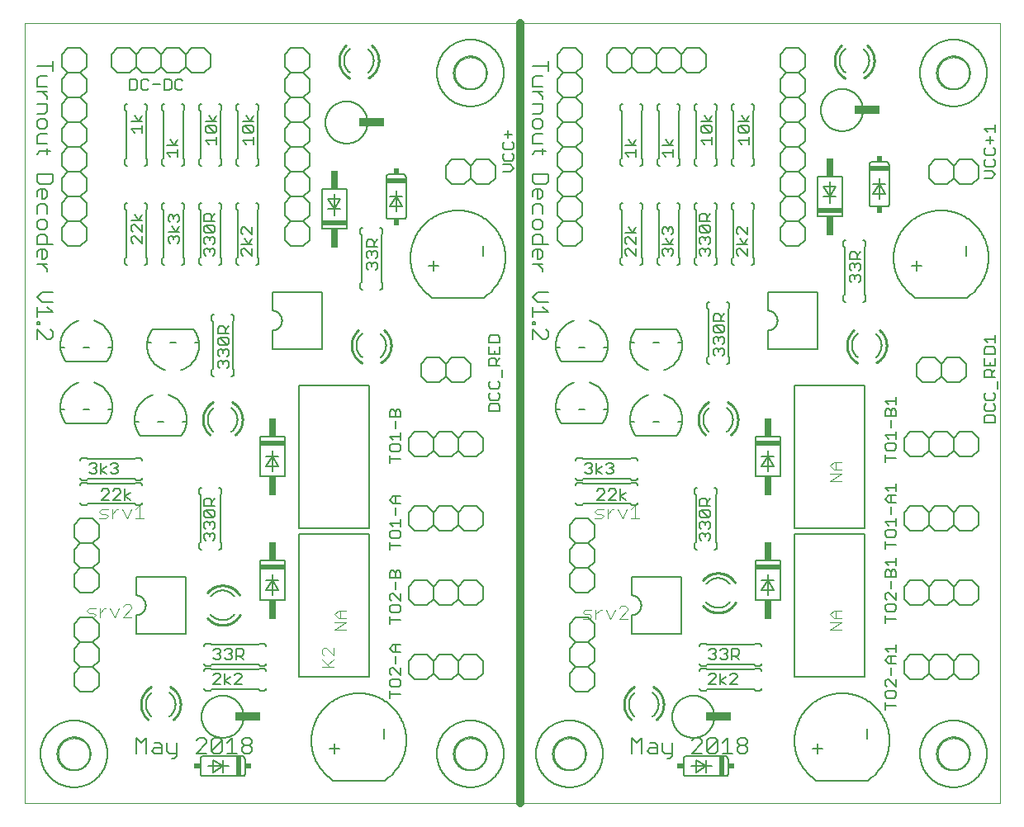
<source format=gto>
G75*
%MOIN*%
%OFA0B0*%
%FSLAX25Y25*%
%IPPOS*%
%LPD*%
%AMOC8*
5,1,8,0,0,1.08239X$1,22.5*
%
%ADD10C,0.00000*%
%ADD11C,0.00500*%
%ADD12C,0.03200*%
%ADD13C,0.00400*%
%ADD14C,0.00600*%
%ADD15R,0.10000X0.02000*%
%ADD16R,0.03000X0.07500*%
%ADD17R,0.08000X0.02000*%
%ADD18R,0.02000X0.02500*%
%ADD19R,0.10200X0.03200*%
%ADD20C,0.00800*%
%ADD21C,0.01000*%
%ADD22R,0.02000X0.08000*%
%ADD23R,0.02500X0.02000*%
D10*
X0001000Y0002600D02*
X0001000Y0317561D01*
X0394701Y0317561D01*
X0394701Y0002600D01*
X0001000Y0002600D01*
X0014701Y0022600D02*
X0014703Y0022758D01*
X0014709Y0022916D01*
X0014719Y0023074D01*
X0014733Y0023232D01*
X0014751Y0023389D01*
X0014772Y0023546D01*
X0014798Y0023702D01*
X0014828Y0023858D01*
X0014861Y0024013D01*
X0014899Y0024166D01*
X0014940Y0024319D01*
X0014985Y0024471D01*
X0015034Y0024622D01*
X0015087Y0024771D01*
X0015143Y0024919D01*
X0015203Y0025065D01*
X0015267Y0025210D01*
X0015335Y0025353D01*
X0015406Y0025495D01*
X0015480Y0025635D01*
X0015558Y0025772D01*
X0015640Y0025908D01*
X0015724Y0026042D01*
X0015813Y0026173D01*
X0015904Y0026302D01*
X0015999Y0026429D01*
X0016096Y0026554D01*
X0016197Y0026676D01*
X0016301Y0026795D01*
X0016408Y0026912D01*
X0016518Y0027026D01*
X0016631Y0027137D01*
X0016746Y0027246D01*
X0016864Y0027351D01*
X0016985Y0027453D01*
X0017108Y0027553D01*
X0017234Y0027649D01*
X0017362Y0027742D01*
X0017492Y0027832D01*
X0017625Y0027918D01*
X0017760Y0028002D01*
X0017896Y0028081D01*
X0018035Y0028158D01*
X0018176Y0028230D01*
X0018318Y0028300D01*
X0018462Y0028365D01*
X0018608Y0028427D01*
X0018755Y0028485D01*
X0018904Y0028540D01*
X0019054Y0028591D01*
X0019205Y0028638D01*
X0019357Y0028681D01*
X0019510Y0028720D01*
X0019665Y0028756D01*
X0019820Y0028787D01*
X0019976Y0028815D01*
X0020132Y0028839D01*
X0020289Y0028859D01*
X0020447Y0028875D01*
X0020604Y0028887D01*
X0020763Y0028895D01*
X0020921Y0028899D01*
X0021079Y0028899D01*
X0021237Y0028895D01*
X0021396Y0028887D01*
X0021553Y0028875D01*
X0021711Y0028859D01*
X0021868Y0028839D01*
X0022024Y0028815D01*
X0022180Y0028787D01*
X0022335Y0028756D01*
X0022490Y0028720D01*
X0022643Y0028681D01*
X0022795Y0028638D01*
X0022946Y0028591D01*
X0023096Y0028540D01*
X0023245Y0028485D01*
X0023392Y0028427D01*
X0023538Y0028365D01*
X0023682Y0028300D01*
X0023824Y0028230D01*
X0023965Y0028158D01*
X0024104Y0028081D01*
X0024240Y0028002D01*
X0024375Y0027918D01*
X0024508Y0027832D01*
X0024638Y0027742D01*
X0024766Y0027649D01*
X0024892Y0027553D01*
X0025015Y0027453D01*
X0025136Y0027351D01*
X0025254Y0027246D01*
X0025369Y0027137D01*
X0025482Y0027026D01*
X0025592Y0026912D01*
X0025699Y0026795D01*
X0025803Y0026676D01*
X0025904Y0026554D01*
X0026001Y0026429D01*
X0026096Y0026302D01*
X0026187Y0026173D01*
X0026276Y0026042D01*
X0026360Y0025908D01*
X0026442Y0025772D01*
X0026520Y0025635D01*
X0026594Y0025495D01*
X0026665Y0025353D01*
X0026733Y0025210D01*
X0026797Y0025065D01*
X0026857Y0024919D01*
X0026913Y0024771D01*
X0026966Y0024622D01*
X0027015Y0024471D01*
X0027060Y0024319D01*
X0027101Y0024166D01*
X0027139Y0024013D01*
X0027172Y0023858D01*
X0027202Y0023702D01*
X0027228Y0023546D01*
X0027249Y0023389D01*
X0027267Y0023232D01*
X0027281Y0023074D01*
X0027291Y0022916D01*
X0027297Y0022758D01*
X0027299Y0022600D01*
X0027297Y0022442D01*
X0027291Y0022284D01*
X0027281Y0022126D01*
X0027267Y0021968D01*
X0027249Y0021811D01*
X0027228Y0021654D01*
X0027202Y0021498D01*
X0027172Y0021342D01*
X0027139Y0021187D01*
X0027101Y0021034D01*
X0027060Y0020881D01*
X0027015Y0020729D01*
X0026966Y0020578D01*
X0026913Y0020429D01*
X0026857Y0020281D01*
X0026797Y0020135D01*
X0026733Y0019990D01*
X0026665Y0019847D01*
X0026594Y0019705D01*
X0026520Y0019565D01*
X0026442Y0019428D01*
X0026360Y0019292D01*
X0026276Y0019158D01*
X0026187Y0019027D01*
X0026096Y0018898D01*
X0026001Y0018771D01*
X0025904Y0018646D01*
X0025803Y0018524D01*
X0025699Y0018405D01*
X0025592Y0018288D01*
X0025482Y0018174D01*
X0025369Y0018063D01*
X0025254Y0017954D01*
X0025136Y0017849D01*
X0025015Y0017747D01*
X0024892Y0017647D01*
X0024766Y0017551D01*
X0024638Y0017458D01*
X0024508Y0017368D01*
X0024375Y0017282D01*
X0024240Y0017198D01*
X0024104Y0017119D01*
X0023965Y0017042D01*
X0023824Y0016970D01*
X0023682Y0016900D01*
X0023538Y0016835D01*
X0023392Y0016773D01*
X0023245Y0016715D01*
X0023096Y0016660D01*
X0022946Y0016609D01*
X0022795Y0016562D01*
X0022643Y0016519D01*
X0022490Y0016480D01*
X0022335Y0016444D01*
X0022180Y0016413D01*
X0022024Y0016385D01*
X0021868Y0016361D01*
X0021711Y0016341D01*
X0021553Y0016325D01*
X0021396Y0016313D01*
X0021237Y0016305D01*
X0021079Y0016301D01*
X0020921Y0016301D01*
X0020763Y0016305D01*
X0020604Y0016313D01*
X0020447Y0016325D01*
X0020289Y0016341D01*
X0020132Y0016361D01*
X0019976Y0016385D01*
X0019820Y0016413D01*
X0019665Y0016444D01*
X0019510Y0016480D01*
X0019357Y0016519D01*
X0019205Y0016562D01*
X0019054Y0016609D01*
X0018904Y0016660D01*
X0018755Y0016715D01*
X0018608Y0016773D01*
X0018462Y0016835D01*
X0018318Y0016900D01*
X0018176Y0016970D01*
X0018035Y0017042D01*
X0017896Y0017119D01*
X0017760Y0017198D01*
X0017625Y0017282D01*
X0017492Y0017368D01*
X0017362Y0017458D01*
X0017234Y0017551D01*
X0017108Y0017647D01*
X0016985Y0017747D01*
X0016864Y0017849D01*
X0016746Y0017954D01*
X0016631Y0018063D01*
X0016518Y0018174D01*
X0016408Y0018288D01*
X0016301Y0018405D01*
X0016197Y0018524D01*
X0016096Y0018646D01*
X0015999Y0018771D01*
X0015904Y0018898D01*
X0015813Y0019027D01*
X0015724Y0019158D01*
X0015640Y0019292D01*
X0015558Y0019428D01*
X0015480Y0019565D01*
X0015406Y0019705D01*
X0015335Y0019847D01*
X0015267Y0019990D01*
X0015203Y0020135D01*
X0015143Y0020281D01*
X0015087Y0020429D01*
X0015034Y0020578D01*
X0014985Y0020729D01*
X0014940Y0020881D01*
X0014899Y0021034D01*
X0014861Y0021187D01*
X0014828Y0021342D01*
X0014798Y0021498D01*
X0014772Y0021654D01*
X0014751Y0021811D01*
X0014733Y0021968D01*
X0014719Y0022126D01*
X0014709Y0022284D01*
X0014703Y0022442D01*
X0014701Y0022600D01*
X0174701Y0022600D02*
X0174703Y0022758D01*
X0174709Y0022916D01*
X0174719Y0023074D01*
X0174733Y0023232D01*
X0174751Y0023389D01*
X0174772Y0023546D01*
X0174798Y0023702D01*
X0174828Y0023858D01*
X0174861Y0024013D01*
X0174899Y0024166D01*
X0174940Y0024319D01*
X0174985Y0024471D01*
X0175034Y0024622D01*
X0175087Y0024771D01*
X0175143Y0024919D01*
X0175203Y0025065D01*
X0175267Y0025210D01*
X0175335Y0025353D01*
X0175406Y0025495D01*
X0175480Y0025635D01*
X0175558Y0025772D01*
X0175640Y0025908D01*
X0175724Y0026042D01*
X0175813Y0026173D01*
X0175904Y0026302D01*
X0175999Y0026429D01*
X0176096Y0026554D01*
X0176197Y0026676D01*
X0176301Y0026795D01*
X0176408Y0026912D01*
X0176518Y0027026D01*
X0176631Y0027137D01*
X0176746Y0027246D01*
X0176864Y0027351D01*
X0176985Y0027453D01*
X0177108Y0027553D01*
X0177234Y0027649D01*
X0177362Y0027742D01*
X0177492Y0027832D01*
X0177625Y0027918D01*
X0177760Y0028002D01*
X0177896Y0028081D01*
X0178035Y0028158D01*
X0178176Y0028230D01*
X0178318Y0028300D01*
X0178462Y0028365D01*
X0178608Y0028427D01*
X0178755Y0028485D01*
X0178904Y0028540D01*
X0179054Y0028591D01*
X0179205Y0028638D01*
X0179357Y0028681D01*
X0179510Y0028720D01*
X0179665Y0028756D01*
X0179820Y0028787D01*
X0179976Y0028815D01*
X0180132Y0028839D01*
X0180289Y0028859D01*
X0180447Y0028875D01*
X0180604Y0028887D01*
X0180763Y0028895D01*
X0180921Y0028899D01*
X0181079Y0028899D01*
X0181237Y0028895D01*
X0181396Y0028887D01*
X0181553Y0028875D01*
X0181711Y0028859D01*
X0181868Y0028839D01*
X0182024Y0028815D01*
X0182180Y0028787D01*
X0182335Y0028756D01*
X0182490Y0028720D01*
X0182643Y0028681D01*
X0182795Y0028638D01*
X0182946Y0028591D01*
X0183096Y0028540D01*
X0183245Y0028485D01*
X0183392Y0028427D01*
X0183538Y0028365D01*
X0183682Y0028300D01*
X0183824Y0028230D01*
X0183965Y0028158D01*
X0184104Y0028081D01*
X0184240Y0028002D01*
X0184375Y0027918D01*
X0184508Y0027832D01*
X0184638Y0027742D01*
X0184766Y0027649D01*
X0184892Y0027553D01*
X0185015Y0027453D01*
X0185136Y0027351D01*
X0185254Y0027246D01*
X0185369Y0027137D01*
X0185482Y0027026D01*
X0185592Y0026912D01*
X0185699Y0026795D01*
X0185803Y0026676D01*
X0185904Y0026554D01*
X0186001Y0026429D01*
X0186096Y0026302D01*
X0186187Y0026173D01*
X0186276Y0026042D01*
X0186360Y0025908D01*
X0186442Y0025772D01*
X0186520Y0025635D01*
X0186594Y0025495D01*
X0186665Y0025353D01*
X0186733Y0025210D01*
X0186797Y0025065D01*
X0186857Y0024919D01*
X0186913Y0024771D01*
X0186966Y0024622D01*
X0187015Y0024471D01*
X0187060Y0024319D01*
X0187101Y0024166D01*
X0187139Y0024013D01*
X0187172Y0023858D01*
X0187202Y0023702D01*
X0187228Y0023546D01*
X0187249Y0023389D01*
X0187267Y0023232D01*
X0187281Y0023074D01*
X0187291Y0022916D01*
X0187297Y0022758D01*
X0187299Y0022600D01*
X0187297Y0022442D01*
X0187291Y0022284D01*
X0187281Y0022126D01*
X0187267Y0021968D01*
X0187249Y0021811D01*
X0187228Y0021654D01*
X0187202Y0021498D01*
X0187172Y0021342D01*
X0187139Y0021187D01*
X0187101Y0021034D01*
X0187060Y0020881D01*
X0187015Y0020729D01*
X0186966Y0020578D01*
X0186913Y0020429D01*
X0186857Y0020281D01*
X0186797Y0020135D01*
X0186733Y0019990D01*
X0186665Y0019847D01*
X0186594Y0019705D01*
X0186520Y0019565D01*
X0186442Y0019428D01*
X0186360Y0019292D01*
X0186276Y0019158D01*
X0186187Y0019027D01*
X0186096Y0018898D01*
X0186001Y0018771D01*
X0185904Y0018646D01*
X0185803Y0018524D01*
X0185699Y0018405D01*
X0185592Y0018288D01*
X0185482Y0018174D01*
X0185369Y0018063D01*
X0185254Y0017954D01*
X0185136Y0017849D01*
X0185015Y0017747D01*
X0184892Y0017647D01*
X0184766Y0017551D01*
X0184638Y0017458D01*
X0184508Y0017368D01*
X0184375Y0017282D01*
X0184240Y0017198D01*
X0184104Y0017119D01*
X0183965Y0017042D01*
X0183824Y0016970D01*
X0183682Y0016900D01*
X0183538Y0016835D01*
X0183392Y0016773D01*
X0183245Y0016715D01*
X0183096Y0016660D01*
X0182946Y0016609D01*
X0182795Y0016562D01*
X0182643Y0016519D01*
X0182490Y0016480D01*
X0182335Y0016444D01*
X0182180Y0016413D01*
X0182024Y0016385D01*
X0181868Y0016361D01*
X0181711Y0016341D01*
X0181553Y0016325D01*
X0181396Y0016313D01*
X0181237Y0016305D01*
X0181079Y0016301D01*
X0180921Y0016301D01*
X0180763Y0016305D01*
X0180604Y0016313D01*
X0180447Y0016325D01*
X0180289Y0016341D01*
X0180132Y0016361D01*
X0179976Y0016385D01*
X0179820Y0016413D01*
X0179665Y0016444D01*
X0179510Y0016480D01*
X0179357Y0016519D01*
X0179205Y0016562D01*
X0179054Y0016609D01*
X0178904Y0016660D01*
X0178755Y0016715D01*
X0178608Y0016773D01*
X0178462Y0016835D01*
X0178318Y0016900D01*
X0178176Y0016970D01*
X0178035Y0017042D01*
X0177896Y0017119D01*
X0177760Y0017198D01*
X0177625Y0017282D01*
X0177492Y0017368D01*
X0177362Y0017458D01*
X0177234Y0017551D01*
X0177108Y0017647D01*
X0176985Y0017747D01*
X0176864Y0017849D01*
X0176746Y0017954D01*
X0176631Y0018063D01*
X0176518Y0018174D01*
X0176408Y0018288D01*
X0176301Y0018405D01*
X0176197Y0018524D01*
X0176096Y0018646D01*
X0175999Y0018771D01*
X0175904Y0018898D01*
X0175813Y0019027D01*
X0175724Y0019158D01*
X0175640Y0019292D01*
X0175558Y0019428D01*
X0175480Y0019565D01*
X0175406Y0019705D01*
X0175335Y0019847D01*
X0175267Y0019990D01*
X0175203Y0020135D01*
X0175143Y0020281D01*
X0175087Y0020429D01*
X0175034Y0020578D01*
X0174985Y0020729D01*
X0174940Y0020881D01*
X0174899Y0021034D01*
X0174861Y0021187D01*
X0174828Y0021342D01*
X0174798Y0021498D01*
X0174772Y0021654D01*
X0174751Y0021811D01*
X0174733Y0021968D01*
X0174719Y0022126D01*
X0174709Y0022284D01*
X0174703Y0022442D01*
X0174701Y0022600D01*
X0214701Y0022600D02*
X0214703Y0022758D01*
X0214709Y0022916D01*
X0214719Y0023074D01*
X0214733Y0023232D01*
X0214751Y0023389D01*
X0214772Y0023546D01*
X0214798Y0023702D01*
X0214828Y0023858D01*
X0214861Y0024013D01*
X0214899Y0024166D01*
X0214940Y0024319D01*
X0214985Y0024471D01*
X0215034Y0024622D01*
X0215087Y0024771D01*
X0215143Y0024919D01*
X0215203Y0025065D01*
X0215267Y0025210D01*
X0215335Y0025353D01*
X0215406Y0025495D01*
X0215480Y0025635D01*
X0215558Y0025772D01*
X0215640Y0025908D01*
X0215724Y0026042D01*
X0215813Y0026173D01*
X0215904Y0026302D01*
X0215999Y0026429D01*
X0216096Y0026554D01*
X0216197Y0026676D01*
X0216301Y0026795D01*
X0216408Y0026912D01*
X0216518Y0027026D01*
X0216631Y0027137D01*
X0216746Y0027246D01*
X0216864Y0027351D01*
X0216985Y0027453D01*
X0217108Y0027553D01*
X0217234Y0027649D01*
X0217362Y0027742D01*
X0217492Y0027832D01*
X0217625Y0027918D01*
X0217760Y0028002D01*
X0217896Y0028081D01*
X0218035Y0028158D01*
X0218176Y0028230D01*
X0218318Y0028300D01*
X0218462Y0028365D01*
X0218608Y0028427D01*
X0218755Y0028485D01*
X0218904Y0028540D01*
X0219054Y0028591D01*
X0219205Y0028638D01*
X0219357Y0028681D01*
X0219510Y0028720D01*
X0219665Y0028756D01*
X0219820Y0028787D01*
X0219976Y0028815D01*
X0220132Y0028839D01*
X0220289Y0028859D01*
X0220447Y0028875D01*
X0220604Y0028887D01*
X0220763Y0028895D01*
X0220921Y0028899D01*
X0221079Y0028899D01*
X0221237Y0028895D01*
X0221396Y0028887D01*
X0221553Y0028875D01*
X0221711Y0028859D01*
X0221868Y0028839D01*
X0222024Y0028815D01*
X0222180Y0028787D01*
X0222335Y0028756D01*
X0222490Y0028720D01*
X0222643Y0028681D01*
X0222795Y0028638D01*
X0222946Y0028591D01*
X0223096Y0028540D01*
X0223245Y0028485D01*
X0223392Y0028427D01*
X0223538Y0028365D01*
X0223682Y0028300D01*
X0223824Y0028230D01*
X0223965Y0028158D01*
X0224104Y0028081D01*
X0224240Y0028002D01*
X0224375Y0027918D01*
X0224508Y0027832D01*
X0224638Y0027742D01*
X0224766Y0027649D01*
X0224892Y0027553D01*
X0225015Y0027453D01*
X0225136Y0027351D01*
X0225254Y0027246D01*
X0225369Y0027137D01*
X0225482Y0027026D01*
X0225592Y0026912D01*
X0225699Y0026795D01*
X0225803Y0026676D01*
X0225904Y0026554D01*
X0226001Y0026429D01*
X0226096Y0026302D01*
X0226187Y0026173D01*
X0226276Y0026042D01*
X0226360Y0025908D01*
X0226442Y0025772D01*
X0226520Y0025635D01*
X0226594Y0025495D01*
X0226665Y0025353D01*
X0226733Y0025210D01*
X0226797Y0025065D01*
X0226857Y0024919D01*
X0226913Y0024771D01*
X0226966Y0024622D01*
X0227015Y0024471D01*
X0227060Y0024319D01*
X0227101Y0024166D01*
X0227139Y0024013D01*
X0227172Y0023858D01*
X0227202Y0023702D01*
X0227228Y0023546D01*
X0227249Y0023389D01*
X0227267Y0023232D01*
X0227281Y0023074D01*
X0227291Y0022916D01*
X0227297Y0022758D01*
X0227299Y0022600D01*
X0227297Y0022442D01*
X0227291Y0022284D01*
X0227281Y0022126D01*
X0227267Y0021968D01*
X0227249Y0021811D01*
X0227228Y0021654D01*
X0227202Y0021498D01*
X0227172Y0021342D01*
X0227139Y0021187D01*
X0227101Y0021034D01*
X0227060Y0020881D01*
X0227015Y0020729D01*
X0226966Y0020578D01*
X0226913Y0020429D01*
X0226857Y0020281D01*
X0226797Y0020135D01*
X0226733Y0019990D01*
X0226665Y0019847D01*
X0226594Y0019705D01*
X0226520Y0019565D01*
X0226442Y0019428D01*
X0226360Y0019292D01*
X0226276Y0019158D01*
X0226187Y0019027D01*
X0226096Y0018898D01*
X0226001Y0018771D01*
X0225904Y0018646D01*
X0225803Y0018524D01*
X0225699Y0018405D01*
X0225592Y0018288D01*
X0225482Y0018174D01*
X0225369Y0018063D01*
X0225254Y0017954D01*
X0225136Y0017849D01*
X0225015Y0017747D01*
X0224892Y0017647D01*
X0224766Y0017551D01*
X0224638Y0017458D01*
X0224508Y0017368D01*
X0224375Y0017282D01*
X0224240Y0017198D01*
X0224104Y0017119D01*
X0223965Y0017042D01*
X0223824Y0016970D01*
X0223682Y0016900D01*
X0223538Y0016835D01*
X0223392Y0016773D01*
X0223245Y0016715D01*
X0223096Y0016660D01*
X0222946Y0016609D01*
X0222795Y0016562D01*
X0222643Y0016519D01*
X0222490Y0016480D01*
X0222335Y0016444D01*
X0222180Y0016413D01*
X0222024Y0016385D01*
X0221868Y0016361D01*
X0221711Y0016341D01*
X0221553Y0016325D01*
X0221396Y0016313D01*
X0221237Y0016305D01*
X0221079Y0016301D01*
X0220921Y0016301D01*
X0220763Y0016305D01*
X0220604Y0016313D01*
X0220447Y0016325D01*
X0220289Y0016341D01*
X0220132Y0016361D01*
X0219976Y0016385D01*
X0219820Y0016413D01*
X0219665Y0016444D01*
X0219510Y0016480D01*
X0219357Y0016519D01*
X0219205Y0016562D01*
X0219054Y0016609D01*
X0218904Y0016660D01*
X0218755Y0016715D01*
X0218608Y0016773D01*
X0218462Y0016835D01*
X0218318Y0016900D01*
X0218176Y0016970D01*
X0218035Y0017042D01*
X0217896Y0017119D01*
X0217760Y0017198D01*
X0217625Y0017282D01*
X0217492Y0017368D01*
X0217362Y0017458D01*
X0217234Y0017551D01*
X0217108Y0017647D01*
X0216985Y0017747D01*
X0216864Y0017849D01*
X0216746Y0017954D01*
X0216631Y0018063D01*
X0216518Y0018174D01*
X0216408Y0018288D01*
X0216301Y0018405D01*
X0216197Y0018524D01*
X0216096Y0018646D01*
X0215999Y0018771D01*
X0215904Y0018898D01*
X0215813Y0019027D01*
X0215724Y0019158D01*
X0215640Y0019292D01*
X0215558Y0019428D01*
X0215480Y0019565D01*
X0215406Y0019705D01*
X0215335Y0019847D01*
X0215267Y0019990D01*
X0215203Y0020135D01*
X0215143Y0020281D01*
X0215087Y0020429D01*
X0215034Y0020578D01*
X0214985Y0020729D01*
X0214940Y0020881D01*
X0214899Y0021034D01*
X0214861Y0021187D01*
X0214828Y0021342D01*
X0214798Y0021498D01*
X0214772Y0021654D01*
X0214751Y0021811D01*
X0214733Y0021968D01*
X0214719Y0022126D01*
X0214709Y0022284D01*
X0214703Y0022442D01*
X0214701Y0022600D01*
X0369701Y0022600D02*
X0369703Y0022758D01*
X0369709Y0022916D01*
X0369719Y0023074D01*
X0369733Y0023232D01*
X0369751Y0023389D01*
X0369772Y0023546D01*
X0369798Y0023702D01*
X0369828Y0023858D01*
X0369861Y0024013D01*
X0369899Y0024166D01*
X0369940Y0024319D01*
X0369985Y0024471D01*
X0370034Y0024622D01*
X0370087Y0024771D01*
X0370143Y0024919D01*
X0370203Y0025065D01*
X0370267Y0025210D01*
X0370335Y0025353D01*
X0370406Y0025495D01*
X0370480Y0025635D01*
X0370558Y0025772D01*
X0370640Y0025908D01*
X0370724Y0026042D01*
X0370813Y0026173D01*
X0370904Y0026302D01*
X0370999Y0026429D01*
X0371096Y0026554D01*
X0371197Y0026676D01*
X0371301Y0026795D01*
X0371408Y0026912D01*
X0371518Y0027026D01*
X0371631Y0027137D01*
X0371746Y0027246D01*
X0371864Y0027351D01*
X0371985Y0027453D01*
X0372108Y0027553D01*
X0372234Y0027649D01*
X0372362Y0027742D01*
X0372492Y0027832D01*
X0372625Y0027918D01*
X0372760Y0028002D01*
X0372896Y0028081D01*
X0373035Y0028158D01*
X0373176Y0028230D01*
X0373318Y0028300D01*
X0373462Y0028365D01*
X0373608Y0028427D01*
X0373755Y0028485D01*
X0373904Y0028540D01*
X0374054Y0028591D01*
X0374205Y0028638D01*
X0374357Y0028681D01*
X0374510Y0028720D01*
X0374665Y0028756D01*
X0374820Y0028787D01*
X0374976Y0028815D01*
X0375132Y0028839D01*
X0375289Y0028859D01*
X0375447Y0028875D01*
X0375604Y0028887D01*
X0375763Y0028895D01*
X0375921Y0028899D01*
X0376079Y0028899D01*
X0376237Y0028895D01*
X0376396Y0028887D01*
X0376553Y0028875D01*
X0376711Y0028859D01*
X0376868Y0028839D01*
X0377024Y0028815D01*
X0377180Y0028787D01*
X0377335Y0028756D01*
X0377490Y0028720D01*
X0377643Y0028681D01*
X0377795Y0028638D01*
X0377946Y0028591D01*
X0378096Y0028540D01*
X0378245Y0028485D01*
X0378392Y0028427D01*
X0378538Y0028365D01*
X0378682Y0028300D01*
X0378824Y0028230D01*
X0378965Y0028158D01*
X0379104Y0028081D01*
X0379240Y0028002D01*
X0379375Y0027918D01*
X0379508Y0027832D01*
X0379638Y0027742D01*
X0379766Y0027649D01*
X0379892Y0027553D01*
X0380015Y0027453D01*
X0380136Y0027351D01*
X0380254Y0027246D01*
X0380369Y0027137D01*
X0380482Y0027026D01*
X0380592Y0026912D01*
X0380699Y0026795D01*
X0380803Y0026676D01*
X0380904Y0026554D01*
X0381001Y0026429D01*
X0381096Y0026302D01*
X0381187Y0026173D01*
X0381276Y0026042D01*
X0381360Y0025908D01*
X0381442Y0025772D01*
X0381520Y0025635D01*
X0381594Y0025495D01*
X0381665Y0025353D01*
X0381733Y0025210D01*
X0381797Y0025065D01*
X0381857Y0024919D01*
X0381913Y0024771D01*
X0381966Y0024622D01*
X0382015Y0024471D01*
X0382060Y0024319D01*
X0382101Y0024166D01*
X0382139Y0024013D01*
X0382172Y0023858D01*
X0382202Y0023702D01*
X0382228Y0023546D01*
X0382249Y0023389D01*
X0382267Y0023232D01*
X0382281Y0023074D01*
X0382291Y0022916D01*
X0382297Y0022758D01*
X0382299Y0022600D01*
X0382297Y0022442D01*
X0382291Y0022284D01*
X0382281Y0022126D01*
X0382267Y0021968D01*
X0382249Y0021811D01*
X0382228Y0021654D01*
X0382202Y0021498D01*
X0382172Y0021342D01*
X0382139Y0021187D01*
X0382101Y0021034D01*
X0382060Y0020881D01*
X0382015Y0020729D01*
X0381966Y0020578D01*
X0381913Y0020429D01*
X0381857Y0020281D01*
X0381797Y0020135D01*
X0381733Y0019990D01*
X0381665Y0019847D01*
X0381594Y0019705D01*
X0381520Y0019565D01*
X0381442Y0019428D01*
X0381360Y0019292D01*
X0381276Y0019158D01*
X0381187Y0019027D01*
X0381096Y0018898D01*
X0381001Y0018771D01*
X0380904Y0018646D01*
X0380803Y0018524D01*
X0380699Y0018405D01*
X0380592Y0018288D01*
X0380482Y0018174D01*
X0380369Y0018063D01*
X0380254Y0017954D01*
X0380136Y0017849D01*
X0380015Y0017747D01*
X0379892Y0017647D01*
X0379766Y0017551D01*
X0379638Y0017458D01*
X0379508Y0017368D01*
X0379375Y0017282D01*
X0379240Y0017198D01*
X0379104Y0017119D01*
X0378965Y0017042D01*
X0378824Y0016970D01*
X0378682Y0016900D01*
X0378538Y0016835D01*
X0378392Y0016773D01*
X0378245Y0016715D01*
X0378096Y0016660D01*
X0377946Y0016609D01*
X0377795Y0016562D01*
X0377643Y0016519D01*
X0377490Y0016480D01*
X0377335Y0016444D01*
X0377180Y0016413D01*
X0377024Y0016385D01*
X0376868Y0016361D01*
X0376711Y0016341D01*
X0376553Y0016325D01*
X0376396Y0016313D01*
X0376237Y0016305D01*
X0376079Y0016301D01*
X0375921Y0016301D01*
X0375763Y0016305D01*
X0375604Y0016313D01*
X0375447Y0016325D01*
X0375289Y0016341D01*
X0375132Y0016361D01*
X0374976Y0016385D01*
X0374820Y0016413D01*
X0374665Y0016444D01*
X0374510Y0016480D01*
X0374357Y0016519D01*
X0374205Y0016562D01*
X0374054Y0016609D01*
X0373904Y0016660D01*
X0373755Y0016715D01*
X0373608Y0016773D01*
X0373462Y0016835D01*
X0373318Y0016900D01*
X0373176Y0016970D01*
X0373035Y0017042D01*
X0372896Y0017119D01*
X0372760Y0017198D01*
X0372625Y0017282D01*
X0372492Y0017368D01*
X0372362Y0017458D01*
X0372234Y0017551D01*
X0372108Y0017647D01*
X0371985Y0017747D01*
X0371864Y0017849D01*
X0371746Y0017954D01*
X0371631Y0018063D01*
X0371518Y0018174D01*
X0371408Y0018288D01*
X0371301Y0018405D01*
X0371197Y0018524D01*
X0371096Y0018646D01*
X0370999Y0018771D01*
X0370904Y0018898D01*
X0370813Y0019027D01*
X0370724Y0019158D01*
X0370640Y0019292D01*
X0370558Y0019428D01*
X0370480Y0019565D01*
X0370406Y0019705D01*
X0370335Y0019847D01*
X0370267Y0019990D01*
X0370203Y0020135D01*
X0370143Y0020281D01*
X0370087Y0020429D01*
X0370034Y0020578D01*
X0369985Y0020729D01*
X0369940Y0020881D01*
X0369899Y0021034D01*
X0369861Y0021187D01*
X0369828Y0021342D01*
X0369798Y0021498D01*
X0369772Y0021654D01*
X0369751Y0021811D01*
X0369733Y0021968D01*
X0369719Y0022126D01*
X0369709Y0022284D01*
X0369703Y0022442D01*
X0369701Y0022600D01*
X0369701Y0297600D02*
X0369703Y0297758D01*
X0369709Y0297916D01*
X0369719Y0298074D01*
X0369733Y0298232D01*
X0369751Y0298389D01*
X0369772Y0298546D01*
X0369798Y0298702D01*
X0369828Y0298858D01*
X0369861Y0299013D01*
X0369899Y0299166D01*
X0369940Y0299319D01*
X0369985Y0299471D01*
X0370034Y0299622D01*
X0370087Y0299771D01*
X0370143Y0299919D01*
X0370203Y0300065D01*
X0370267Y0300210D01*
X0370335Y0300353D01*
X0370406Y0300495D01*
X0370480Y0300635D01*
X0370558Y0300772D01*
X0370640Y0300908D01*
X0370724Y0301042D01*
X0370813Y0301173D01*
X0370904Y0301302D01*
X0370999Y0301429D01*
X0371096Y0301554D01*
X0371197Y0301676D01*
X0371301Y0301795D01*
X0371408Y0301912D01*
X0371518Y0302026D01*
X0371631Y0302137D01*
X0371746Y0302246D01*
X0371864Y0302351D01*
X0371985Y0302453D01*
X0372108Y0302553D01*
X0372234Y0302649D01*
X0372362Y0302742D01*
X0372492Y0302832D01*
X0372625Y0302918D01*
X0372760Y0303002D01*
X0372896Y0303081D01*
X0373035Y0303158D01*
X0373176Y0303230D01*
X0373318Y0303300D01*
X0373462Y0303365D01*
X0373608Y0303427D01*
X0373755Y0303485D01*
X0373904Y0303540D01*
X0374054Y0303591D01*
X0374205Y0303638D01*
X0374357Y0303681D01*
X0374510Y0303720D01*
X0374665Y0303756D01*
X0374820Y0303787D01*
X0374976Y0303815D01*
X0375132Y0303839D01*
X0375289Y0303859D01*
X0375447Y0303875D01*
X0375604Y0303887D01*
X0375763Y0303895D01*
X0375921Y0303899D01*
X0376079Y0303899D01*
X0376237Y0303895D01*
X0376396Y0303887D01*
X0376553Y0303875D01*
X0376711Y0303859D01*
X0376868Y0303839D01*
X0377024Y0303815D01*
X0377180Y0303787D01*
X0377335Y0303756D01*
X0377490Y0303720D01*
X0377643Y0303681D01*
X0377795Y0303638D01*
X0377946Y0303591D01*
X0378096Y0303540D01*
X0378245Y0303485D01*
X0378392Y0303427D01*
X0378538Y0303365D01*
X0378682Y0303300D01*
X0378824Y0303230D01*
X0378965Y0303158D01*
X0379104Y0303081D01*
X0379240Y0303002D01*
X0379375Y0302918D01*
X0379508Y0302832D01*
X0379638Y0302742D01*
X0379766Y0302649D01*
X0379892Y0302553D01*
X0380015Y0302453D01*
X0380136Y0302351D01*
X0380254Y0302246D01*
X0380369Y0302137D01*
X0380482Y0302026D01*
X0380592Y0301912D01*
X0380699Y0301795D01*
X0380803Y0301676D01*
X0380904Y0301554D01*
X0381001Y0301429D01*
X0381096Y0301302D01*
X0381187Y0301173D01*
X0381276Y0301042D01*
X0381360Y0300908D01*
X0381442Y0300772D01*
X0381520Y0300635D01*
X0381594Y0300495D01*
X0381665Y0300353D01*
X0381733Y0300210D01*
X0381797Y0300065D01*
X0381857Y0299919D01*
X0381913Y0299771D01*
X0381966Y0299622D01*
X0382015Y0299471D01*
X0382060Y0299319D01*
X0382101Y0299166D01*
X0382139Y0299013D01*
X0382172Y0298858D01*
X0382202Y0298702D01*
X0382228Y0298546D01*
X0382249Y0298389D01*
X0382267Y0298232D01*
X0382281Y0298074D01*
X0382291Y0297916D01*
X0382297Y0297758D01*
X0382299Y0297600D01*
X0382297Y0297442D01*
X0382291Y0297284D01*
X0382281Y0297126D01*
X0382267Y0296968D01*
X0382249Y0296811D01*
X0382228Y0296654D01*
X0382202Y0296498D01*
X0382172Y0296342D01*
X0382139Y0296187D01*
X0382101Y0296034D01*
X0382060Y0295881D01*
X0382015Y0295729D01*
X0381966Y0295578D01*
X0381913Y0295429D01*
X0381857Y0295281D01*
X0381797Y0295135D01*
X0381733Y0294990D01*
X0381665Y0294847D01*
X0381594Y0294705D01*
X0381520Y0294565D01*
X0381442Y0294428D01*
X0381360Y0294292D01*
X0381276Y0294158D01*
X0381187Y0294027D01*
X0381096Y0293898D01*
X0381001Y0293771D01*
X0380904Y0293646D01*
X0380803Y0293524D01*
X0380699Y0293405D01*
X0380592Y0293288D01*
X0380482Y0293174D01*
X0380369Y0293063D01*
X0380254Y0292954D01*
X0380136Y0292849D01*
X0380015Y0292747D01*
X0379892Y0292647D01*
X0379766Y0292551D01*
X0379638Y0292458D01*
X0379508Y0292368D01*
X0379375Y0292282D01*
X0379240Y0292198D01*
X0379104Y0292119D01*
X0378965Y0292042D01*
X0378824Y0291970D01*
X0378682Y0291900D01*
X0378538Y0291835D01*
X0378392Y0291773D01*
X0378245Y0291715D01*
X0378096Y0291660D01*
X0377946Y0291609D01*
X0377795Y0291562D01*
X0377643Y0291519D01*
X0377490Y0291480D01*
X0377335Y0291444D01*
X0377180Y0291413D01*
X0377024Y0291385D01*
X0376868Y0291361D01*
X0376711Y0291341D01*
X0376553Y0291325D01*
X0376396Y0291313D01*
X0376237Y0291305D01*
X0376079Y0291301D01*
X0375921Y0291301D01*
X0375763Y0291305D01*
X0375604Y0291313D01*
X0375447Y0291325D01*
X0375289Y0291341D01*
X0375132Y0291361D01*
X0374976Y0291385D01*
X0374820Y0291413D01*
X0374665Y0291444D01*
X0374510Y0291480D01*
X0374357Y0291519D01*
X0374205Y0291562D01*
X0374054Y0291609D01*
X0373904Y0291660D01*
X0373755Y0291715D01*
X0373608Y0291773D01*
X0373462Y0291835D01*
X0373318Y0291900D01*
X0373176Y0291970D01*
X0373035Y0292042D01*
X0372896Y0292119D01*
X0372760Y0292198D01*
X0372625Y0292282D01*
X0372492Y0292368D01*
X0372362Y0292458D01*
X0372234Y0292551D01*
X0372108Y0292647D01*
X0371985Y0292747D01*
X0371864Y0292849D01*
X0371746Y0292954D01*
X0371631Y0293063D01*
X0371518Y0293174D01*
X0371408Y0293288D01*
X0371301Y0293405D01*
X0371197Y0293524D01*
X0371096Y0293646D01*
X0370999Y0293771D01*
X0370904Y0293898D01*
X0370813Y0294027D01*
X0370724Y0294158D01*
X0370640Y0294292D01*
X0370558Y0294428D01*
X0370480Y0294565D01*
X0370406Y0294705D01*
X0370335Y0294847D01*
X0370267Y0294990D01*
X0370203Y0295135D01*
X0370143Y0295281D01*
X0370087Y0295429D01*
X0370034Y0295578D01*
X0369985Y0295729D01*
X0369940Y0295881D01*
X0369899Y0296034D01*
X0369861Y0296187D01*
X0369828Y0296342D01*
X0369798Y0296498D01*
X0369772Y0296654D01*
X0369751Y0296811D01*
X0369733Y0296968D01*
X0369719Y0297126D01*
X0369709Y0297284D01*
X0369703Y0297442D01*
X0369701Y0297600D01*
X0174701Y0297600D02*
X0174703Y0297758D01*
X0174709Y0297916D01*
X0174719Y0298074D01*
X0174733Y0298232D01*
X0174751Y0298389D01*
X0174772Y0298546D01*
X0174798Y0298702D01*
X0174828Y0298858D01*
X0174861Y0299013D01*
X0174899Y0299166D01*
X0174940Y0299319D01*
X0174985Y0299471D01*
X0175034Y0299622D01*
X0175087Y0299771D01*
X0175143Y0299919D01*
X0175203Y0300065D01*
X0175267Y0300210D01*
X0175335Y0300353D01*
X0175406Y0300495D01*
X0175480Y0300635D01*
X0175558Y0300772D01*
X0175640Y0300908D01*
X0175724Y0301042D01*
X0175813Y0301173D01*
X0175904Y0301302D01*
X0175999Y0301429D01*
X0176096Y0301554D01*
X0176197Y0301676D01*
X0176301Y0301795D01*
X0176408Y0301912D01*
X0176518Y0302026D01*
X0176631Y0302137D01*
X0176746Y0302246D01*
X0176864Y0302351D01*
X0176985Y0302453D01*
X0177108Y0302553D01*
X0177234Y0302649D01*
X0177362Y0302742D01*
X0177492Y0302832D01*
X0177625Y0302918D01*
X0177760Y0303002D01*
X0177896Y0303081D01*
X0178035Y0303158D01*
X0178176Y0303230D01*
X0178318Y0303300D01*
X0178462Y0303365D01*
X0178608Y0303427D01*
X0178755Y0303485D01*
X0178904Y0303540D01*
X0179054Y0303591D01*
X0179205Y0303638D01*
X0179357Y0303681D01*
X0179510Y0303720D01*
X0179665Y0303756D01*
X0179820Y0303787D01*
X0179976Y0303815D01*
X0180132Y0303839D01*
X0180289Y0303859D01*
X0180447Y0303875D01*
X0180604Y0303887D01*
X0180763Y0303895D01*
X0180921Y0303899D01*
X0181079Y0303899D01*
X0181237Y0303895D01*
X0181396Y0303887D01*
X0181553Y0303875D01*
X0181711Y0303859D01*
X0181868Y0303839D01*
X0182024Y0303815D01*
X0182180Y0303787D01*
X0182335Y0303756D01*
X0182490Y0303720D01*
X0182643Y0303681D01*
X0182795Y0303638D01*
X0182946Y0303591D01*
X0183096Y0303540D01*
X0183245Y0303485D01*
X0183392Y0303427D01*
X0183538Y0303365D01*
X0183682Y0303300D01*
X0183824Y0303230D01*
X0183965Y0303158D01*
X0184104Y0303081D01*
X0184240Y0303002D01*
X0184375Y0302918D01*
X0184508Y0302832D01*
X0184638Y0302742D01*
X0184766Y0302649D01*
X0184892Y0302553D01*
X0185015Y0302453D01*
X0185136Y0302351D01*
X0185254Y0302246D01*
X0185369Y0302137D01*
X0185482Y0302026D01*
X0185592Y0301912D01*
X0185699Y0301795D01*
X0185803Y0301676D01*
X0185904Y0301554D01*
X0186001Y0301429D01*
X0186096Y0301302D01*
X0186187Y0301173D01*
X0186276Y0301042D01*
X0186360Y0300908D01*
X0186442Y0300772D01*
X0186520Y0300635D01*
X0186594Y0300495D01*
X0186665Y0300353D01*
X0186733Y0300210D01*
X0186797Y0300065D01*
X0186857Y0299919D01*
X0186913Y0299771D01*
X0186966Y0299622D01*
X0187015Y0299471D01*
X0187060Y0299319D01*
X0187101Y0299166D01*
X0187139Y0299013D01*
X0187172Y0298858D01*
X0187202Y0298702D01*
X0187228Y0298546D01*
X0187249Y0298389D01*
X0187267Y0298232D01*
X0187281Y0298074D01*
X0187291Y0297916D01*
X0187297Y0297758D01*
X0187299Y0297600D01*
X0187297Y0297442D01*
X0187291Y0297284D01*
X0187281Y0297126D01*
X0187267Y0296968D01*
X0187249Y0296811D01*
X0187228Y0296654D01*
X0187202Y0296498D01*
X0187172Y0296342D01*
X0187139Y0296187D01*
X0187101Y0296034D01*
X0187060Y0295881D01*
X0187015Y0295729D01*
X0186966Y0295578D01*
X0186913Y0295429D01*
X0186857Y0295281D01*
X0186797Y0295135D01*
X0186733Y0294990D01*
X0186665Y0294847D01*
X0186594Y0294705D01*
X0186520Y0294565D01*
X0186442Y0294428D01*
X0186360Y0294292D01*
X0186276Y0294158D01*
X0186187Y0294027D01*
X0186096Y0293898D01*
X0186001Y0293771D01*
X0185904Y0293646D01*
X0185803Y0293524D01*
X0185699Y0293405D01*
X0185592Y0293288D01*
X0185482Y0293174D01*
X0185369Y0293063D01*
X0185254Y0292954D01*
X0185136Y0292849D01*
X0185015Y0292747D01*
X0184892Y0292647D01*
X0184766Y0292551D01*
X0184638Y0292458D01*
X0184508Y0292368D01*
X0184375Y0292282D01*
X0184240Y0292198D01*
X0184104Y0292119D01*
X0183965Y0292042D01*
X0183824Y0291970D01*
X0183682Y0291900D01*
X0183538Y0291835D01*
X0183392Y0291773D01*
X0183245Y0291715D01*
X0183096Y0291660D01*
X0182946Y0291609D01*
X0182795Y0291562D01*
X0182643Y0291519D01*
X0182490Y0291480D01*
X0182335Y0291444D01*
X0182180Y0291413D01*
X0182024Y0291385D01*
X0181868Y0291361D01*
X0181711Y0291341D01*
X0181553Y0291325D01*
X0181396Y0291313D01*
X0181237Y0291305D01*
X0181079Y0291301D01*
X0180921Y0291301D01*
X0180763Y0291305D01*
X0180604Y0291313D01*
X0180447Y0291325D01*
X0180289Y0291341D01*
X0180132Y0291361D01*
X0179976Y0291385D01*
X0179820Y0291413D01*
X0179665Y0291444D01*
X0179510Y0291480D01*
X0179357Y0291519D01*
X0179205Y0291562D01*
X0179054Y0291609D01*
X0178904Y0291660D01*
X0178755Y0291715D01*
X0178608Y0291773D01*
X0178462Y0291835D01*
X0178318Y0291900D01*
X0178176Y0291970D01*
X0178035Y0292042D01*
X0177896Y0292119D01*
X0177760Y0292198D01*
X0177625Y0292282D01*
X0177492Y0292368D01*
X0177362Y0292458D01*
X0177234Y0292551D01*
X0177108Y0292647D01*
X0176985Y0292747D01*
X0176864Y0292849D01*
X0176746Y0292954D01*
X0176631Y0293063D01*
X0176518Y0293174D01*
X0176408Y0293288D01*
X0176301Y0293405D01*
X0176197Y0293524D01*
X0176096Y0293646D01*
X0175999Y0293771D01*
X0175904Y0293898D01*
X0175813Y0294027D01*
X0175724Y0294158D01*
X0175640Y0294292D01*
X0175558Y0294428D01*
X0175480Y0294565D01*
X0175406Y0294705D01*
X0175335Y0294847D01*
X0175267Y0294990D01*
X0175203Y0295135D01*
X0175143Y0295281D01*
X0175087Y0295429D01*
X0175034Y0295578D01*
X0174985Y0295729D01*
X0174940Y0295881D01*
X0174899Y0296034D01*
X0174861Y0296187D01*
X0174828Y0296342D01*
X0174798Y0296498D01*
X0174772Y0296654D01*
X0174751Y0296811D01*
X0174733Y0296968D01*
X0174719Y0297126D01*
X0174709Y0297284D01*
X0174703Y0297442D01*
X0174701Y0297600D01*
D11*
X0196298Y0274364D02*
X0196298Y0271362D01*
X0194797Y0272863D02*
X0197799Y0272863D01*
X0197799Y0269760D02*
X0198550Y0269010D01*
X0198550Y0267508D01*
X0197799Y0266758D01*
X0194797Y0266758D01*
X0194046Y0267508D01*
X0194046Y0269010D01*
X0194797Y0269760D01*
X0194797Y0265156D02*
X0194046Y0264406D01*
X0194046Y0262905D01*
X0194797Y0262154D01*
X0197799Y0262154D01*
X0198550Y0262905D01*
X0198550Y0264406D01*
X0197799Y0265156D01*
X0197049Y0260553D02*
X0194046Y0260553D01*
X0197049Y0260553D02*
X0198550Y0259051D01*
X0197049Y0257550D01*
X0194046Y0257550D01*
X0206250Y0256771D02*
X0206250Y0253718D01*
X0207268Y0252701D01*
X0211338Y0252701D01*
X0212355Y0253718D01*
X0212355Y0256771D01*
X0206250Y0256771D01*
X0207268Y0250694D02*
X0209303Y0250694D01*
X0210320Y0249676D01*
X0210320Y0247641D01*
X0209303Y0246624D01*
X0208285Y0246624D01*
X0208285Y0250694D01*
X0207268Y0250694D02*
X0206250Y0249676D01*
X0206250Y0247641D01*
X0207268Y0244617D02*
X0206250Y0243599D01*
X0206250Y0240547D01*
X0207268Y0238540D02*
X0206250Y0237522D01*
X0206250Y0235487D01*
X0207268Y0234469D01*
X0209303Y0234469D01*
X0210320Y0235487D01*
X0210320Y0237522D01*
X0209303Y0238540D01*
X0207268Y0238540D01*
X0210320Y0240547D02*
X0210320Y0243599D01*
X0209303Y0244617D01*
X0207268Y0244617D01*
X0207268Y0232462D02*
X0209303Y0232462D01*
X0210320Y0231445D01*
X0210320Y0228392D01*
X0212355Y0228392D02*
X0206250Y0228392D01*
X0206250Y0231445D01*
X0207268Y0232462D01*
X0207268Y0226385D02*
X0209303Y0226385D01*
X0210320Y0225368D01*
X0210320Y0223333D01*
X0209303Y0222315D01*
X0208285Y0222315D01*
X0208285Y0226385D01*
X0207268Y0226385D02*
X0206250Y0225368D01*
X0206250Y0223333D01*
X0206250Y0220308D02*
X0210320Y0220308D01*
X0208285Y0220308D02*
X0210320Y0218273D01*
X0210320Y0217255D01*
X0208285Y0209166D02*
X0206250Y0207131D01*
X0208285Y0205096D01*
X0212355Y0205096D01*
X0210320Y0203089D02*
X0212355Y0201054D01*
X0206250Y0201054D01*
X0206250Y0203089D02*
X0206250Y0199019D01*
X0206250Y0197012D02*
X0206250Y0195995D01*
X0207268Y0195995D01*
X0207268Y0197012D01*
X0206250Y0197012D01*
X0206250Y0193973D02*
X0210320Y0189903D01*
X0211338Y0189903D01*
X0212355Y0190921D01*
X0212355Y0192956D01*
X0211338Y0193973D01*
X0206250Y0193973D02*
X0206250Y0189903D01*
X0215548Y0186600D02*
X0217127Y0186600D01*
X0217754Y0181100D02*
X0234246Y0181100D01*
X0234873Y0186600D02*
X0236452Y0186600D01*
X0227127Y0186600D02*
X0224873Y0186600D01*
X0217754Y0181100D02*
X0217601Y0181299D01*
X0217453Y0181501D01*
X0217310Y0181706D01*
X0217172Y0181915D01*
X0217039Y0182127D01*
X0216911Y0182342D01*
X0216789Y0182560D01*
X0216671Y0182781D01*
X0216559Y0183005D01*
X0216452Y0183231D01*
X0216351Y0183460D01*
X0216255Y0183691D01*
X0216164Y0183925D01*
X0216079Y0184160D01*
X0216000Y0184398D01*
X0215927Y0184637D01*
X0215859Y0184878D01*
X0215797Y0185120D01*
X0215741Y0185364D01*
X0215690Y0185610D01*
X0215646Y0185856D01*
X0215607Y0186103D01*
X0215575Y0186351D01*
X0215548Y0186600D01*
X0215526Y0186855D01*
X0215511Y0187111D01*
X0215503Y0187367D01*
X0215500Y0187624D01*
X0215504Y0187880D01*
X0215514Y0188136D01*
X0215530Y0188392D01*
X0215552Y0188647D01*
X0215581Y0188902D01*
X0215616Y0189156D01*
X0215657Y0189409D01*
X0215704Y0189661D01*
X0215758Y0189911D01*
X0215817Y0190160D01*
X0215883Y0190408D01*
X0215954Y0190654D01*
X0216032Y0190899D01*
X0216115Y0191141D01*
X0216204Y0191381D01*
X0216300Y0191619D01*
X0216401Y0191855D01*
X0216507Y0192088D01*
X0216620Y0192318D01*
X0216738Y0192546D01*
X0216861Y0192770D01*
X0216990Y0192992D01*
X0217124Y0193210D01*
X0217264Y0193425D01*
X0217409Y0193636D01*
X0217559Y0193844D01*
X0217713Y0194048D01*
X0217873Y0194249D01*
X0218038Y0194445D01*
X0218207Y0194637D01*
X0218382Y0194826D01*
X0218560Y0195009D01*
X0218743Y0195189D01*
X0218931Y0195364D01*
X0219122Y0195534D01*
X0219318Y0195699D01*
X0219518Y0195860D01*
X0219721Y0196016D01*
X0219928Y0196166D01*
X0220139Y0196312D01*
X0220354Y0196453D01*
X0220571Y0196588D01*
X0220792Y0196718D01*
X0221016Y0196842D01*
X0221243Y0196961D01*
X0221473Y0197074D01*
X0221706Y0197182D01*
X0221941Y0197284D01*
X0222179Y0197380D01*
X0222418Y0197470D01*
X0222660Y0197555D01*
X0222904Y0197633D01*
X0229096Y0197633D02*
X0229338Y0197555D01*
X0229578Y0197471D01*
X0229816Y0197382D01*
X0230052Y0197287D01*
X0230286Y0197185D01*
X0230517Y0197079D01*
X0230745Y0196966D01*
X0230971Y0196849D01*
X0231194Y0196726D01*
X0231413Y0196597D01*
X0231630Y0196463D01*
X0231843Y0196324D01*
X0232053Y0196180D01*
X0232259Y0196031D01*
X0232461Y0195877D01*
X0232660Y0195718D01*
X0232855Y0195554D01*
X0233046Y0195385D01*
X0233232Y0195212D01*
X0233415Y0195035D01*
X0233593Y0194853D01*
X0233766Y0194667D01*
X0233935Y0194476D01*
X0234099Y0194282D01*
X0234259Y0194084D01*
X0234414Y0193882D01*
X0234563Y0193676D01*
X0234708Y0193467D01*
X0234848Y0193254D01*
X0234982Y0193038D01*
X0235111Y0192818D01*
X0235235Y0192596D01*
X0235354Y0192371D01*
X0235466Y0192143D01*
X0235574Y0191912D01*
X0235675Y0191679D01*
X0235771Y0191443D01*
X0235862Y0191205D01*
X0235946Y0190965D01*
X0236025Y0190723D01*
X0236098Y0190479D01*
X0236164Y0190233D01*
X0236225Y0189986D01*
X0236280Y0189738D01*
X0236329Y0189488D01*
X0236372Y0189237D01*
X0236408Y0188985D01*
X0236439Y0188733D01*
X0236463Y0188479D01*
X0236481Y0188226D01*
X0236493Y0187971D01*
X0236499Y0187717D01*
X0236499Y0187462D01*
X0236493Y0187208D01*
X0236480Y0186954D01*
X0236461Y0186700D01*
X0236436Y0186447D01*
X0236405Y0186194D01*
X0236368Y0185942D01*
X0236325Y0185692D01*
X0236276Y0185442D01*
X0236220Y0185193D01*
X0236159Y0184946D01*
X0236092Y0184701D01*
X0236019Y0184457D01*
X0235940Y0184215D01*
X0235855Y0183976D01*
X0235764Y0183738D01*
X0235667Y0183502D01*
X0235565Y0183269D01*
X0235457Y0183039D01*
X0235344Y0182811D01*
X0235225Y0182586D01*
X0235101Y0182364D01*
X0234971Y0182145D01*
X0234837Y0181929D01*
X0234697Y0181716D01*
X0234551Y0181507D01*
X0234401Y0181302D01*
X0234246Y0181100D01*
X0245548Y0188600D02*
X0247127Y0188600D01*
X0247754Y0194100D02*
X0264246Y0194100D01*
X0264873Y0188600D02*
X0266452Y0188600D01*
X0257127Y0188600D02*
X0254873Y0188600D01*
X0264246Y0194100D02*
X0264399Y0193901D01*
X0264547Y0193699D01*
X0264690Y0193494D01*
X0264828Y0193285D01*
X0264961Y0193073D01*
X0265089Y0192858D01*
X0265211Y0192640D01*
X0265329Y0192419D01*
X0265441Y0192195D01*
X0265548Y0191969D01*
X0265649Y0191740D01*
X0265745Y0191509D01*
X0265836Y0191275D01*
X0265921Y0191040D01*
X0266000Y0190802D01*
X0266073Y0190563D01*
X0266141Y0190322D01*
X0266203Y0190080D01*
X0266259Y0189836D01*
X0266310Y0189590D01*
X0266354Y0189344D01*
X0266393Y0189097D01*
X0266425Y0188849D01*
X0266452Y0188600D01*
X0266474Y0188345D01*
X0266489Y0188089D01*
X0266497Y0187833D01*
X0266500Y0187576D01*
X0266496Y0187320D01*
X0266486Y0187064D01*
X0266470Y0186808D01*
X0266448Y0186553D01*
X0266419Y0186298D01*
X0266384Y0186044D01*
X0266343Y0185791D01*
X0266296Y0185539D01*
X0266242Y0185289D01*
X0266183Y0185040D01*
X0266117Y0184792D01*
X0266046Y0184546D01*
X0265968Y0184301D01*
X0265885Y0184059D01*
X0265796Y0183819D01*
X0265700Y0183581D01*
X0265599Y0183345D01*
X0265493Y0183112D01*
X0265380Y0182882D01*
X0265262Y0182654D01*
X0265139Y0182430D01*
X0265010Y0182208D01*
X0264876Y0181990D01*
X0264736Y0181775D01*
X0264591Y0181564D01*
X0264441Y0181356D01*
X0264287Y0181152D01*
X0264127Y0180951D01*
X0263962Y0180755D01*
X0263793Y0180563D01*
X0263618Y0180374D01*
X0263440Y0180191D01*
X0263257Y0180011D01*
X0263069Y0179836D01*
X0262878Y0179666D01*
X0262682Y0179501D01*
X0262482Y0179340D01*
X0262279Y0179184D01*
X0262072Y0179034D01*
X0261861Y0178888D01*
X0261646Y0178747D01*
X0261429Y0178612D01*
X0261208Y0178482D01*
X0260984Y0178358D01*
X0260757Y0178239D01*
X0260527Y0178126D01*
X0260294Y0178018D01*
X0260059Y0177916D01*
X0259821Y0177820D01*
X0259582Y0177730D01*
X0259340Y0177645D01*
X0259096Y0177567D01*
X0252904Y0177567D02*
X0252662Y0177645D01*
X0252422Y0177729D01*
X0252184Y0177818D01*
X0251948Y0177913D01*
X0251714Y0178015D01*
X0251483Y0178121D01*
X0251255Y0178234D01*
X0251029Y0178351D01*
X0250806Y0178474D01*
X0250587Y0178603D01*
X0250370Y0178737D01*
X0250157Y0178876D01*
X0249947Y0179020D01*
X0249741Y0179169D01*
X0249539Y0179323D01*
X0249340Y0179482D01*
X0249145Y0179646D01*
X0248954Y0179815D01*
X0248768Y0179988D01*
X0248585Y0180165D01*
X0248407Y0180347D01*
X0248234Y0180533D01*
X0248065Y0180724D01*
X0247901Y0180918D01*
X0247741Y0181116D01*
X0247586Y0181318D01*
X0247437Y0181524D01*
X0247292Y0181733D01*
X0247152Y0181946D01*
X0247018Y0182162D01*
X0246889Y0182382D01*
X0246765Y0182604D01*
X0246646Y0182829D01*
X0246534Y0183057D01*
X0246426Y0183288D01*
X0246325Y0183521D01*
X0246229Y0183757D01*
X0246138Y0183995D01*
X0246054Y0184235D01*
X0245975Y0184477D01*
X0245902Y0184721D01*
X0245836Y0184967D01*
X0245775Y0185214D01*
X0245720Y0185462D01*
X0245671Y0185712D01*
X0245628Y0185963D01*
X0245592Y0186215D01*
X0245561Y0186467D01*
X0245537Y0186721D01*
X0245519Y0186974D01*
X0245507Y0187229D01*
X0245501Y0187483D01*
X0245501Y0187738D01*
X0245507Y0187992D01*
X0245520Y0188246D01*
X0245539Y0188500D01*
X0245564Y0188753D01*
X0245595Y0189006D01*
X0245632Y0189258D01*
X0245675Y0189508D01*
X0245724Y0189758D01*
X0245780Y0190007D01*
X0245841Y0190254D01*
X0245908Y0190499D01*
X0245981Y0190743D01*
X0246060Y0190985D01*
X0246145Y0191224D01*
X0246236Y0191462D01*
X0246333Y0191698D01*
X0246435Y0191931D01*
X0246543Y0192161D01*
X0246656Y0192389D01*
X0246775Y0192614D01*
X0246899Y0192836D01*
X0247029Y0193055D01*
X0247163Y0193271D01*
X0247303Y0193484D01*
X0247449Y0193693D01*
X0247599Y0193898D01*
X0247754Y0194100D01*
X0279046Y0193393D02*
X0279046Y0194894D01*
X0279797Y0195645D01*
X0282799Y0192642D01*
X0283550Y0193393D01*
X0283550Y0194894D01*
X0282799Y0195645D01*
X0279797Y0195645D01*
X0279046Y0197246D02*
X0279046Y0199498D01*
X0279797Y0200249D01*
X0281298Y0200249D01*
X0282049Y0199498D01*
X0282049Y0197246D01*
X0283550Y0197246D02*
X0279046Y0197246D01*
X0282049Y0198747D02*
X0283550Y0200249D01*
X0282799Y0192642D02*
X0279797Y0192642D01*
X0279046Y0193393D01*
X0279797Y0191041D02*
X0280547Y0191041D01*
X0281298Y0190290D01*
X0282049Y0191041D01*
X0282799Y0191041D01*
X0283550Y0190290D01*
X0283550Y0188789D01*
X0282799Y0188038D01*
X0282799Y0186437D02*
X0283550Y0185686D01*
X0283550Y0184185D01*
X0282799Y0183434D01*
X0281298Y0184936D02*
X0281298Y0185686D01*
X0282049Y0186437D01*
X0282799Y0186437D01*
X0281298Y0185686D02*
X0280547Y0186437D01*
X0279797Y0186437D01*
X0279046Y0185686D01*
X0279046Y0184185D01*
X0279797Y0183434D01*
X0279797Y0188038D02*
X0279046Y0188789D01*
X0279046Y0190290D01*
X0279797Y0191041D01*
X0281298Y0190290D02*
X0281298Y0189539D01*
X0277199Y0223850D02*
X0277950Y0224601D01*
X0277950Y0226102D01*
X0277199Y0226853D01*
X0276449Y0226853D01*
X0275698Y0226102D01*
X0275698Y0225351D01*
X0275698Y0226102D02*
X0274947Y0226853D01*
X0274197Y0226853D01*
X0273446Y0226102D01*
X0273446Y0224601D01*
X0274197Y0223850D01*
X0274197Y0228454D02*
X0273446Y0229205D01*
X0273446Y0230706D01*
X0274197Y0231456D01*
X0274947Y0231456D01*
X0275698Y0230706D01*
X0276449Y0231456D01*
X0277199Y0231456D01*
X0277950Y0230706D01*
X0277950Y0229205D01*
X0277199Y0228454D01*
X0275698Y0229955D02*
X0275698Y0230706D01*
X0274197Y0233058D02*
X0273446Y0233808D01*
X0273446Y0235310D01*
X0274197Y0236060D01*
X0277199Y0233058D01*
X0277950Y0233808D01*
X0277950Y0235310D01*
X0277199Y0236060D01*
X0274197Y0236060D01*
X0273446Y0237662D02*
X0273446Y0239914D01*
X0274197Y0240664D01*
X0275698Y0240664D01*
X0276449Y0239914D01*
X0276449Y0237662D01*
X0277950Y0237662D02*
X0273446Y0237662D01*
X0276449Y0239163D02*
X0277950Y0240664D01*
X0288446Y0234542D02*
X0288446Y0233041D01*
X0289197Y0232291D01*
X0289947Y0230706D02*
X0291449Y0228454D01*
X0292950Y0230706D01*
X0292950Y0232291D02*
X0289947Y0235293D01*
X0289197Y0235293D01*
X0288446Y0234542D01*
X0292950Y0235293D02*
X0292950Y0232291D01*
X0292950Y0228454D02*
X0288446Y0228454D01*
X0289197Y0226853D02*
X0288446Y0226102D01*
X0288446Y0224601D01*
X0289197Y0223850D01*
X0289197Y0226853D02*
X0289947Y0226853D01*
X0292950Y0223850D01*
X0292950Y0226853D01*
X0277199Y0233058D02*
X0274197Y0233058D01*
X0262950Y0233041D02*
X0262199Y0232291D01*
X0262950Y0233041D02*
X0262950Y0234542D01*
X0262199Y0235293D01*
X0261449Y0235293D01*
X0260698Y0234542D01*
X0260698Y0233792D01*
X0260698Y0234542D02*
X0259947Y0235293D01*
X0259197Y0235293D01*
X0258446Y0234542D01*
X0258446Y0233041D01*
X0259197Y0232291D01*
X0259947Y0230706D02*
X0261449Y0228454D01*
X0262950Y0230706D01*
X0262950Y0228454D02*
X0258446Y0228454D01*
X0259197Y0226853D02*
X0259947Y0226853D01*
X0260698Y0226102D01*
X0261449Y0226853D01*
X0262199Y0226853D01*
X0262950Y0226102D01*
X0262950Y0224601D01*
X0262199Y0223850D01*
X0260698Y0225351D02*
X0260698Y0226102D01*
X0259197Y0226853D02*
X0258446Y0226102D01*
X0258446Y0224601D01*
X0259197Y0223850D01*
X0247950Y0223850D02*
X0244947Y0226853D01*
X0244197Y0226853D01*
X0243446Y0226102D01*
X0243446Y0224601D01*
X0244197Y0223850D01*
X0247950Y0223850D02*
X0247950Y0226853D01*
X0247950Y0228454D02*
X0244947Y0231456D01*
X0244197Y0231456D01*
X0243446Y0230706D01*
X0243446Y0229205D01*
X0244197Y0228454D01*
X0247950Y0228454D02*
X0247950Y0231456D01*
X0247950Y0233058D02*
X0243446Y0233058D01*
X0244947Y0235310D02*
X0246449Y0233058D01*
X0247950Y0235310D01*
X0247950Y0263850D02*
X0247950Y0266853D01*
X0247950Y0265351D02*
X0243446Y0265351D01*
X0244947Y0263850D01*
X0243446Y0268454D02*
X0247950Y0268454D01*
X0246449Y0268454D02*
X0244947Y0270706D01*
X0246449Y0268454D02*
X0247950Y0270706D01*
X0258446Y0268454D02*
X0262950Y0268454D01*
X0261449Y0268454D02*
X0259947Y0270706D01*
X0261449Y0268454D02*
X0262950Y0270706D01*
X0262950Y0266853D02*
X0262950Y0263850D01*
X0262950Y0265351D02*
X0258446Y0265351D01*
X0259947Y0263850D01*
X0274046Y0270307D02*
X0275547Y0268806D01*
X0274046Y0270307D02*
X0278550Y0270307D01*
X0278550Y0268806D02*
X0278550Y0271808D01*
X0277799Y0273409D02*
X0274797Y0273409D01*
X0274046Y0274160D01*
X0274046Y0275661D01*
X0274797Y0276412D01*
X0277799Y0273409D01*
X0278550Y0274160D01*
X0278550Y0275661D01*
X0277799Y0276412D01*
X0274797Y0276412D01*
X0274046Y0278013D02*
X0278550Y0278013D01*
X0277049Y0278013D02*
X0275547Y0280265D01*
X0277049Y0278013D02*
X0278550Y0280265D01*
X0289046Y0278013D02*
X0293550Y0278013D01*
X0292049Y0278013D02*
X0290547Y0280265D01*
X0292049Y0278013D02*
X0293550Y0280265D01*
X0292799Y0276412D02*
X0293550Y0275661D01*
X0293550Y0274160D01*
X0292799Y0273409D01*
X0289797Y0276412D01*
X0292799Y0276412D01*
X0289797Y0276412D02*
X0289046Y0275661D01*
X0289046Y0274160D01*
X0289797Y0273409D01*
X0292799Y0273409D01*
X0293550Y0271808D02*
X0293550Y0268806D01*
X0293550Y0270307D02*
X0289046Y0270307D01*
X0290547Y0268806D01*
X0334797Y0225249D02*
X0336298Y0225249D01*
X0337049Y0224498D01*
X0337049Y0222246D01*
X0338550Y0222246D02*
X0334046Y0222246D01*
X0334046Y0224498D01*
X0334797Y0225249D01*
X0337049Y0223747D02*
X0338550Y0225249D01*
X0337799Y0220645D02*
X0338550Y0219894D01*
X0338550Y0218393D01*
X0337799Y0217642D01*
X0337799Y0216041D02*
X0338550Y0215290D01*
X0338550Y0213789D01*
X0337799Y0213038D01*
X0336298Y0214539D02*
X0336298Y0215290D01*
X0337049Y0216041D01*
X0337799Y0216041D01*
X0336298Y0215290D02*
X0335547Y0216041D01*
X0334797Y0216041D01*
X0334046Y0215290D01*
X0334046Y0213789D01*
X0334797Y0213038D01*
X0334797Y0217642D02*
X0334046Y0218393D01*
X0334046Y0219894D01*
X0334797Y0220645D01*
X0335547Y0220645D01*
X0336298Y0219894D01*
X0337049Y0220645D01*
X0337799Y0220645D01*
X0336298Y0219894D02*
X0336298Y0219143D01*
X0388446Y0190047D02*
X0389947Y0188546D01*
X0389197Y0186945D02*
X0388446Y0186194D01*
X0388446Y0183942D01*
X0392950Y0183942D01*
X0392950Y0186194D01*
X0392199Y0186945D01*
X0389197Y0186945D01*
X0388446Y0190047D02*
X0392950Y0190047D01*
X0392950Y0188546D02*
X0392950Y0191549D01*
X0392950Y0182341D02*
X0392950Y0179338D01*
X0388446Y0179338D01*
X0388446Y0182341D01*
X0390698Y0180839D02*
X0390698Y0179338D01*
X0390698Y0177737D02*
X0391449Y0176986D01*
X0391449Y0174734D01*
X0392950Y0174734D02*
X0388446Y0174734D01*
X0388446Y0176986D01*
X0389197Y0177737D01*
X0390698Y0177737D01*
X0391449Y0176236D02*
X0392950Y0177737D01*
X0393701Y0173133D02*
X0393701Y0170130D01*
X0392199Y0168529D02*
X0392950Y0167778D01*
X0392950Y0166277D01*
X0392199Y0165526D01*
X0389197Y0165526D01*
X0388446Y0166277D01*
X0388446Y0167778D01*
X0389197Y0168529D01*
X0389197Y0163925D02*
X0388446Y0163174D01*
X0388446Y0161673D01*
X0389197Y0160922D01*
X0392199Y0160922D01*
X0392950Y0161673D01*
X0392950Y0163174D01*
X0392199Y0163925D01*
X0392199Y0159321D02*
X0389197Y0159321D01*
X0388446Y0158570D01*
X0388446Y0156319D01*
X0392950Y0156319D01*
X0392950Y0158570D01*
X0392199Y0159321D01*
X0352950Y0158942D02*
X0352950Y0161194D01*
X0352199Y0161945D01*
X0351449Y0161945D01*
X0350698Y0161194D01*
X0350698Y0158942D01*
X0350698Y0157341D02*
X0350698Y0154338D01*
X0352950Y0152737D02*
X0352950Y0149734D01*
X0352950Y0151236D02*
X0348446Y0151236D01*
X0349947Y0149734D01*
X0349197Y0148133D02*
X0348446Y0147382D01*
X0348446Y0145881D01*
X0349197Y0145130D01*
X0352199Y0145130D01*
X0352950Y0145881D01*
X0352950Y0147382D01*
X0352199Y0148133D01*
X0349197Y0148133D01*
X0348446Y0143529D02*
X0348446Y0140526D01*
X0348446Y0142028D02*
X0352950Y0142028D01*
X0352950Y0131549D02*
X0352950Y0128546D01*
X0352950Y0130047D02*
X0348446Y0130047D01*
X0349947Y0128546D01*
X0349947Y0126945D02*
X0352950Y0126945D01*
X0350698Y0126945D02*
X0350698Y0123942D01*
X0349947Y0123942D02*
X0348446Y0125443D01*
X0349947Y0126945D01*
X0349947Y0123942D02*
X0352950Y0123942D01*
X0350698Y0122341D02*
X0350698Y0119338D01*
X0352950Y0117737D02*
X0352950Y0114734D01*
X0352950Y0116236D02*
X0348446Y0116236D01*
X0349947Y0114734D01*
X0349197Y0113133D02*
X0348446Y0112382D01*
X0348446Y0110881D01*
X0349197Y0110130D01*
X0352199Y0110130D01*
X0352950Y0110881D01*
X0352950Y0112382D01*
X0352199Y0113133D01*
X0349197Y0113133D01*
X0348446Y0108529D02*
X0348446Y0105526D01*
X0348446Y0107028D02*
X0352950Y0107028D01*
X0352950Y0101549D02*
X0352950Y0098546D01*
X0352950Y0100047D02*
X0348446Y0100047D01*
X0349947Y0098546D01*
X0349947Y0096945D02*
X0350698Y0096194D01*
X0350698Y0093942D01*
X0350698Y0092341D02*
X0350698Y0089338D01*
X0349947Y0087737D02*
X0349197Y0087737D01*
X0348446Y0086986D01*
X0348446Y0085485D01*
X0349197Y0084734D01*
X0349197Y0083133D02*
X0348446Y0082382D01*
X0348446Y0080881D01*
X0349197Y0080130D01*
X0352199Y0080130D01*
X0352950Y0080881D01*
X0352950Y0082382D01*
X0352199Y0083133D01*
X0349197Y0083133D01*
X0352950Y0084734D02*
X0349947Y0087737D01*
X0352950Y0087737D02*
X0352950Y0084734D01*
X0348446Y0078529D02*
X0348446Y0075526D01*
X0348446Y0077028D02*
X0352950Y0077028D01*
X0352950Y0066549D02*
X0352950Y0063546D01*
X0352950Y0065047D02*
X0348446Y0065047D01*
X0349947Y0063546D01*
X0349947Y0061945D02*
X0352950Y0061945D01*
X0350698Y0061945D02*
X0350698Y0058942D01*
X0349947Y0058942D02*
X0348446Y0060443D01*
X0349947Y0061945D01*
X0349947Y0058942D02*
X0352950Y0058942D01*
X0350698Y0057341D02*
X0350698Y0054338D01*
X0349947Y0052737D02*
X0349197Y0052737D01*
X0348446Y0051986D01*
X0348446Y0050485D01*
X0349197Y0049734D01*
X0349197Y0048133D02*
X0348446Y0047382D01*
X0348446Y0045881D01*
X0349197Y0045130D01*
X0352199Y0045130D01*
X0352950Y0045881D01*
X0352950Y0047382D01*
X0352199Y0048133D01*
X0349197Y0048133D01*
X0352950Y0049734D02*
X0349947Y0052737D01*
X0352950Y0052737D02*
X0352950Y0049734D01*
X0348446Y0043529D02*
X0348446Y0040526D01*
X0348446Y0042028D02*
X0352950Y0042028D01*
X0352950Y0093942D02*
X0348446Y0093942D01*
X0348446Y0096194D01*
X0349197Y0096945D01*
X0349947Y0096945D01*
X0350698Y0096194D02*
X0351449Y0096945D01*
X0352199Y0096945D01*
X0352950Y0096194D01*
X0352950Y0093942D01*
X0289460Y0064403D02*
X0289460Y0062902D01*
X0288710Y0062151D01*
X0286458Y0062151D01*
X0286458Y0060650D02*
X0286458Y0065154D01*
X0288710Y0065154D01*
X0289460Y0064403D01*
X0287959Y0062151D02*
X0289460Y0060650D01*
X0287942Y0055154D02*
X0286441Y0055154D01*
X0285691Y0054403D01*
X0284106Y0053653D02*
X0281854Y0052151D01*
X0284106Y0050650D01*
X0285691Y0050650D02*
X0288693Y0053653D01*
X0288693Y0054403D01*
X0287942Y0055154D01*
X0281854Y0055154D02*
X0281854Y0050650D01*
X0280253Y0050650D02*
X0277250Y0050650D01*
X0280253Y0053653D01*
X0280253Y0054403D01*
X0279502Y0055154D01*
X0278001Y0055154D01*
X0277250Y0054403D01*
X0278001Y0060650D02*
X0277250Y0061401D01*
X0278001Y0060650D02*
X0279502Y0060650D01*
X0280253Y0061401D01*
X0280253Y0062151D01*
X0279502Y0062902D01*
X0278751Y0062902D01*
X0279502Y0062902D02*
X0280253Y0063653D01*
X0280253Y0064403D01*
X0279502Y0065154D01*
X0278001Y0065154D01*
X0277250Y0064403D01*
X0281854Y0064403D02*
X0282605Y0065154D01*
X0284106Y0065154D01*
X0284856Y0064403D01*
X0284856Y0063653D01*
X0284106Y0062902D01*
X0284856Y0062151D01*
X0284856Y0061401D01*
X0284106Y0060650D01*
X0282605Y0060650D01*
X0281854Y0061401D01*
X0283355Y0062902D02*
X0284106Y0062902D01*
X0285691Y0050650D02*
X0288693Y0050650D01*
X0289808Y0028955D02*
X0291843Y0028955D01*
X0292860Y0027938D01*
X0292860Y0026920D01*
X0291843Y0025903D01*
X0289808Y0025903D01*
X0288790Y0026920D01*
X0288790Y0027938D01*
X0289808Y0028955D01*
X0289808Y0025903D02*
X0288790Y0024885D01*
X0288790Y0023868D01*
X0289808Y0022850D01*
X0291843Y0022850D01*
X0292860Y0023868D01*
X0292860Y0024885D01*
X0291843Y0025903D01*
X0286783Y0022850D02*
X0282713Y0022850D01*
X0284748Y0022850D02*
X0284748Y0028955D01*
X0282713Y0026920D01*
X0280706Y0027938D02*
X0280706Y0023868D01*
X0279689Y0022850D01*
X0277653Y0022850D01*
X0276636Y0023868D01*
X0280706Y0027938D01*
X0279689Y0028955D01*
X0277653Y0028955D01*
X0276636Y0027938D01*
X0276636Y0023868D01*
X0274629Y0022850D02*
X0270559Y0022850D01*
X0274629Y0026920D01*
X0274629Y0027938D01*
X0273611Y0028955D01*
X0271576Y0028955D01*
X0270559Y0027938D01*
X0262475Y0026920D02*
X0262475Y0021832D01*
X0261457Y0020815D01*
X0260439Y0020815D01*
X0259422Y0022850D02*
X0262475Y0022850D01*
X0259422Y0022850D02*
X0258404Y0023868D01*
X0258404Y0026920D01*
X0256397Y0025903D02*
X0256397Y0022850D01*
X0253345Y0022850D01*
X0252327Y0023868D01*
X0253345Y0024885D01*
X0256397Y0024885D01*
X0256397Y0025903D02*
X0255380Y0026920D01*
X0253345Y0026920D01*
X0250320Y0028955D02*
X0250320Y0022850D01*
X0246250Y0022850D02*
X0246250Y0028955D01*
X0248285Y0026920D01*
X0250320Y0028955D01*
X0274197Y0108850D02*
X0273446Y0109601D01*
X0273446Y0111102D01*
X0274197Y0111853D01*
X0274947Y0111853D01*
X0275698Y0111102D01*
X0276449Y0111853D01*
X0277199Y0111853D01*
X0277950Y0111102D01*
X0277950Y0109601D01*
X0277199Y0108850D01*
X0275698Y0110351D02*
X0275698Y0111102D01*
X0274197Y0113454D02*
X0273446Y0114205D01*
X0273446Y0115706D01*
X0274197Y0116456D01*
X0274947Y0116456D01*
X0275698Y0115706D01*
X0276449Y0116456D01*
X0277199Y0116456D01*
X0277950Y0115706D01*
X0277950Y0114205D01*
X0277199Y0113454D01*
X0275698Y0114955D02*
X0275698Y0115706D01*
X0274197Y0118058D02*
X0273446Y0118808D01*
X0273446Y0120310D01*
X0274197Y0121060D01*
X0277199Y0118058D01*
X0277950Y0118808D01*
X0277950Y0120310D01*
X0277199Y0121060D01*
X0274197Y0121060D01*
X0273446Y0122662D02*
X0273446Y0124914D01*
X0274197Y0125664D01*
X0275698Y0125664D01*
X0276449Y0124914D01*
X0276449Y0122662D01*
X0277950Y0122662D02*
X0273446Y0122662D01*
X0276449Y0124163D02*
X0277950Y0125664D01*
X0277199Y0118058D02*
X0274197Y0118058D01*
X0243665Y0125050D02*
X0241413Y0126551D01*
X0243665Y0128053D01*
X0241413Y0129554D02*
X0241413Y0125050D01*
X0239812Y0125050D02*
X0236809Y0125050D01*
X0239812Y0128053D01*
X0239812Y0128803D01*
X0239061Y0129554D01*
X0237560Y0129554D01*
X0236809Y0128803D01*
X0235208Y0128803D02*
X0234457Y0129554D01*
X0232956Y0129554D01*
X0232206Y0128803D01*
X0235208Y0128803D02*
X0235208Y0128053D01*
X0232206Y0125050D01*
X0235208Y0125050D01*
X0234106Y0135650D02*
X0231854Y0137151D01*
X0234106Y0138653D01*
X0235691Y0139403D02*
X0236441Y0140154D01*
X0237942Y0140154D01*
X0238693Y0139403D01*
X0238693Y0138653D01*
X0237942Y0137902D01*
X0238693Y0137151D01*
X0238693Y0136401D01*
X0237942Y0135650D01*
X0236441Y0135650D01*
X0235691Y0136401D01*
X0237192Y0137902D02*
X0237942Y0137902D01*
X0231854Y0135650D02*
X0231854Y0140154D01*
X0230253Y0139403D02*
X0230253Y0138653D01*
X0229502Y0137902D01*
X0230253Y0137151D01*
X0230253Y0136401D01*
X0229502Y0135650D01*
X0228001Y0135650D01*
X0227250Y0136401D01*
X0228751Y0137902D02*
X0229502Y0137902D01*
X0230253Y0139403D02*
X0229502Y0140154D01*
X0228001Y0140154D01*
X0227250Y0139403D01*
X0234246Y0156100D02*
X0217754Y0156100D01*
X0217127Y0161600D02*
X0215548Y0161600D01*
X0224873Y0161600D02*
X0227127Y0161600D01*
X0217754Y0156100D02*
X0217601Y0156299D01*
X0217453Y0156501D01*
X0217310Y0156706D01*
X0217172Y0156915D01*
X0217039Y0157127D01*
X0216911Y0157342D01*
X0216789Y0157560D01*
X0216671Y0157781D01*
X0216559Y0158005D01*
X0216452Y0158231D01*
X0216351Y0158460D01*
X0216255Y0158691D01*
X0216164Y0158925D01*
X0216079Y0159160D01*
X0216000Y0159398D01*
X0215927Y0159637D01*
X0215859Y0159878D01*
X0215797Y0160120D01*
X0215741Y0160364D01*
X0215690Y0160610D01*
X0215646Y0160856D01*
X0215607Y0161103D01*
X0215575Y0161351D01*
X0215548Y0161600D01*
X0215526Y0161855D01*
X0215511Y0162111D01*
X0215503Y0162367D01*
X0215500Y0162624D01*
X0215504Y0162880D01*
X0215514Y0163136D01*
X0215530Y0163392D01*
X0215552Y0163647D01*
X0215581Y0163902D01*
X0215616Y0164156D01*
X0215657Y0164409D01*
X0215704Y0164661D01*
X0215758Y0164911D01*
X0215817Y0165160D01*
X0215883Y0165408D01*
X0215954Y0165654D01*
X0216032Y0165899D01*
X0216115Y0166141D01*
X0216204Y0166381D01*
X0216300Y0166619D01*
X0216401Y0166855D01*
X0216507Y0167088D01*
X0216620Y0167318D01*
X0216738Y0167546D01*
X0216861Y0167770D01*
X0216990Y0167992D01*
X0217124Y0168210D01*
X0217264Y0168425D01*
X0217409Y0168636D01*
X0217559Y0168844D01*
X0217713Y0169048D01*
X0217873Y0169249D01*
X0218038Y0169445D01*
X0218207Y0169637D01*
X0218382Y0169826D01*
X0218560Y0170009D01*
X0218743Y0170189D01*
X0218931Y0170364D01*
X0219122Y0170534D01*
X0219318Y0170699D01*
X0219518Y0170860D01*
X0219721Y0171016D01*
X0219928Y0171166D01*
X0220139Y0171312D01*
X0220354Y0171453D01*
X0220571Y0171588D01*
X0220792Y0171718D01*
X0221016Y0171842D01*
X0221243Y0171961D01*
X0221473Y0172074D01*
X0221706Y0172182D01*
X0221941Y0172284D01*
X0222179Y0172380D01*
X0222418Y0172470D01*
X0222660Y0172555D01*
X0222904Y0172633D01*
X0229096Y0172633D02*
X0229338Y0172555D01*
X0229578Y0172471D01*
X0229816Y0172382D01*
X0230052Y0172287D01*
X0230286Y0172185D01*
X0230517Y0172079D01*
X0230745Y0171966D01*
X0230971Y0171849D01*
X0231194Y0171726D01*
X0231413Y0171597D01*
X0231630Y0171463D01*
X0231843Y0171324D01*
X0232053Y0171180D01*
X0232259Y0171031D01*
X0232461Y0170877D01*
X0232660Y0170718D01*
X0232855Y0170554D01*
X0233046Y0170385D01*
X0233232Y0170212D01*
X0233415Y0170035D01*
X0233593Y0169853D01*
X0233766Y0169667D01*
X0233935Y0169476D01*
X0234099Y0169282D01*
X0234259Y0169084D01*
X0234414Y0168882D01*
X0234563Y0168676D01*
X0234708Y0168467D01*
X0234848Y0168254D01*
X0234982Y0168038D01*
X0235111Y0167818D01*
X0235235Y0167596D01*
X0235354Y0167371D01*
X0235466Y0167143D01*
X0235574Y0166912D01*
X0235675Y0166679D01*
X0235771Y0166443D01*
X0235862Y0166205D01*
X0235946Y0165965D01*
X0236025Y0165723D01*
X0236098Y0165479D01*
X0236164Y0165233D01*
X0236225Y0164986D01*
X0236280Y0164738D01*
X0236329Y0164488D01*
X0236372Y0164237D01*
X0236408Y0163985D01*
X0236439Y0163733D01*
X0236463Y0163479D01*
X0236481Y0163226D01*
X0236493Y0162971D01*
X0236499Y0162717D01*
X0236499Y0162462D01*
X0236493Y0162208D01*
X0236480Y0161954D01*
X0236461Y0161700D01*
X0236436Y0161447D01*
X0236405Y0161194D01*
X0236368Y0160942D01*
X0236325Y0160692D01*
X0236276Y0160442D01*
X0236220Y0160193D01*
X0236159Y0159946D01*
X0236092Y0159701D01*
X0236019Y0159457D01*
X0235940Y0159215D01*
X0235855Y0158976D01*
X0235764Y0158738D01*
X0235667Y0158502D01*
X0235565Y0158269D01*
X0235457Y0158039D01*
X0235344Y0157811D01*
X0235225Y0157586D01*
X0235101Y0157364D01*
X0234971Y0157145D01*
X0234837Y0156929D01*
X0234697Y0156716D01*
X0234551Y0156507D01*
X0234401Y0156302D01*
X0234246Y0156100D01*
X0234873Y0161600D02*
X0236452Y0161600D01*
X0245548Y0156600D02*
X0247127Y0156600D01*
X0247754Y0151100D02*
X0264246Y0151100D01*
X0264873Y0156600D02*
X0266452Y0156600D01*
X0257127Y0156600D02*
X0254873Y0156600D01*
X0247754Y0151100D02*
X0247601Y0151299D01*
X0247453Y0151501D01*
X0247310Y0151706D01*
X0247172Y0151915D01*
X0247039Y0152127D01*
X0246911Y0152342D01*
X0246789Y0152560D01*
X0246671Y0152781D01*
X0246559Y0153005D01*
X0246452Y0153231D01*
X0246351Y0153460D01*
X0246255Y0153691D01*
X0246164Y0153925D01*
X0246079Y0154160D01*
X0246000Y0154398D01*
X0245927Y0154637D01*
X0245859Y0154878D01*
X0245797Y0155120D01*
X0245741Y0155364D01*
X0245690Y0155610D01*
X0245646Y0155856D01*
X0245607Y0156103D01*
X0245575Y0156351D01*
X0245548Y0156600D01*
X0245526Y0156855D01*
X0245511Y0157111D01*
X0245503Y0157367D01*
X0245500Y0157624D01*
X0245504Y0157880D01*
X0245514Y0158136D01*
X0245530Y0158392D01*
X0245552Y0158647D01*
X0245581Y0158902D01*
X0245616Y0159156D01*
X0245657Y0159409D01*
X0245704Y0159661D01*
X0245758Y0159911D01*
X0245817Y0160160D01*
X0245883Y0160408D01*
X0245954Y0160654D01*
X0246032Y0160899D01*
X0246115Y0161141D01*
X0246204Y0161381D01*
X0246300Y0161619D01*
X0246401Y0161855D01*
X0246507Y0162088D01*
X0246620Y0162318D01*
X0246738Y0162546D01*
X0246861Y0162770D01*
X0246990Y0162992D01*
X0247124Y0163210D01*
X0247264Y0163425D01*
X0247409Y0163636D01*
X0247559Y0163844D01*
X0247713Y0164048D01*
X0247873Y0164249D01*
X0248038Y0164445D01*
X0248207Y0164637D01*
X0248382Y0164826D01*
X0248560Y0165009D01*
X0248743Y0165189D01*
X0248931Y0165364D01*
X0249122Y0165534D01*
X0249318Y0165699D01*
X0249518Y0165860D01*
X0249721Y0166016D01*
X0249928Y0166166D01*
X0250139Y0166312D01*
X0250354Y0166453D01*
X0250571Y0166588D01*
X0250792Y0166718D01*
X0251016Y0166842D01*
X0251243Y0166961D01*
X0251473Y0167074D01*
X0251706Y0167182D01*
X0251941Y0167284D01*
X0252179Y0167380D01*
X0252418Y0167470D01*
X0252660Y0167555D01*
X0252904Y0167633D01*
X0259096Y0167633D02*
X0259338Y0167555D01*
X0259578Y0167471D01*
X0259816Y0167382D01*
X0260052Y0167287D01*
X0260286Y0167185D01*
X0260517Y0167079D01*
X0260745Y0166966D01*
X0260971Y0166849D01*
X0261194Y0166726D01*
X0261413Y0166597D01*
X0261630Y0166463D01*
X0261843Y0166324D01*
X0262053Y0166180D01*
X0262259Y0166031D01*
X0262461Y0165877D01*
X0262660Y0165718D01*
X0262855Y0165554D01*
X0263046Y0165385D01*
X0263232Y0165212D01*
X0263415Y0165035D01*
X0263593Y0164853D01*
X0263766Y0164667D01*
X0263935Y0164476D01*
X0264099Y0164282D01*
X0264259Y0164084D01*
X0264414Y0163882D01*
X0264563Y0163676D01*
X0264708Y0163467D01*
X0264848Y0163254D01*
X0264982Y0163038D01*
X0265111Y0162818D01*
X0265235Y0162596D01*
X0265354Y0162371D01*
X0265466Y0162143D01*
X0265574Y0161912D01*
X0265675Y0161679D01*
X0265771Y0161443D01*
X0265862Y0161205D01*
X0265946Y0160965D01*
X0266025Y0160723D01*
X0266098Y0160479D01*
X0266164Y0160233D01*
X0266225Y0159986D01*
X0266280Y0159738D01*
X0266329Y0159488D01*
X0266372Y0159237D01*
X0266408Y0158985D01*
X0266439Y0158733D01*
X0266463Y0158479D01*
X0266481Y0158226D01*
X0266493Y0157971D01*
X0266499Y0157717D01*
X0266499Y0157462D01*
X0266493Y0157208D01*
X0266480Y0156954D01*
X0266461Y0156700D01*
X0266436Y0156447D01*
X0266405Y0156194D01*
X0266368Y0155942D01*
X0266325Y0155692D01*
X0266276Y0155442D01*
X0266220Y0155193D01*
X0266159Y0154946D01*
X0266092Y0154701D01*
X0266019Y0154457D01*
X0265940Y0154215D01*
X0265855Y0153976D01*
X0265764Y0153738D01*
X0265667Y0153502D01*
X0265565Y0153269D01*
X0265457Y0153039D01*
X0265344Y0152811D01*
X0265225Y0152586D01*
X0265101Y0152364D01*
X0264971Y0152145D01*
X0264837Y0151929D01*
X0264697Y0151716D01*
X0264551Y0151507D01*
X0264401Y0151302D01*
X0264246Y0151100D01*
X0192950Y0160922D02*
X0192950Y0163174D01*
X0192199Y0163925D01*
X0189197Y0163925D01*
X0188446Y0163174D01*
X0188446Y0160922D01*
X0192950Y0160922D01*
X0192199Y0165526D02*
X0189197Y0165526D01*
X0188446Y0166277D01*
X0188446Y0167778D01*
X0189197Y0168529D01*
X0189197Y0170130D02*
X0192199Y0170130D01*
X0192950Y0170881D01*
X0192950Y0172382D01*
X0192199Y0173133D01*
X0193701Y0174734D02*
X0193701Y0177737D01*
X0192950Y0179338D02*
X0188446Y0179338D01*
X0188446Y0181590D01*
X0189197Y0182341D01*
X0190698Y0182341D01*
X0191449Y0181590D01*
X0191449Y0179338D01*
X0191449Y0180839D02*
X0192950Y0182341D01*
X0192950Y0183942D02*
X0188446Y0183942D01*
X0188446Y0186945D01*
X0188446Y0188546D02*
X0188446Y0190798D01*
X0189197Y0191549D01*
X0192199Y0191549D01*
X0192950Y0190798D01*
X0192950Y0188546D01*
X0188446Y0188546D01*
X0190698Y0185443D02*
X0190698Y0183942D01*
X0192950Y0183942D02*
X0192950Y0186945D01*
X0189197Y0173133D02*
X0188446Y0172382D01*
X0188446Y0170881D01*
X0189197Y0170130D01*
X0192199Y0168529D02*
X0192950Y0167778D01*
X0192950Y0166277D01*
X0192199Y0165526D01*
X0152950Y0160798D02*
X0152950Y0158546D01*
X0148446Y0158546D01*
X0148446Y0160798D01*
X0149197Y0161549D01*
X0149947Y0161549D01*
X0150698Y0160798D01*
X0150698Y0158546D01*
X0150698Y0156945D02*
X0150698Y0153942D01*
X0152950Y0152341D02*
X0152950Y0149338D01*
X0152950Y0150839D02*
X0148446Y0150839D01*
X0149947Y0149338D01*
X0149197Y0147737D02*
X0148446Y0146986D01*
X0148446Y0145485D01*
X0149197Y0144734D01*
X0152199Y0144734D01*
X0152950Y0145485D01*
X0152950Y0146986D01*
X0152199Y0147737D01*
X0149197Y0147737D01*
X0148446Y0143133D02*
X0148446Y0140130D01*
X0148446Y0141632D02*
X0152950Y0141632D01*
X0152950Y0126549D02*
X0149947Y0126549D01*
X0148446Y0125047D01*
X0149947Y0123546D01*
X0152950Y0123546D01*
X0150698Y0123546D02*
X0150698Y0126549D01*
X0150698Y0121945D02*
X0150698Y0118942D01*
X0152950Y0117341D02*
X0152950Y0114338D01*
X0152950Y0115839D02*
X0148446Y0115839D01*
X0149947Y0114338D01*
X0149197Y0112737D02*
X0148446Y0111986D01*
X0148446Y0110485D01*
X0149197Y0109734D01*
X0152199Y0109734D01*
X0152950Y0110485D01*
X0152950Y0111986D01*
X0152199Y0112737D01*
X0149197Y0112737D01*
X0148446Y0108133D02*
X0148446Y0105130D01*
X0148446Y0106632D02*
X0152950Y0106632D01*
X0152199Y0096549D02*
X0152950Y0095798D01*
X0152950Y0093546D01*
X0148446Y0093546D01*
X0148446Y0095798D01*
X0149197Y0096549D01*
X0149947Y0096549D01*
X0150698Y0095798D01*
X0150698Y0093546D01*
X0150698Y0091945D02*
X0150698Y0088942D01*
X0149947Y0087341D02*
X0152950Y0084338D01*
X0152950Y0087341D01*
X0149947Y0087341D02*
X0149197Y0087341D01*
X0148446Y0086590D01*
X0148446Y0085089D01*
X0149197Y0084338D01*
X0149197Y0082737D02*
X0148446Y0081986D01*
X0148446Y0080485D01*
X0149197Y0079734D01*
X0152199Y0079734D01*
X0152950Y0080485D01*
X0152950Y0081986D01*
X0152199Y0082737D01*
X0149197Y0082737D01*
X0148446Y0078133D02*
X0148446Y0075130D01*
X0148446Y0076632D02*
X0152950Y0076632D01*
X0152950Y0066549D02*
X0149947Y0066549D01*
X0148446Y0065047D01*
X0149947Y0063546D01*
X0152950Y0063546D01*
X0150698Y0063546D02*
X0150698Y0066549D01*
X0150698Y0061945D02*
X0150698Y0058942D01*
X0149947Y0057341D02*
X0149197Y0057341D01*
X0148446Y0056590D01*
X0148446Y0055089D01*
X0149197Y0054338D01*
X0149197Y0052737D02*
X0148446Y0051986D01*
X0148446Y0050485D01*
X0149197Y0049734D01*
X0152199Y0049734D01*
X0152950Y0050485D01*
X0152950Y0051986D01*
X0152199Y0052737D01*
X0149197Y0052737D01*
X0152950Y0054338D02*
X0149947Y0057341D01*
X0152950Y0057341D02*
X0152950Y0054338D01*
X0148446Y0048133D02*
X0148446Y0045130D01*
X0148446Y0046632D02*
X0152950Y0046632D01*
X0150698Y0095798D02*
X0151449Y0096549D01*
X0152199Y0096549D01*
X0089460Y0064403D02*
X0089460Y0062902D01*
X0088710Y0062151D01*
X0086458Y0062151D01*
X0086458Y0060650D02*
X0086458Y0065154D01*
X0088710Y0065154D01*
X0089460Y0064403D01*
X0087959Y0062151D02*
X0089460Y0060650D01*
X0084856Y0061401D02*
X0084106Y0060650D01*
X0082605Y0060650D01*
X0081854Y0061401D01*
X0080253Y0061401D02*
X0079502Y0060650D01*
X0078001Y0060650D01*
X0077250Y0061401D01*
X0078751Y0062902D02*
X0079502Y0062902D01*
X0080253Y0062151D01*
X0080253Y0061401D01*
X0079502Y0062902D02*
X0080253Y0063653D01*
X0080253Y0064403D01*
X0079502Y0065154D01*
X0078001Y0065154D01*
X0077250Y0064403D01*
X0081854Y0064403D02*
X0082605Y0065154D01*
X0084106Y0065154D01*
X0084856Y0064403D01*
X0084856Y0063653D01*
X0084106Y0062902D01*
X0084856Y0062151D01*
X0084856Y0061401D01*
X0084106Y0062902D02*
X0083355Y0062902D01*
X0081854Y0055154D02*
X0081854Y0050650D01*
X0081854Y0052151D02*
X0084106Y0053653D01*
X0085691Y0054403D02*
X0086441Y0055154D01*
X0087942Y0055154D01*
X0088693Y0054403D01*
X0088693Y0053653D01*
X0085691Y0050650D01*
X0088693Y0050650D01*
X0084106Y0050650D02*
X0081854Y0052151D01*
X0080253Y0050650D02*
X0077250Y0050650D01*
X0080253Y0053653D01*
X0080253Y0054403D01*
X0079502Y0055154D01*
X0078001Y0055154D01*
X0077250Y0054403D01*
X0077653Y0028955D02*
X0079689Y0028955D01*
X0080706Y0027938D01*
X0076636Y0023868D01*
X0077653Y0022850D01*
X0079689Y0022850D01*
X0080706Y0023868D01*
X0080706Y0027938D01*
X0082713Y0026920D02*
X0084748Y0028955D01*
X0084748Y0022850D01*
X0082713Y0022850D02*
X0086783Y0022850D01*
X0088790Y0023868D02*
X0088790Y0024885D01*
X0089808Y0025903D01*
X0091843Y0025903D01*
X0092860Y0024885D01*
X0092860Y0023868D01*
X0091843Y0022850D01*
X0089808Y0022850D01*
X0088790Y0023868D01*
X0089808Y0025903D02*
X0088790Y0026920D01*
X0088790Y0027938D01*
X0089808Y0028955D01*
X0091843Y0028955D01*
X0092860Y0027938D01*
X0092860Y0026920D01*
X0091843Y0025903D01*
X0077653Y0028955D02*
X0076636Y0027938D01*
X0076636Y0023868D01*
X0074629Y0022850D02*
X0070559Y0022850D01*
X0074629Y0026920D01*
X0074629Y0027938D01*
X0073611Y0028955D01*
X0071576Y0028955D01*
X0070559Y0027938D01*
X0062475Y0026920D02*
X0062475Y0021832D01*
X0061457Y0020815D01*
X0060439Y0020815D01*
X0059422Y0022850D02*
X0058404Y0023868D01*
X0058404Y0026920D01*
X0056397Y0025903D02*
X0056397Y0022850D01*
X0053345Y0022850D01*
X0052327Y0023868D01*
X0053345Y0024885D01*
X0056397Y0024885D01*
X0056397Y0025903D02*
X0055380Y0026920D01*
X0053345Y0026920D01*
X0050320Y0028955D02*
X0050320Y0022850D01*
X0046250Y0022850D02*
X0046250Y0028955D01*
X0048285Y0026920D01*
X0050320Y0028955D01*
X0059422Y0022850D02*
X0062475Y0022850D01*
X0074197Y0108850D02*
X0073446Y0109601D01*
X0073446Y0111102D01*
X0074197Y0111853D01*
X0074947Y0111853D01*
X0075698Y0111102D01*
X0076449Y0111853D01*
X0077199Y0111853D01*
X0077950Y0111102D01*
X0077950Y0109601D01*
X0077199Y0108850D01*
X0075698Y0110351D02*
X0075698Y0111102D01*
X0074197Y0113454D02*
X0073446Y0114205D01*
X0073446Y0115706D01*
X0074197Y0116456D01*
X0074947Y0116456D01*
X0075698Y0115706D01*
X0076449Y0116456D01*
X0077199Y0116456D01*
X0077950Y0115706D01*
X0077950Y0114205D01*
X0077199Y0113454D01*
X0075698Y0114955D02*
X0075698Y0115706D01*
X0077199Y0118058D02*
X0074197Y0118058D01*
X0073446Y0118808D01*
X0073446Y0120310D01*
X0074197Y0121060D01*
X0077199Y0118058D01*
X0077950Y0118808D01*
X0077950Y0120310D01*
X0077199Y0121060D01*
X0074197Y0121060D01*
X0073446Y0122662D02*
X0073446Y0124914D01*
X0074197Y0125664D01*
X0075698Y0125664D01*
X0076449Y0124914D01*
X0076449Y0122662D01*
X0077950Y0122662D02*
X0073446Y0122662D01*
X0076449Y0124163D02*
X0077950Y0125664D01*
X0064246Y0151100D02*
X0047754Y0151100D01*
X0047127Y0156600D02*
X0045548Y0156600D01*
X0054873Y0156600D02*
X0057127Y0156600D01*
X0047754Y0151100D02*
X0047601Y0151299D01*
X0047453Y0151501D01*
X0047310Y0151706D01*
X0047172Y0151915D01*
X0047039Y0152127D01*
X0046911Y0152342D01*
X0046789Y0152560D01*
X0046671Y0152781D01*
X0046559Y0153005D01*
X0046452Y0153231D01*
X0046351Y0153460D01*
X0046255Y0153691D01*
X0046164Y0153925D01*
X0046079Y0154160D01*
X0046000Y0154398D01*
X0045927Y0154637D01*
X0045859Y0154878D01*
X0045797Y0155120D01*
X0045741Y0155364D01*
X0045690Y0155610D01*
X0045646Y0155856D01*
X0045607Y0156103D01*
X0045575Y0156351D01*
X0045548Y0156600D01*
X0036452Y0161600D02*
X0034873Y0161600D01*
X0034246Y0156100D02*
X0017754Y0156100D01*
X0017127Y0161600D02*
X0015548Y0161600D01*
X0024873Y0161600D02*
X0027127Y0161600D01*
X0017754Y0156100D02*
X0017601Y0156299D01*
X0017453Y0156501D01*
X0017310Y0156706D01*
X0017172Y0156915D01*
X0017039Y0157127D01*
X0016911Y0157342D01*
X0016789Y0157560D01*
X0016671Y0157781D01*
X0016559Y0158005D01*
X0016452Y0158231D01*
X0016351Y0158460D01*
X0016255Y0158691D01*
X0016164Y0158925D01*
X0016079Y0159160D01*
X0016000Y0159398D01*
X0015927Y0159637D01*
X0015859Y0159878D01*
X0015797Y0160120D01*
X0015741Y0160364D01*
X0015690Y0160610D01*
X0015646Y0160856D01*
X0015607Y0161103D01*
X0015575Y0161351D01*
X0015548Y0161600D01*
X0015526Y0161855D01*
X0015511Y0162111D01*
X0015503Y0162367D01*
X0015500Y0162624D01*
X0015504Y0162880D01*
X0015514Y0163136D01*
X0015530Y0163392D01*
X0015552Y0163647D01*
X0015581Y0163902D01*
X0015616Y0164156D01*
X0015657Y0164409D01*
X0015704Y0164661D01*
X0015758Y0164911D01*
X0015817Y0165160D01*
X0015883Y0165408D01*
X0015954Y0165654D01*
X0016032Y0165899D01*
X0016115Y0166141D01*
X0016204Y0166381D01*
X0016300Y0166619D01*
X0016401Y0166855D01*
X0016507Y0167088D01*
X0016620Y0167318D01*
X0016738Y0167546D01*
X0016861Y0167770D01*
X0016990Y0167992D01*
X0017124Y0168210D01*
X0017264Y0168425D01*
X0017409Y0168636D01*
X0017559Y0168844D01*
X0017713Y0169048D01*
X0017873Y0169249D01*
X0018038Y0169445D01*
X0018207Y0169637D01*
X0018382Y0169826D01*
X0018560Y0170009D01*
X0018743Y0170189D01*
X0018931Y0170364D01*
X0019122Y0170534D01*
X0019318Y0170699D01*
X0019518Y0170860D01*
X0019721Y0171016D01*
X0019928Y0171166D01*
X0020139Y0171312D01*
X0020354Y0171453D01*
X0020571Y0171588D01*
X0020792Y0171718D01*
X0021016Y0171842D01*
X0021243Y0171961D01*
X0021473Y0172074D01*
X0021706Y0172182D01*
X0021941Y0172284D01*
X0022179Y0172380D01*
X0022418Y0172470D01*
X0022660Y0172555D01*
X0022904Y0172633D01*
X0017754Y0181100D02*
X0034246Y0181100D01*
X0034873Y0186600D02*
X0036452Y0186600D01*
X0027127Y0186600D02*
X0024873Y0186600D01*
X0017754Y0181100D02*
X0017601Y0181299D01*
X0017453Y0181501D01*
X0017310Y0181706D01*
X0017172Y0181915D01*
X0017039Y0182127D01*
X0016911Y0182342D01*
X0016789Y0182560D01*
X0016671Y0182781D01*
X0016559Y0183005D01*
X0016452Y0183231D01*
X0016351Y0183460D01*
X0016255Y0183691D01*
X0016164Y0183925D01*
X0016079Y0184160D01*
X0016000Y0184398D01*
X0015927Y0184637D01*
X0015859Y0184878D01*
X0015797Y0185120D01*
X0015741Y0185364D01*
X0015690Y0185610D01*
X0015646Y0185856D01*
X0015607Y0186103D01*
X0015575Y0186351D01*
X0015548Y0186600D01*
X0017127Y0186600D01*
X0012355Y0190921D02*
X0012355Y0192956D01*
X0011338Y0193973D01*
X0012355Y0190921D02*
X0011338Y0189903D01*
X0010320Y0189903D01*
X0006250Y0193973D01*
X0006250Y0189903D01*
X0006250Y0195995D02*
X0006250Y0197012D01*
X0007268Y0197012D01*
X0007268Y0195995D01*
X0006250Y0195995D01*
X0006250Y0199019D02*
X0006250Y0203089D01*
X0006250Y0201054D02*
X0012355Y0201054D01*
X0010320Y0203089D01*
X0008285Y0205096D02*
X0006250Y0207131D01*
X0008285Y0209166D01*
X0012355Y0209166D01*
X0012355Y0205096D02*
X0008285Y0205096D01*
X0010320Y0217255D02*
X0010320Y0218273D01*
X0008285Y0220308D01*
X0008285Y0222315D02*
X0008285Y0226385D01*
X0007268Y0226385D02*
X0009303Y0226385D01*
X0010320Y0225368D01*
X0010320Y0223333D01*
X0009303Y0222315D01*
X0008285Y0222315D01*
X0006250Y0223333D02*
X0006250Y0225368D01*
X0007268Y0226385D01*
X0006250Y0228392D02*
X0006250Y0231445D01*
X0007268Y0232462D01*
X0009303Y0232462D01*
X0010320Y0231445D01*
X0010320Y0228392D01*
X0012355Y0228392D02*
X0006250Y0228392D01*
X0007268Y0234469D02*
X0009303Y0234469D01*
X0010320Y0235487D01*
X0010320Y0237522D01*
X0009303Y0238540D01*
X0007268Y0238540D01*
X0006250Y0237522D01*
X0006250Y0235487D01*
X0007268Y0234469D01*
X0006250Y0240547D02*
X0006250Y0243599D01*
X0007268Y0244617D01*
X0009303Y0244617D01*
X0010320Y0243599D01*
X0010320Y0240547D01*
X0009303Y0246624D02*
X0008285Y0246624D01*
X0008285Y0250694D01*
X0007268Y0250694D02*
X0009303Y0250694D01*
X0010320Y0249676D01*
X0010320Y0247641D01*
X0009303Y0246624D01*
X0006250Y0247641D02*
X0006250Y0249676D01*
X0007268Y0250694D01*
X0007268Y0252701D02*
X0011338Y0252701D01*
X0012355Y0253718D01*
X0012355Y0256771D01*
X0006250Y0256771D01*
X0006250Y0253718D01*
X0007268Y0252701D01*
X0006250Y0264865D02*
X0007268Y0265882D01*
X0011338Y0265882D01*
X0010320Y0264865D02*
X0010320Y0266900D01*
X0010320Y0268907D02*
X0006250Y0268907D01*
X0006250Y0271959D01*
X0007268Y0272977D01*
X0010320Y0272977D01*
X0009303Y0274984D02*
X0010320Y0276002D01*
X0010320Y0278037D01*
X0009303Y0279054D01*
X0007268Y0279054D01*
X0006250Y0278037D01*
X0006250Y0276002D01*
X0007268Y0274984D01*
X0009303Y0274984D01*
X0009303Y0281061D02*
X0006250Y0281061D01*
X0009303Y0281061D02*
X0010320Y0282079D01*
X0010320Y0285131D01*
X0006250Y0285131D01*
X0010320Y0287143D02*
X0010320Y0288161D01*
X0008285Y0290196D01*
X0006250Y0290196D02*
X0010320Y0290196D01*
X0010320Y0292203D02*
X0006250Y0292203D01*
X0006250Y0295255D01*
X0007268Y0296273D01*
X0010320Y0296273D01*
X0012355Y0298280D02*
X0012355Y0302350D01*
X0012355Y0300315D02*
X0006250Y0300315D01*
X0043530Y0295154D02*
X0043530Y0290650D01*
X0045782Y0290650D01*
X0046533Y0291401D01*
X0046533Y0294403D01*
X0045782Y0295154D01*
X0043530Y0295154D01*
X0048134Y0294403D02*
X0048134Y0291401D01*
X0048885Y0290650D01*
X0050386Y0290650D01*
X0051137Y0291401D01*
X0052738Y0292902D02*
X0055741Y0292902D01*
X0057342Y0295154D02*
X0057342Y0290650D01*
X0059594Y0290650D01*
X0060345Y0291401D01*
X0060345Y0294403D01*
X0059594Y0295154D01*
X0057342Y0295154D01*
X0061946Y0294403D02*
X0061946Y0291401D01*
X0062697Y0290650D01*
X0064198Y0290650D01*
X0064949Y0291401D01*
X0064949Y0294403D02*
X0064198Y0295154D01*
X0062697Y0295154D01*
X0061946Y0294403D01*
X0051137Y0294403D02*
X0050386Y0295154D01*
X0048885Y0295154D01*
X0048134Y0294403D01*
X0048550Y0280265D02*
X0047049Y0278013D01*
X0045547Y0280265D01*
X0044046Y0278013D02*
X0048550Y0278013D01*
X0048550Y0276412D02*
X0048550Y0273409D01*
X0048550Y0274911D02*
X0044046Y0274911D01*
X0045547Y0273409D01*
X0058446Y0268454D02*
X0062950Y0268454D01*
X0061449Y0268454D02*
X0059947Y0270706D01*
X0061449Y0268454D02*
X0062950Y0270706D01*
X0062950Y0266853D02*
X0062950Y0263850D01*
X0062950Y0265351D02*
X0058446Y0265351D01*
X0059947Y0263850D01*
X0074046Y0270307D02*
X0078550Y0270307D01*
X0078550Y0268806D02*
X0078550Y0271808D01*
X0077799Y0273409D02*
X0074797Y0273409D01*
X0074046Y0274160D01*
X0074046Y0275661D01*
X0074797Y0276412D01*
X0077799Y0273409D01*
X0078550Y0274160D01*
X0078550Y0275661D01*
X0077799Y0276412D01*
X0074797Y0276412D01*
X0074046Y0278013D02*
X0078550Y0278013D01*
X0077049Y0278013D02*
X0075547Y0280265D01*
X0077049Y0278013D02*
X0078550Y0280265D01*
X0089046Y0278013D02*
X0093550Y0278013D01*
X0092049Y0278013D02*
X0090547Y0280265D01*
X0092049Y0278013D02*
X0093550Y0280265D01*
X0092799Y0276412D02*
X0089797Y0276412D01*
X0092799Y0273409D01*
X0093550Y0274160D01*
X0093550Y0275661D01*
X0092799Y0276412D01*
X0089797Y0276412D02*
X0089046Y0275661D01*
X0089046Y0274160D01*
X0089797Y0273409D01*
X0092799Y0273409D01*
X0093550Y0271808D02*
X0093550Y0268806D01*
X0093550Y0270307D02*
X0089046Y0270307D01*
X0090547Y0268806D01*
X0075547Y0268806D02*
X0074046Y0270307D01*
X0074197Y0240664D02*
X0075698Y0240664D01*
X0076449Y0239914D01*
X0076449Y0237662D01*
X0077950Y0237662D02*
X0073446Y0237662D01*
X0073446Y0239914D01*
X0074197Y0240664D01*
X0076449Y0239163D02*
X0077950Y0240664D01*
X0077199Y0236060D02*
X0074197Y0236060D01*
X0077199Y0233058D01*
X0077950Y0233808D01*
X0077950Y0235310D01*
X0077199Y0236060D01*
X0077199Y0233058D02*
X0074197Y0233058D01*
X0073446Y0233808D01*
X0073446Y0235310D01*
X0074197Y0236060D01*
X0074197Y0231456D02*
X0074947Y0231456D01*
X0075698Y0230706D01*
X0076449Y0231456D01*
X0077199Y0231456D01*
X0077950Y0230706D01*
X0077950Y0229205D01*
X0077199Y0228454D01*
X0077199Y0226853D02*
X0077950Y0226102D01*
X0077950Y0224601D01*
X0077199Y0223850D01*
X0075698Y0225351D02*
X0075698Y0226102D01*
X0076449Y0226853D01*
X0077199Y0226853D01*
X0075698Y0226102D02*
X0074947Y0226853D01*
X0074197Y0226853D01*
X0073446Y0226102D01*
X0073446Y0224601D01*
X0074197Y0223850D01*
X0074197Y0228454D02*
X0073446Y0229205D01*
X0073446Y0230706D01*
X0074197Y0231456D01*
X0075698Y0230706D02*
X0075698Y0229955D01*
X0063550Y0229556D02*
X0062799Y0228806D01*
X0063550Y0229556D02*
X0063550Y0231057D01*
X0062799Y0231808D01*
X0062049Y0231808D01*
X0061298Y0231057D01*
X0061298Y0230307D01*
X0061298Y0231057D02*
X0060547Y0231808D01*
X0059797Y0231808D01*
X0059046Y0231057D01*
X0059046Y0229556D01*
X0059797Y0228806D01*
X0059046Y0233409D02*
X0063550Y0233409D01*
X0062049Y0233409D02*
X0060547Y0235661D01*
X0059797Y0237246D02*
X0059046Y0237997D01*
X0059046Y0239498D01*
X0059797Y0240249D01*
X0060547Y0240249D01*
X0061298Y0239498D01*
X0062049Y0240249D01*
X0062799Y0240249D01*
X0063550Y0239498D01*
X0063550Y0237997D01*
X0062799Y0237246D01*
X0063550Y0235661D02*
X0062049Y0233409D01*
X0061298Y0238747D02*
X0061298Y0239498D01*
X0048550Y0240265D02*
X0047049Y0238013D01*
X0045547Y0240265D01*
X0044046Y0238013D02*
X0048550Y0238013D01*
X0048550Y0236412D02*
X0048550Y0233409D01*
X0045547Y0236412D01*
X0044797Y0236412D01*
X0044046Y0235661D01*
X0044046Y0234160D01*
X0044797Y0233409D01*
X0044797Y0231808D02*
X0044046Y0231057D01*
X0044046Y0229556D01*
X0044797Y0228806D01*
X0044797Y0231808D02*
X0045547Y0231808D01*
X0048550Y0228806D01*
X0048550Y0231808D01*
X0088446Y0233041D02*
X0089197Y0232291D01*
X0088446Y0233041D02*
X0088446Y0234542D01*
X0089197Y0235293D01*
X0089947Y0235293D01*
X0092950Y0232291D01*
X0092950Y0235293D01*
X0092950Y0230706D02*
X0091449Y0228454D01*
X0089947Y0230706D01*
X0088446Y0228454D02*
X0092950Y0228454D01*
X0092950Y0226853D02*
X0092950Y0223850D01*
X0089947Y0226853D01*
X0089197Y0226853D01*
X0088446Y0226102D01*
X0088446Y0224601D01*
X0089197Y0223850D01*
X0083550Y0195249D02*
X0082049Y0193747D01*
X0082049Y0194498D02*
X0082049Y0192246D01*
X0083550Y0192246D02*
X0079046Y0192246D01*
X0079046Y0194498D01*
X0079797Y0195249D01*
X0081298Y0195249D01*
X0082049Y0194498D01*
X0082799Y0190645D02*
X0083550Y0189894D01*
X0083550Y0188393D01*
X0082799Y0187642D01*
X0079797Y0190645D01*
X0082799Y0190645D01*
X0079797Y0190645D02*
X0079046Y0189894D01*
X0079046Y0188393D01*
X0079797Y0187642D01*
X0082799Y0187642D01*
X0082799Y0186041D02*
X0083550Y0185290D01*
X0083550Y0183789D01*
X0082799Y0183038D01*
X0082799Y0181437D02*
X0083550Y0180686D01*
X0083550Y0179185D01*
X0082799Y0178434D01*
X0081298Y0179936D02*
X0081298Y0180686D01*
X0082049Y0181437D01*
X0082799Y0181437D01*
X0081298Y0180686D02*
X0080547Y0181437D01*
X0079797Y0181437D01*
X0079046Y0180686D01*
X0079046Y0179185D01*
X0079797Y0178434D01*
X0079797Y0183038D02*
X0079046Y0183789D01*
X0079046Y0185290D01*
X0079797Y0186041D01*
X0080547Y0186041D01*
X0081298Y0185290D01*
X0082049Y0186041D01*
X0082799Y0186041D01*
X0081298Y0185290D02*
X0081298Y0184539D01*
X0071452Y0188600D02*
X0069873Y0188600D01*
X0069246Y0194100D02*
X0052754Y0194100D01*
X0052127Y0188600D02*
X0050548Y0188600D01*
X0059873Y0188600D02*
X0062127Y0188600D01*
X0069246Y0194100D02*
X0069399Y0193901D01*
X0069547Y0193699D01*
X0069690Y0193494D01*
X0069828Y0193285D01*
X0069961Y0193073D01*
X0070089Y0192858D01*
X0070211Y0192640D01*
X0070329Y0192419D01*
X0070441Y0192195D01*
X0070548Y0191969D01*
X0070649Y0191740D01*
X0070745Y0191509D01*
X0070836Y0191275D01*
X0070921Y0191040D01*
X0071000Y0190802D01*
X0071073Y0190563D01*
X0071141Y0190322D01*
X0071203Y0190080D01*
X0071259Y0189836D01*
X0071310Y0189590D01*
X0071354Y0189344D01*
X0071393Y0189097D01*
X0071425Y0188849D01*
X0071452Y0188600D01*
X0071474Y0188345D01*
X0071489Y0188089D01*
X0071497Y0187833D01*
X0071500Y0187576D01*
X0071496Y0187320D01*
X0071486Y0187064D01*
X0071470Y0186808D01*
X0071448Y0186553D01*
X0071419Y0186298D01*
X0071384Y0186044D01*
X0071343Y0185791D01*
X0071296Y0185539D01*
X0071242Y0185289D01*
X0071183Y0185040D01*
X0071117Y0184792D01*
X0071046Y0184546D01*
X0070968Y0184301D01*
X0070885Y0184059D01*
X0070796Y0183819D01*
X0070700Y0183581D01*
X0070599Y0183345D01*
X0070493Y0183112D01*
X0070380Y0182882D01*
X0070262Y0182654D01*
X0070139Y0182430D01*
X0070010Y0182208D01*
X0069876Y0181990D01*
X0069736Y0181775D01*
X0069591Y0181564D01*
X0069441Y0181356D01*
X0069287Y0181152D01*
X0069127Y0180951D01*
X0068962Y0180755D01*
X0068793Y0180563D01*
X0068618Y0180374D01*
X0068440Y0180191D01*
X0068257Y0180011D01*
X0068069Y0179836D01*
X0067878Y0179666D01*
X0067682Y0179501D01*
X0067482Y0179340D01*
X0067279Y0179184D01*
X0067072Y0179034D01*
X0066861Y0178888D01*
X0066646Y0178747D01*
X0066429Y0178612D01*
X0066208Y0178482D01*
X0065984Y0178358D01*
X0065757Y0178239D01*
X0065527Y0178126D01*
X0065294Y0178018D01*
X0065059Y0177916D01*
X0064821Y0177820D01*
X0064582Y0177730D01*
X0064340Y0177645D01*
X0064096Y0177567D01*
X0057904Y0177567D02*
X0057662Y0177645D01*
X0057422Y0177729D01*
X0057184Y0177818D01*
X0056948Y0177913D01*
X0056714Y0178015D01*
X0056483Y0178121D01*
X0056255Y0178234D01*
X0056029Y0178351D01*
X0055806Y0178474D01*
X0055587Y0178603D01*
X0055370Y0178737D01*
X0055157Y0178876D01*
X0054947Y0179020D01*
X0054741Y0179169D01*
X0054539Y0179323D01*
X0054340Y0179482D01*
X0054145Y0179646D01*
X0053954Y0179815D01*
X0053768Y0179988D01*
X0053585Y0180165D01*
X0053407Y0180347D01*
X0053234Y0180533D01*
X0053065Y0180724D01*
X0052901Y0180918D01*
X0052741Y0181116D01*
X0052586Y0181318D01*
X0052437Y0181524D01*
X0052292Y0181733D01*
X0052152Y0181946D01*
X0052018Y0182162D01*
X0051889Y0182382D01*
X0051765Y0182604D01*
X0051646Y0182829D01*
X0051534Y0183057D01*
X0051426Y0183288D01*
X0051325Y0183521D01*
X0051229Y0183757D01*
X0051138Y0183995D01*
X0051054Y0184235D01*
X0050975Y0184477D01*
X0050902Y0184721D01*
X0050836Y0184967D01*
X0050775Y0185214D01*
X0050720Y0185462D01*
X0050671Y0185712D01*
X0050628Y0185963D01*
X0050592Y0186215D01*
X0050561Y0186467D01*
X0050537Y0186721D01*
X0050519Y0186974D01*
X0050507Y0187229D01*
X0050501Y0187483D01*
X0050501Y0187738D01*
X0050507Y0187992D01*
X0050520Y0188246D01*
X0050539Y0188500D01*
X0050564Y0188753D01*
X0050595Y0189006D01*
X0050632Y0189258D01*
X0050675Y0189508D01*
X0050724Y0189758D01*
X0050780Y0190007D01*
X0050841Y0190254D01*
X0050908Y0190499D01*
X0050981Y0190743D01*
X0051060Y0190985D01*
X0051145Y0191224D01*
X0051236Y0191462D01*
X0051333Y0191698D01*
X0051435Y0191931D01*
X0051543Y0192161D01*
X0051656Y0192389D01*
X0051775Y0192614D01*
X0051899Y0192836D01*
X0052029Y0193055D01*
X0052163Y0193271D01*
X0052303Y0193484D01*
X0052449Y0193693D01*
X0052599Y0193898D01*
X0052754Y0194100D01*
X0034246Y0181100D02*
X0034401Y0181302D01*
X0034551Y0181507D01*
X0034697Y0181716D01*
X0034837Y0181929D01*
X0034971Y0182145D01*
X0035101Y0182364D01*
X0035225Y0182586D01*
X0035344Y0182811D01*
X0035457Y0183039D01*
X0035565Y0183269D01*
X0035667Y0183502D01*
X0035764Y0183738D01*
X0035855Y0183976D01*
X0035940Y0184215D01*
X0036019Y0184457D01*
X0036092Y0184701D01*
X0036159Y0184946D01*
X0036220Y0185193D01*
X0036276Y0185442D01*
X0036325Y0185692D01*
X0036368Y0185942D01*
X0036405Y0186194D01*
X0036436Y0186447D01*
X0036461Y0186700D01*
X0036480Y0186954D01*
X0036493Y0187208D01*
X0036499Y0187462D01*
X0036499Y0187717D01*
X0036493Y0187971D01*
X0036481Y0188226D01*
X0036463Y0188479D01*
X0036439Y0188733D01*
X0036408Y0188985D01*
X0036372Y0189237D01*
X0036329Y0189488D01*
X0036280Y0189738D01*
X0036225Y0189986D01*
X0036164Y0190233D01*
X0036098Y0190479D01*
X0036025Y0190723D01*
X0035946Y0190965D01*
X0035862Y0191205D01*
X0035771Y0191443D01*
X0035675Y0191679D01*
X0035574Y0191912D01*
X0035466Y0192143D01*
X0035354Y0192371D01*
X0035235Y0192596D01*
X0035111Y0192818D01*
X0034982Y0193038D01*
X0034848Y0193254D01*
X0034708Y0193467D01*
X0034563Y0193676D01*
X0034414Y0193882D01*
X0034259Y0194084D01*
X0034099Y0194282D01*
X0033935Y0194476D01*
X0033766Y0194667D01*
X0033593Y0194853D01*
X0033415Y0195035D01*
X0033232Y0195212D01*
X0033046Y0195385D01*
X0032855Y0195554D01*
X0032660Y0195718D01*
X0032461Y0195877D01*
X0032259Y0196031D01*
X0032053Y0196180D01*
X0031843Y0196324D01*
X0031630Y0196463D01*
X0031413Y0196597D01*
X0031194Y0196726D01*
X0030971Y0196849D01*
X0030745Y0196966D01*
X0030517Y0197079D01*
X0030286Y0197185D01*
X0030052Y0197287D01*
X0029816Y0197382D01*
X0029578Y0197471D01*
X0029338Y0197555D01*
X0029096Y0197633D01*
X0022904Y0197633D02*
X0022660Y0197555D01*
X0022418Y0197470D01*
X0022179Y0197380D01*
X0021941Y0197284D01*
X0021706Y0197182D01*
X0021473Y0197074D01*
X0021243Y0196961D01*
X0021016Y0196842D01*
X0020792Y0196718D01*
X0020571Y0196588D01*
X0020354Y0196453D01*
X0020139Y0196312D01*
X0019928Y0196166D01*
X0019721Y0196016D01*
X0019518Y0195860D01*
X0019318Y0195699D01*
X0019122Y0195534D01*
X0018931Y0195364D01*
X0018743Y0195189D01*
X0018560Y0195009D01*
X0018382Y0194826D01*
X0018207Y0194637D01*
X0018038Y0194445D01*
X0017873Y0194249D01*
X0017713Y0194048D01*
X0017559Y0193844D01*
X0017409Y0193636D01*
X0017264Y0193425D01*
X0017124Y0193210D01*
X0016990Y0192992D01*
X0016861Y0192770D01*
X0016738Y0192546D01*
X0016620Y0192318D01*
X0016507Y0192088D01*
X0016401Y0191855D01*
X0016300Y0191619D01*
X0016204Y0191381D01*
X0016115Y0191141D01*
X0016032Y0190899D01*
X0015954Y0190654D01*
X0015883Y0190408D01*
X0015817Y0190160D01*
X0015758Y0189911D01*
X0015704Y0189661D01*
X0015657Y0189409D01*
X0015616Y0189156D01*
X0015581Y0188902D01*
X0015552Y0188647D01*
X0015530Y0188392D01*
X0015514Y0188136D01*
X0015504Y0187880D01*
X0015500Y0187624D01*
X0015503Y0187367D01*
X0015511Y0187111D01*
X0015526Y0186855D01*
X0015548Y0186600D01*
X0029096Y0172633D02*
X0029338Y0172555D01*
X0029578Y0172471D01*
X0029816Y0172382D01*
X0030052Y0172287D01*
X0030286Y0172185D01*
X0030517Y0172079D01*
X0030745Y0171966D01*
X0030971Y0171849D01*
X0031194Y0171726D01*
X0031413Y0171597D01*
X0031630Y0171463D01*
X0031843Y0171324D01*
X0032053Y0171180D01*
X0032259Y0171031D01*
X0032461Y0170877D01*
X0032660Y0170718D01*
X0032855Y0170554D01*
X0033046Y0170385D01*
X0033232Y0170212D01*
X0033415Y0170035D01*
X0033593Y0169853D01*
X0033766Y0169667D01*
X0033935Y0169476D01*
X0034099Y0169282D01*
X0034259Y0169084D01*
X0034414Y0168882D01*
X0034563Y0168676D01*
X0034708Y0168467D01*
X0034848Y0168254D01*
X0034982Y0168038D01*
X0035111Y0167818D01*
X0035235Y0167596D01*
X0035354Y0167371D01*
X0035466Y0167143D01*
X0035574Y0166912D01*
X0035675Y0166679D01*
X0035771Y0166443D01*
X0035862Y0166205D01*
X0035946Y0165965D01*
X0036025Y0165723D01*
X0036098Y0165479D01*
X0036164Y0165233D01*
X0036225Y0164986D01*
X0036280Y0164738D01*
X0036329Y0164488D01*
X0036372Y0164237D01*
X0036408Y0163985D01*
X0036439Y0163733D01*
X0036463Y0163479D01*
X0036481Y0163226D01*
X0036493Y0162971D01*
X0036499Y0162717D01*
X0036499Y0162462D01*
X0036493Y0162208D01*
X0036480Y0161954D01*
X0036461Y0161700D01*
X0036436Y0161447D01*
X0036405Y0161194D01*
X0036368Y0160942D01*
X0036325Y0160692D01*
X0036276Y0160442D01*
X0036220Y0160193D01*
X0036159Y0159946D01*
X0036092Y0159701D01*
X0036019Y0159457D01*
X0035940Y0159215D01*
X0035855Y0158976D01*
X0035764Y0158738D01*
X0035667Y0158502D01*
X0035565Y0158269D01*
X0035457Y0158039D01*
X0035344Y0157811D01*
X0035225Y0157586D01*
X0035101Y0157364D01*
X0034971Y0157145D01*
X0034837Y0156929D01*
X0034697Y0156716D01*
X0034551Y0156507D01*
X0034401Y0156302D01*
X0034246Y0156100D01*
X0036441Y0140154D02*
X0037942Y0140154D01*
X0038693Y0139403D01*
X0038693Y0138653D01*
X0037942Y0137902D01*
X0038693Y0137151D01*
X0038693Y0136401D01*
X0037942Y0135650D01*
X0036441Y0135650D01*
X0035691Y0136401D01*
X0034106Y0135650D02*
X0031854Y0137151D01*
X0034106Y0138653D01*
X0035691Y0139403D02*
X0036441Y0140154D01*
X0037192Y0137902D02*
X0037942Y0137902D01*
X0031854Y0135650D02*
X0031854Y0140154D01*
X0030253Y0139403D02*
X0030253Y0138653D01*
X0029502Y0137902D01*
X0030253Y0137151D01*
X0030253Y0136401D01*
X0029502Y0135650D01*
X0028001Y0135650D01*
X0027250Y0136401D01*
X0028751Y0137902D02*
X0029502Y0137902D01*
X0030253Y0139403D02*
X0029502Y0140154D01*
X0028001Y0140154D01*
X0027250Y0139403D01*
X0032956Y0129554D02*
X0032206Y0128803D01*
X0032956Y0129554D02*
X0034457Y0129554D01*
X0035208Y0128803D01*
X0035208Y0128053D01*
X0032206Y0125050D01*
X0035208Y0125050D01*
X0036809Y0125050D02*
X0039812Y0128053D01*
X0039812Y0128803D01*
X0039061Y0129554D01*
X0037560Y0129554D01*
X0036809Y0128803D01*
X0036809Y0125050D02*
X0039812Y0125050D01*
X0041413Y0125050D02*
X0041413Y0129554D01*
X0043665Y0128053D02*
X0041413Y0126551D01*
X0043665Y0125050D01*
X0064873Y0156600D02*
X0066452Y0156600D01*
X0064246Y0151100D02*
X0064401Y0151302D01*
X0064551Y0151507D01*
X0064697Y0151716D01*
X0064837Y0151929D01*
X0064971Y0152145D01*
X0065101Y0152364D01*
X0065225Y0152586D01*
X0065344Y0152811D01*
X0065457Y0153039D01*
X0065565Y0153269D01*
X0065667Y0153502D01*
X0065764Y0153738D01*
X0065855Y0153976D01*
X0065940Y0154215D01*
X0066019Y0154457D01*
X0066092Y0154701D01*
X0066159Y0154946D01*
X0066220Y0155193D01*
X0066276Y0155442D01*
X0066325Y0155692D01*
X0066368Y0155942D01*
X0066405Y0156194D01*
X0066436Y0156447D01*
X0066461Y0156700D01*
X0066480Y0156954D01*
X0066493Y0157208D01*
X0066499Y0157462D01*
X0066499Y0157717D01*
X0066493Y0157971D01*
X0066481Y0158226D01*
X0066463Y0158479D01*
X0066439Y0158733D01*
X0066408Y0158985D01*
X0066372Y0159237D01*
X0066329Y0159488D01*
X0066280Y0159738D01*
X0066225Y0159986D01*
X0066164Y0160233D01*
X0066098Y0160479D01*
X0066025Y0160723D01*
X0065946Y0160965D01*
X0065862Y0161205D01*
X0065771Y0161443D01*
X0065675Y0161679D01*
X0065574Y0161912D01*
X0065466Y0162143D01*
X0065354Y0162371D01*
X0065235Y0162596D01*
X0065111Y0162818D01*
X0064982Y0163038D01*
X0064848Y0163254D01*
X0064708Y0163467D01*
X0064563Y0163676D01*
X0064414Y0163882D01*
X0064259Y0164084D01*
X0064099Y0164282D01*
X0063935Y0164476D01*
X0063766Y0164667D01*
X0063593Y0164853D01*
X0063415Y0165035D01*
X0063232Y0165212D01*
X0063046Y0165385D01*
X0062855Y0165554D01*
X0062660Y0165718D01*
X0062461Y0165877D01*
X0062259Y0166031D01*
X0062053Y0166180D01*
X0061843Y0166324D01*
X0061630Y0166463D01*
X0061413Y0166597D01*
X0061194Y0166726D01*
X0060971Y0166849D01*
X0060745Y0166966D01*
X0060517Y0167079D01*
X0060286Y0167185D01*
X0060052Y0167287D01*
X0059816Y0167382D01*
X0059578Y0167471D01*
X0059338Y0167555D01*
X0059096Y0167633D01*
X0052904Y0167633D02*
X0052660Y0167555D01*
X0052418Y0167470D01*
X0052179Y0167380D01*
X0051941Y0167284D01*
X0051706Y0167182D01*
X0051473Y0167074D01*
X0051243Y0166961D01*
X0051016Y0166842D01*
X0050792Y0166718D01*
X0050571Y0166588D01*
X0050354Y0166453D01*
X0050139Y0166312D01*
X0049928Y0166166D01*
X0049721Y0166016D01*
X0049518Y0165860D01*
X0049318Y0165699D01*
X0049122Y0165534D01*
X0048931Y0165364D01*
X0048743Y0165189D01*
X0048560Y0165009D01*
X0048382Y0164826D01*
X0048207Y0164637D01*
X0048038Y0164445D01*
X0047873Y0164249D01*
X0047713Y0164048D01*
X0047559Y0163844D01*
X0047409Y0163636D01*
X0047264Y0163425D01*
X0047124Y0163210D01*
X0046990Y0162992D01*
X0046861Y0162770D01*
X0046738Y0162546D01*
X0046620Y0162318D01*
X0046507Y0162088D01*
X0046401Y0161855D01*
X0046300Y0161619D01*
X0046204Y0161381D01*
X0046115Y0161141D01*
X0046032Y0160899D01*
X0045954Y0160654D01*
X0045883Y0160408D01*
X0045817Y0160160D01*
X0045758Y0159911D01*
X0045704Y0159661D01*
X0045657Y0159409D01*
X0045616Y0159156D01*
X0045581Y0158902D01*
X0045552Y0158647D01*
X0045530Y0158392D01*
X0045514Y0158136D01*
X0045504Y0157880D01*
X0045500Y0157624D01*
X0045503Y0157367D01*
X0045511Y0157111D01*
X0045526Y0156855D01*
X0045548Y0156600D01*
X0010320Y0220308D02*
X0006250Y0220308D01*
X0139046Y0220290D02*
X0139797Y0221041D01*
X0140547Y0221041D01*
X0141298Y0220290D01*
X0142049Y0221041D01*
X0142799Y0221041D01*
X0143550Y0220290D01*
X0143550Y0218789D01*
X0142799Y0218038D01*
X0141298Y0219539D02*
X0141298Y0220290D01*
X0139046Y0220290D02*
X0139046Y0218789D01*
X0139797Y0218038D01*
X0139797Y0222642D02*
X0139046Y0223393D01*
X0139046Y0224894D01*
X0139797Y0225645D01*
X0140547Y0225645D01*
X0141298Y0224894D01*
X0142049Y0225645D01*
X0142799Y0225645D01*
X0143550Y0224894D01*
X0143550Y0223393D01*
X0142799Y0222642D01*
X0141298Y0224143D02*
X0141298Y0224894D01*
X0142049Y0227246D02*
X0142049Y0229498D01*
X0141298Y0230249D01*
X0139797Y0230249D01*
X0139046Y0229498D01*
X0139046Y0227246D01*
X0143550Y0227246D01*
X0142049Y0228747D02*
X0143550Y0230249D01*
X0208285Y0209166D02*
X0212355Y0209166D01*
X0152950Y0160798D02*
X0152199Y0161549D01*
X0151449Y0161549D01*
X0150698Y0160798D01*
X0206250Y0264865D02*
X0207268Y0265882D01*
X0211338Y0265882D01*
X0210320Y0264865D02*
X0210320Y0266900D01*
X0210320Y0268907D02*
X0206250Y0268907D01*
X0206250Y0271959D01*
X0207268Y0272977D01*
X0210320Y0272977D01*
X0209303Y0274984D02*
X0210320Y0276002D01*
X0210320Y0278037D01*
X0209303Y0279054D01*
X0207268Y0279054D01*
X0206250Y0278037D01*
X0206250Y0276002D01*
X0207268Y0274984D01*
X0209303Y0274984D01*
X0209303Y0281061D02*
X0206250Y0281061D01*
X0209303Y0281061D02*
X0210320Y0282079D01*
X0210320Y0285131D01*
X0206250Y0285131D01*
X0210320Y0287143D02*
X0210320Y0288161D01*
X0208285Y0290196D01*
X0206250Y0290196D02*
X0210320Y0290196D01*
X0210320Y0292203D02*
X0206250Y0292203D01*
X0206250Y0295255D01*
X0207268Y0296273D01*
X0210320Y0296273D01*
X0212355Y0298280D02*
X0212355Y0302350D01*
X0212355Y0300315D02*
X0206250Y0300315D01*
X0352950Y0166549D02*
X0352950Y0163546D01*
X0352950Y0165047D02*
X0348446Y0165047D01*
X0349947Y0163546D01*
X0349947Y0161945D02*
X0350698Y0161194D01*
X0349947Y0161945D02*
X0349197Y0161945D01*
X0348446Y0161194D01*
X0348446Y0158942D01*
X0352950Y0158942D01*
X0388446Y0255130D02*
X0391449Y0255130D01*
X0392950Y0256632D01*
X0391449Y0258133D01*
X0388446Y0258133D01*
X0389197Y0259734D02*
X0392199Y0259734D01*
X0392950Y0260485D01*
X0392950Y0261986D01*
X0392199Y0262737D01*
X0392199Y0264338D02*
X0392950Y0265089D01*
X0392950Y0266590D01*
X0392199Y0267341D01*
X0390698Y0268942D02*
X0390698Y0271945D01*
X0389947Y0273546D02*
X0388446Y0275047D01*
X0392950Y0275047D01*
X0392950Y0273546D02*
X0392950Y0276549D01*
X0392199Y0270443D02*
X0389197Y0270443D01*
X0389197Y0267341D02*
X0388446Y0266590D01*
X0388446Y0265089D01*
X0389197Y0264338D01*
X0392199Y0264338D01*
X0389197Y0262737D02*
X0388446Y0261986D01*
X0388446Y0260485D01*
X0389197Y0259734D01*
D12*
X0201000Y0317600D02*
X0201000Y0002600D01*
D13*
X0125800Y0057800D02*
X0121196Y0057800D01*
X0123498Y0058567D02*
X0125800Y0060869D01*
X0125800Y0062404D02*
X0122731Y0065473D01*
X0121963Y0065473D01*
X0121196Y0064706D01*
X0121196Y0063171D01*
X0121963Y0062404D01*
X0121196Y0060869D02*
X0124265Y0057800D01*
X0125800Y0062404D02*
X0125800Y0065473D01*
X0126196Y0072800D02*
X0130800Y0075869D01*
X0126196Y0075869D01*
X0127731Y0077404D02*
X0126196Y0078939D01*
X0127731Y0080473D01*
X0130800Y0080473D01*
X0128498Y0080473D02*
X0128498Y0077404D01*
X0127731Y0077404D02*
X0130800Y0077404D01*
X0130800Y0072800D02*
X0126196Y0072800D01*
X0049279Y0117800D02*
X0045810Y0117800D01*
X0047545Y0117800D02*
X0047545Y0123004D01*
X0045810Y0121270D01*
X0044123Y0121270D02*
X0042388Y0117800D01*
X0040653Y0121270D01*
X0038959Y0121270D02*
X0038091Y0121270D01*
X0036356Y0119535D01*
X0036356Y0117800D02*
X0036356Y0121270D01*
X0034670Y0121270D02*
X0032067Y0121270D01*
X0031200Y0120402D01*
X0032067Y0119535D01*
X0033802Y0119535D01*
X0034670Y0118667D01*
X0033802Y0117800D01*
X0031200Y0117800D01*
X0041677Y0083004D02*
X0040810Y0082137D01*
X0041677Y0083004D02*
X0043412Y0083004D01*
X0044279Y0082137D01*
X0044279Y0081270D01*
X0040810Y0077800D01*
X0044279Y0077800D01*
X0039123Y0081270D02*
X0037388Y0077800D01*
X0035653Y0081270D01*
X0033959Y0081270D02*
X0033091Y0081270D01*
X0031356Y0079535D01*
X0031356Y0077800D02*
X0031356Y0081270D01*
X0029670Y0081270D02*
X0027067Y0081270D01*
X0026200Y0080402D01*
X0027067Y0079535D01*
X0028802Y0079535D01*
X0029670Y0078667D01*
X0028802Y0077800D01*
X0026200Y0077800D01*
X0226434Y0077200D02*
X0229036Y0077200D01*
X0229903Y0078067D01*
X0229036Y0078935D01*
X0227301Y0078935D01*
X0226434Y0079802D01*
X0227301Y0080670D01*
X0229903Y0080670D01*
X0231590Y0080670D02*
X0231590Y0077200D01*
X0231590Y0078935D02*
X0233325Y0080670D01*
X0234192Y0080670D01*
X0235887Y0080670D02*
X0237622Y0077200D01*
X0239357Y0080670D01*
X0241044Y0081537D02*
X0241911Y0082404D01*
X0243646Y0082404D01*
X0244513Y0081537D01*
X0244513Y0080670D01*
X0241044Y0077200D01*
X0244513Y0077200D01*
X0245810Y0117800D02*
X0249279Y0117800D01*
X0247545Y0117800D02*
X0247545Y0123004D01*
X0245810Y0121270D01*
X0244123Y0121270D02*
X0242388Y0117800D01*
X0240653Y0121270D01*
X0238959Y0121270D02*
X0238091Y0121270D01*
X0236356Y0119535D01*
X0236356Y0117800D02*
X0236356Y0121270D01*
X0234670Y0121270D02*
X0232067Y0121270D01*
X0231200Y0120402D01*
X0232067Y0119535D01*
X0233802Y0119535D01*
X0234670Y0118667D01*
X0233802Y0117800D01*
X0231200Y0117800D01*
X0326196Y0132800D02*
X0330800Y0135869D01*
X0326196Y0135869D01*
X0327731Y0137404D02*
X0326196Y0138939D01*
X0327731Y0140473D01*
X0330800Y0140473D01*
X0328498Y0140473D02*
X0328498Y0137404D01*
X0327731Y0137404D02*
X0330800Y0137404D01*
X0330800Y0132800D02*
X0326196Y0132800D01*
X0327731Y0080473D02*
X0330800Y0080473D01*
X0328498Y0080473D02*
X0328498Y0077404D01*
X0327731Y0077404D02*
X0326196Y0078939D01*
X0327731Y0080473D01*
X0327731Y0077404D02*
X0330800Y0077404D01*
X0330800Y0075869D02*
X0326196Y0075869D01*
X0326196Y0072800D02*
X0330800Y0075869D01*
X0330800Y0072800D02*
X0326196Y0072800D01*
D14*
X0306000Y0084600D02*
X0306000Y0100600D01*
X0296000Y0100600D01*
X0296000Y0084600D01*
X0306000Y0084600D01*
X0303500Y0088600D02*
X0301000Y0092600D01*
X0298500Y0092600D01*
X0301000Y0092600D02*
X0298500Y0088600D01*
X0303500Y0088600D01*
X0301000Y0086600D02*
X0301000Y0092600D01*
X0303500Y0092600D01*
X0301000Y0092600D02*
X0301000Y0095100D01*
X0281000Y0081600D02*
X0280846Y0081602D01*
X0280692Y0081608D01*
X0280538Y0081618D01*
X0280384Y0081632D01*
X0280231Y0081649D01*
X0280079Y0081671D01*
X0279927Y0081697D01*
X0279775Y0081726D01*
X0279625Y0081760D01*
X0279475Y0081797D01*
X0279327Y0081838D01*
X0279179Y0081883D01*
X0279033Y0081932D01*
X0278888Y0081984D01*
X0278745Y0082040D01*
X0278602Y0082100D01*
X0278462Y0082163D01*
X0278323Y0082230D01*
X0278186Y0082301D01*
X0278051Y0082375D01*
X0277918Y0082452D01*
X0277786Y0082533D01*
X0277657Y0082617D01*
X0277530Y0082705D01*
X0277406Y0082796D01*
X0277284Y0082889D01*
X0277164Y0082987D01*
X0277047Y0083087D01*
X0276932Y0083190D01*
X0276820Y0083296D01*
X0276711Y0083404D01*
X0276605Y0083516D01*
X0276501Y0083630D01*
X0276401Y0083747D01*
X0276303Y0083866D01*
X0276209Y0083988D01*
X0276118Y0084113D01*
X0281000Y0093600D02*
X0281152Y0093598D01*
X0281303Y0093592D01*
X0281454Y0093583D01*
X0281606Y0093569D01*
X0281756Y0093552D01*
X0281906Y0093531D01*
X0282056Y0093506D01*
X0282205Y0093478D01*
X0282353Y0093445D01*
X0282500Y0093409D01*
X0282647Y0093370D01*
X0282792Y0093326D01*
X0282936Y0093279D01*
X0283079Y0093228D01*
X0283220Y0093174D01*
X0283361Y0093116D01*
X0283499Y0093055D01*
X0283636Y0092990D01*
X0283772Y0092921D01*
X0283905Y0092850D01*
X0284037Y0092775D01*
X0284167Y0092696D01*
X0284294Y0092615D01*
X0284420Y0092530D01*
X0284544Y0092442D01*
X0284665Y0092351D01*
X0284784Y0092257D01*
X0284900Y0092159D01*
X0285014Y0092059D01*
X0285126Y0091957D01*
X0285234Y0091851D01*
X0285340Y0091743D01*
X0285444Y0091632D01*
X0285544Y0091518D01*
X0285642Y0091402D01*
X0285736Y0091283D01*
X0281000Y0093600D02*
X0280848Y0093598D01*
X0280697Y0093592D01*
X0280546Y0093583D01*
X0280394Y0093569D01*
X0280244Y0093552D01*
X0280094Y0093531D01*
X0279944Y0093506D01*
X0279795Y0093478D01*
X0279647Y0093445D01*
X0279500Y0093409D01*
X0279353Y0093370D01*
X0279208Y0093326D01*
X0279064Y0093279D01*
X0278921Y0093228D01*
X0278780Y0093174D01*
X0278639Y0093116D01*
X0278501Y0093055D01*
X0278364Y0092990D01*
X0278228Y0092921D01*
X0278095Y0092850D01*
X0277963Y0092775D01*
X0277833Y0092696D01*
X0277706Y0092615D01*
X0277580Y0092530D01*
X0277456Y0092442D01*
X0277335Y0092351D01*
X0277216Y0092257D01*
X0277100Y0092159D01*
X0276986Y0092059D01*
X0276874Y0091957D01*
X0276766Y0091851D01*
X0276660Y0091743D01*
X0276556Y0091632D01*
X0276456Y0091518D01*
X0276358Y0091402D01*
X0276264Y0091283D01*
X0281000Y0081600D02*
X0281150Y0081602D01*
X0281301Y0081608D01*
X0281451Y0081617D01*
X0281600Y0081630D01*
X0281750Y0081647D01*
X0281899Y0081668D01*
X0282047Y0081692D01*
X0282195Y0081720D01*
X0282342Y0081752D01*
X0282488Y0081787D01*
X0282633Y0081827D01*
X0282777Y0081869D01*
X0282920Y0081916D01*
X0283062Y0081966D01*
X0283203Y0082019D01*
X0283342Y0082076D01*
X0283480Y0082136D01*
X0283616Y0082200D01*
X0283750Y0082267D01*
X0283883Y0082338D01*
X0284014Y0082412D01*
X0284143Y0082489D01*
X0284270Y0082570D01*
X0284395Y0082653D01*
X0284518Y0082740D01*
X0284639Y0082829D01*
X0284757Y0082922D01*
X0284873Y0083018D01*
X0284987Y0083116D01*
X0285098Y0083217D01*
X0285207Y0083322D01*
X0285312Y0083428D01*
X0285416Y0083538D01*
X0285516Y0083650D01*
X0285614Y0083764D01*
X0285708Y0083881D01*
X0285800Y0084000D01*
X0266000Y0094100D02*
X0266000Y0071100D01*
X0246000Y0071100D01*
X0246000Y0078600D01*
X0246126Y0078602D01*
X0246251Y0078608D01*
X0246376Y0078618D01*
X0246501Y0078632D01*
X0246626Y0078649D01*
X0246750Y0078671D01*
X0246873Y0078696D01*
X0246995Y0078726D01*
X0247116Y0078759D01*
X0247236Y0078796D01*
X0247355Y0078836D01*
X0247472Y0078881D01*
X0247589Y0078929D01*
X0247703Y0078981D01*
X0247816Y0079036D01*
X0247927Y0079095D01*
X0248036Y0079157D01*
X0248143Y0079223D01*
X0248248Y0079292D01*
X0248351Y0079364D01*
X0248452Y0079439D01*
X0248550Y0079518D01*
X0248645Y0079600D01*
X0248738Y0079684D01*
X0248828Y0079772D01*
X0248916Y0079862D01*
X0249000Y0079955D01*
X0249082Y0080050D01*
X0249161Y0080148D01*
X0249236Y0080249D01*
X0249308Y0080352D01*
X0249377Y0080457D01*
X0249443Y0080564D01*
X0249505Y0080673D01*
X0249564Y0080784D01*
X0249619Y0080897D01*
X0249671Y0081011D01*
X0249719Y0081128D01*
X0249764Y0081245D01*
X0249804Y0081364D01*
X0249841Y0081484D01*
X0249874Y0081605D01*
X0249904Y0081727D01*
X0249929Y0081850D01*
X0249951Y0081974D01*
X0249968Y0082099D01*
X0249982Y0082224D01*
X0249992Y0082349D01*
X0249998Y0082474D01*
X0250000Y0082600D01*
X0249998Y0082726D01*
X0249992Y0082851D01*
X0249982Y0082976D01*
X0249968Y0083101D01*
X0249951Y0083226D01*
X0249929Y0083350D01*
X0249904Y0083473D01*
X0249874Y0083595D01*
X0249841Y0083716D01*
X0249804Y0083836D01*
X0249764Y0083955D01*
X0249719Y0084072D01*
X0249671Y0084189D01*
X0249619Y0084303D01*
X0249564Y0084416D01*
X0249505Y0084527D01*
X0249443Y0084636D01*
X0249377Y0084743D01*
X0249308Y0084848D01*
X0249236Y0084951D01*
X0249161Y0085052D01*
X0249082Y0085150D01*
X0249000Y0085245D01*
X0248916Y0085338D01*
X0248828Y0085428D01*
X0248738Y0085516D01*
X0248645Y0085600D01*
X0248550Y0085682D01*
X0248452Y0085761D01*
X0248351Y0085836D01*
X0248248Y0085908D01*
X0248143Y0085977D01*
X0248036Y0086043D01*
X0247927Y0086105D01*
X0247816Y0086164D01*
X0247703Y0086219D01*
X0247589Y0086271D01*
X0247472Y0086319D01*
X0247355Y0086364D01*
X0247236Y0086404D01*
X0247116Y0086441D01*
X0246995Y0086474D01*
X0246873Y0086504D01*
X0246750Y0086529D01*
X0246626Y0086551D01*
X0246501Y0086568D01*
X0246376Y0086582D01*
X0246251Y0086592D01*
X0246126Y0086598D01*
X0246000Y0086600D01*
X0246000Y0094100D01*
X0266000Y0094100D01*
X0271500Y0106100D02*
X0271500Y0107600D01*
X0272000Y0108100D01*
X0272000Y0127100D01*
X0271500Y0127600D01*
X0271500Y0129100D01*
X0271502Y0129160D01*
X0271507Y0129221D01*
X0271516Y0129280D01*
X0271529Y0129339D01*
X0271545Y0129398D01*
X0271565Y0129455D01*
X0271588Y0129510D01*
X0271615Y0129565D01*
X0271644Y0129617D01*
X0271677Y0129668D01*
X0271713Y0129717D01*
X0271751Y0129763D01*
X0271793Y0129807D01*
X0271837Y0129849D01*
X0271883Y0129887D01*
X0271932Y0129923D01*
X0271983Y0129956D01*
X0272035Y0129985D01*
X0272090Y0130012D01*
X0272145Y0130035D01*
X0272202Y0130055D01*
X0272261Y0130071D01*
X0272320Y0130084D01*
X0272379Y0130093D01*
X0272440Y0130098D01*
X0272500Y0130100D01*
X0279500Y0130100D02*
X0279560Y0130098D01*
X0279621Y0130093D01*
X0279680Y0130084D01*
X0279739Y0130071D01*
X0279798Y0130055D01*
X0279855Y0130035D01*
X0279910Y0130012D01*
X0279965Y0129985D01*
X0280017Y0129956D01*
X0280068Y0129923D01*
X0280117Y0129887D01*
X0280163Y0129849D01*
X0280207Y0129807D01*
X0280249Y0129763D01*
X0280287Y0129717D01*
X0280323Y0129668D01*
X0280356Y0129617D01*
X0280385Y0129565D01*
X0280412Y0129510D01*
X0280435Y0129455D01*
X0280455Y0129398D01*
X0280471Y0129339D01*
X0280484Y0129280D01*
X0280493Y0129221D01*
X0280498Y0129160D01*
X0280500Y0129100D01*
X0280500Y0127600D01*
X0280000Y0127100D01*
X0280000Y0108100D01*
X0280500Y0107600D01*
X0280500Y0106100D01*
X0280498Y0106040D01*
X0280493Y0105979D01*
X0280484Y0105920D01*
X0280471Y0105861D01*
X0280455Y0105802D01*
X0280435Y0105745D01*
X0280412Y0105690D01*
X0280385Y0105635D01*
X0280356Y0105583D01*
X0280323Y0105532D01*
X0280287Y0105483D01*
X0280249Y0105437D01*
X0280207Y0105393D01*
X0280163Y0105351D01*
X0280117Y0105313D01*
X0280068Y0105277D01*
X0280017Y0105244D01*
X0279965Y0105215D01*
X0279910Y0105188D01*
X0279855Y0105165D01*
X0279798Y0105145D01*
X0279739Y0105129D01*
X0279680Y0105116D01*
X0279621Y0105107D01*
X0279560Y0105102D01*
X0279500Y0105100D01*
X0272500Y0105100D02*
X0272440Y0105102D01*
X0272379Y0105107D01*
X0272320Y0105116D01*
X0272261Y0105129D01*
X0272202Y0105145D01*
X0272145Y0105165D01*
X0272090Y0105188D01*
X0272035Y0105215D01*
X0271983Y0105244D01*
X0271932Y0105277D01*
X0271883Y0105313D01*
X0271837Y0105351D01*
X0271793Y0105393D01*
X0271751Y0105437D01*
X0271713Y0105483D01*
X0271677Y0105532D01*
X0271644Y0105583D01*
X0271615Y0105635D01*
X0271588Y0105690D01*
X0271565Y0105745D01*
X0271545Y0105802D01*
X0271529Y0105861D01*
X0271516Y0105920D01*
X0271507Y0105979D01*
X0271502Y0106040D01*
X0271500Y0106100D01*
X0247500Y0123100D02*
X0246000Y0123100D01*
X0245500Y0123600D01*
X0226500Y0123600D01*
X0226000Y0123100D01*
X0224500Y0123100D01*
X0224440Y0123102D01*
X0224379Y0123107D01*
X0224320Y0123116D01*
X0224261Y0123129D01*
X0224202Y0123145D01*
X0224145Y0123165D01*
X0224090Y0123188D01*
X0224035Y0123215D01*
X0223983Y0123244D01*
X0223932Y0123277D01*
X0223883Y0123313D01*
X0223837Y0123351D01*
X0223793Y0123393D01*
X0223751Y0123437D01*
X0223713Y0123483D01*
X0223677Y0123532D01*
X0223644Y0123583D01*
X0223615Y0123635D01*
X0223588Y0123690D01*
X0223565Y0123745D01*
X0223545Y0123802D01*
X0223529Y0123861D01*
X0223516Y0123920D01*
X0223507Y0123979D01*
X0223502Y0124040D01*
X0223500Y0124100D01*
X0223500Y0117600D02*
X0221000Y0115100D01*
X0221000Y0110100D01*
X0223500Y0107600D01*
X0221000Y0105100D01*
X0221000Y0100100D01*
X0223500Y0097600D01*
X0221000Y0095100D01*
X0221000Y0090100D01*
X0223500Y0087600D01*
X0228500Y0087600D01*
X0231000Y0090100D01*
X0231000Y0095100D01*
X0228500Y0097600D01*
X0223500Y0097600D01*
X0228500Y0097600D02*
X0231000Y0100100D01*
X0231000Y0105100D01*
X0228500Y0107600D01*
X0223500Y0107600D01*
X0228500Y0107600D02*
X0231000Y0110100D01*
X0231000Y0115100D01*
X0228500Y0117600D01*
X0223500Y0117600D01*
X0223500Y0131100D02*
X0223502Y0131160D01*
X0223507Y0131221D01*
X0223516Y0131280D01*
X0223529Y0131339D01*
X0223545Y0131398D01*
X0223565Y0131455D01*
X0223588Y0131510D01*
X0223615Y0131565D01*
X0223644Y0131617D01*
X0223677Y0131668D01*
X0223713Y0131717D01*
X0223751Y0131763D01*
X0223793Y0131807D01*
X0223837Y0131849D01*
X0223883Y0131887D01*
X0223932Y0131923D01*
X0223983Y0131956D01*
X0224035Y0131985D01*
X0224090Y0132012D01*
X0224145Y0132035D01*
X0224202Y0132055D01*
X0224261Y0132071D01*
X0224320Y0132084D01*
X0224379Y0132093D01*
X0224440Y0132098D01*
X0224500Y0132100D01*
X0226000Y0132100D01*
X0226500Y0131600D01*
X0245500Y0131600D01*
X0246000Y0132100D01*
X0247500Y0132100D01*
X0247500Y0133100D02*
X0246000Y0133100D01*
X0245500Y0133600D01*
X0226500Y0133600D01*
X0226000Y0133100D01*
X0224500Y0133100D01*
X0224440Y0133102D01*
X0224379Y0133107D01*
X0224320Y0133116D01*
X0224261Y0133129D01*
X0224202Y0133145D01*
X0224145Y0133165D01*
X0224090Y0133188D01*
X0224035Y0133215D01*
X0223983Y0133244D01*
X0223932Y0133277D01*
X0223883Y0133313D01*
X0223837Y0133351D01*
X0223793Y0133393D01*
X0223751Y0133437D01*
X0223713Y0133483D01*
X0223677Y0133532D01*
X0223644Y0133583D01*
X0223615Y0133635D01*
X0223588Y0133690D01*
X0223565Y0133745D01*
X0223545Y0133802D01*
X0223529Y0133861D01*
X0223516Y0133920D01*
X0223507Y0133979D01*
X0223502Y0134040D01*
X0223500Y0134100D01*
X0223500Y0141100D02*
X0223502Y0141160D01*
X0223507Y0141221D01*
X0223516Y0141280D01*
X0223529Y0141339D01*
X0223545Y0141398D01*
X0223565Y0141455D01*
X0223588Y0141510D01*
X0223615Y0141565D01*
X0223644Y0141617D01*
X0223677Y0141668D01*
X0223713Y0141717D01*
X0223751Y0141763D01*
X0223793Y0141807D01*
X0223837Y0141849D01*
X0223883Y0141887D01*
X0223932Y0141923D01*
X0223983Y0141956D01*
X0224035Y0141985D01*
X0224090Y0142012D01*
X0224145Y0142035D01*
X0224202Y0142055D01*
X0224261Y0142071D01*
X0224320Y0142084D01*
X0224379Y0142093D01*
X0224440Y0142098D01*
X0224500Y0142100D01*
X0226000Y0142100D01*
X0226500Y0141600D01*
X0245500Y0141600D01*
X0246000Y0142100D01*
X0247500Y0142100D01*
X0247560Y0142098D01*
X0247621Y0142093D01*
X0247680Y0142084D01*
X0247739Y0142071D01*
X0247798Y0142055D01*
X0247855Y0142035D01*
X0247910Y0142012D01*
X0247965Y0141985D01*
X0248017Y0141956D01*
X0248068Y0141923D01*
X0248117Y0141887D01*
X0248163Y0141849D01*
X0248207Y0141807D01*
X0248249Y0141763D01*
X0248287Y0141717D01*
X0248323Y0141668D01*
X0248356Y0141617D01*
X0248385Y0141565D01*
X0248412Y0141510D01*
X0248435Y0141455D01*
X0248455Y0141398D01*
X0248471Y0141339D01*
X0248484Y0141280D01*
X0248493Y0141221D01*
X0248498Y0141160D01*
X0248500Y0141100D01*
X0248500Y0134100D02*
X0248498Y0134040D01*
X0248493Y0133979D01*
X0248484Y0133920D01*
X0248471Y0133861D01*
X0248455Y0133802D01*
X0248435Y0133745D01*
X0248412Y0133690D01*
X0248385Y0133635D01*
X0248356Y0133583D01*
X0248323Y0133532D01*
X0248287Y0133483D01*
X0248249Y0133437D01*
X0248207Y0133393D01*
X0248163Y0133351D01*
X0248117Y0133313D01*
X0248068Y0133277D01*
X0248017Y0133244D01*
X0247965Y0133215D01*
X0247910Y0133188D01*
X0247855Y0133165D01*
X0247798Y0133145D01*
X0247739Y0133129D01*
X0247680Y0133116D01*
X0247621Y0133107D01*
X0247560Y0133102D01*
X0247500Y0133100D01*
X0247500Y0132100D02*
X0247560Y0132098D01*
X0247621Y0132093D01*
X0247680Y0132084D01*
X0247739Y0132071D01*
X0247798Y0132055D01*
X0247855Y0132035D01*
X0247910Y0132012D01*
X0247965Y0131985D01*
X0248017Y0131956D01*
X0248068Y0131923D01*
X0248117Y0131887D01*
X0248163Y0131849D01*
X0248207Y0131807D01*
X0248249Y0131763D01*
X0248287Y0131717D01*
X0248323Y0131668D01*
X0248356Y0131617D01*
X0248385Y0131565D01*
X0248412Y0131510D01*
X0248435Y0131455D01*
X0248455Y0131398D01*
X0248471Y0131339D01*
X0248484Y0131280D01*
X0248493Y0131221D01*
X0248498Y0131160D01*
X0248500Y0131100D01*
X0248500Y0124100D02*
X0248498Y0124040D01*
X0248493Y0123979D01*
X0248484Y0123920D01*
X0248471Y0123861D01*
X0248455Y0123802D01*
X0248435Y0123745D01*
X0248412Y0123690D01*
X0248385Y0123635D01*
X0248356Y0123583D01*
X0248323Y0123532D01*
X0248287Y0123483D01*
X0248249Y0123437D01*
X0248207Y0123393D01*
X0248163Y0123351D01*
X0248117Y0123313D01*
X0248068Y0123277D01*
X0248017Y0123244D01*
X0247965Y0123215D01*
X0247910Y0123188D01*
X0247855Y0123165D01*
X0247798Y0123145D01*
X0247739Y0123129D01*
X0247680Y0123116D01*
X0247621Y0123107D01*
X0247560Y0123102D01*
X0247500Y0123100D01*
X0275000Y0157600D02*
X0275002Y0157752D01*
X0275008Y0157903D01*
X0275017Y0158054D01*
X0275031Y0158206D01*
X0275048Y0158356D01*
X0275069Y0158506D01*
X0275094Y0158656D01*
X0275122Y0158805D01*
X0275155Y0158953D01*
X0275191Y0159100D01*
X0275230Y0159247D01*
X0275274Y0159392D01*
X0275321Y0159536D01*
X0275372Y0159679D01*
X0275426Y0159820D01*
X0275484Y0159961D01*
X0275545Y0160099D01*
X0275610Y0160236D01*
X0275679Y0160372D01*
X0275750Y0160505D01*
X0275825Y0160637D01*
X0275904Y0160767D01*
X0275985Y0160894D01*
X0276070Y0161020D01*
X0276158Y0161144D01*
X0276249Y0161265D01*
X0276343Y0161384D01*
X0276441Y0161500D01*
X0276541Y0161614D01*
X0276643Y0161726D01*
X0276749Y0161834D01*
X0276857Y0161940D01*
X0276968Y0162044D01*
X0277082Y0162144D01*
X0277198Y0162242D01*
X0277317Y0162336D01*
X0287000Y0157600D02*
X0286998Y0157446D01*
X0286992Y0157292D01*
X0286982Y0157138D01*
X0286968Y0156984D01*
X0286951Y0156831D01*
X0286929Y0156679D01*
X0286903Y0156527D01*
X0286874Y0156375D01*
X0286840Y0156225D01*
X0286803Y0156075D01*
X0286762Y0155927D01*
X0286717Y0155779D01*
X0286668Y0155633D01*
X0286616Y0155488D01*
X0286560Y0155345D01*
X0286500Y0155202D01*
X0286437Y0155062D01*
X0286370Y0154923D01*
X0286299Y0154786D01*
X0286225Y0154651D01*
X0286148Y0154518D01*
X0286067Y0154386D01*
X0285983Y0154257D01*
X0285895Y0154130D01*
X0285804Y0154006D01*
X0285711Y0153884D01*
X0285613Y0153764D01*
X0285513Y0153647D01*
X0285410Y0153532D01*
X0285304Y0153420D01*
X0285196Y0153311D01*
X0285084Y0153205D01*
X0284970Y0153101D01*
X0284853Y0153001D01*
X0284734Y0152903D01*
X0284612Y0152809D01*
X0284487Y0152718D01*
X0287000Y0157600D02*
X0286998Y0157750D01*
X0286992Y0157901D01*
X0286983Y0158051D01*
X0286970Y0158200D01*
X0286953Y0158350D01*
X0286932Y0158499D01*
X0286908Y0158647D01*
X0286880Y0158795D01*
X0286848Y0158942D01*
X0286813Y0159088D01*
X0286773Y0159233D01*
X0286731Y0159377D01*
X0286684Y0159520D01*
X0286634Y0159662D01*
X0286581Y0159803D01*
X0286524Y0159942D01*
X0286464Y0160080D01*
X0286400Y0160216D01*
X0286333Y0160350D01*
X0286262Y0160483D01*
X0286188Y0160614D01*
X0286111Y0160743D01*
X0286030Y0160870D01*
X0285947Y0160995D01*
X0285860Y0161118D01*
X0285771Y0161239D01*
X0285678Y0161357D01*
X0285582Y0161473D01*
X0285484Y0161587D01*
X0285383Y0161698D01*
X0285278Y0161807D01*
X0285172Y0161912D01*
X0285062Y0162016D01*
X0284950Y0162116D01*
X0284836Y0162214D01*
X0284719Y0162308D01*
X0284600Y0162400D01*
X0275000Y0157600D02*
X0275002Y0157448D01*
X0275008Y0157297D01*
X0275017Y0157146D01*
X0275031Y0156994D01*
X0275048Y0156844D01*
X0275069Y0156694D01*
X0275094Y0156544D01*
X0275122Y0156395D01*
X0275155Y0156247D01*
X0275191Y0156100D01*
X0275230Y0155953D01*
X0275274Y0155808D01*
X0275321Y0155664D01*
X0275372Y0155521D01*
X0275426Y0155380D01*
X0275484Y0155239D01*
X0275545Y0155101D01*
X0275610Y0154964D01*
X0275679Y0154828D01*
X0275750Y0154695D01*
X0275825Y0154563D01*
X0275904Y0154433D01*
X0275985Y0154306D01*
X0276070Y0154180D01*
X0276158Y0154056D01*
X0276249Y0153935D01*
X0276343Y0153816D01*
X0276441Y0153700D01*
X0276541Y0153586D01*
X0276643Y0153474D01*
X0276749Y0153366D01*
X0276857Y0153260D01*
X0276968Y0153156D01*
X0277082Y0153056D01*
X0277198Y0152958D01*
X0277317Y0152864D01*
X0296000Y0150600D02*
X0306000Y0150600D01*
X0306000Y0134600D01*
X0296000Y0134600D01*
X0296000Y0150600D01*
X0301000Y0145100D02*
X0301000Y0142600D01*
X0298500Y0142600D01*
X0301000Y0142600D02*
X0298500Y0138600D01*
X0303500Y0138600D01*
X0301000Y0142600D01*
X0303500Y0142600D01*
X0301000Y0142600D02*
X0301000Y0136600D01*
X0356000Y0145100D02*
X0356000Y0150100D01*
X0358500Y0152600D01*
X0363500Y0152600D01*
X0366000Y0150100D01*
X0368500Y0152600D01*
X0373500Y0152600D01*
X0376000Y0150100D01*
X0378500Y0152600D01*
X0383500Y0152600D01*
X0386000Y0150100D01*
X0386000Y0145100D01*
X0383500Y0142600D01*
X0378500Y0142600D01*
X0376000Y0145100D01*
X0373500Y0142600D01*
X0368500Y0142600D01*
X0366000Y0145100D01*
X0363500Y0142600D01*
X0358500Y0142600D01*
X0356000Y0145100D01*
X0366000Y0145100D02*
X0366000Y0150100D01*
X0376000Y0150100D02*
X0376000Y0145100D01*
X0373500Y0122600D02*
X0368500Y0122600D01*
X0366000Y0120100D01*
X0363500Y0122600D01*
X0358500Y0122600D01*
X0356000Y0120100D01*
X0356000Y0115100D01*
X0358500Y0112600D01*
X0363500Y0112600D01*
X0366000Y0115100D01*
X0366000Y0120100D01*
X0366000Y0115100D02*
X0368500Y0112600D01*
X0373500Y0112600D01*
X0376000Y0115100D01*
X0376000Y0120100D01*
X0373500Y0122600D01*
X0376000Y0120100D02*
X0378500Y0122600D01*
X0383500Y0122600D01*
X0386000Y0120100D01*
X0386000Y0115100D01*
X0383500Y0112600D01*
X0378500Y0112600D01*
X0376000Y0115100D01*
X0373500Y0092600D02*
X0368500Y0092600D01*
X0366000Y0090100D01*
X0363500Y0092600D01*
X0358500Y0092600D01*
X0356000Y0090100D01*
X0356000Y0085100D01*
X0358500Y0082600D01*
X0363500Y0082600D01*
X0366000Y0085100D01*
X0366000Y0090100D01*
X0366000Y0085100D02*
X0368500Y0082600D01*
X0373500Y0082600D01*
X0376000Y0085100D01*
X0376000Y0090100D01*
X0373500Y0092600D01*
X0376000Y0090100D02*
X0378500Y0092600D01*
X0383500Y0092600D01*
X0386000Y0090100D01*
X0386000Y0085100D01*
X0383500Y0082600D01*
X0378500Y0082600D01*
X0376000Y0085100D01*
X0373500Y0062600D02*
X0368500Y0062600D01*
X0366000Y0060100D01*
X0363500Y0062600D01*
X0358500Y0062600D01*
X0356000Y0060100D01*
X0356000Y0055100D01*
X0358500Y0052600D01*
X0363500Y0052600D01*
X0366000Y0055100D01*
X0366000Y0060100D01*
X0366000Y0055100D02*
X0368500Y0052600D01*
X0373500Y0052600D01*
X0376000Y0055100D01*
X0376000Y0060100D01*
X0373500Y0062600D01*
X0376000Y0060100D02*
X0378500Y0062600D01*
X0383500Y0062600D01*
X0386000Y0060100D01*
X0386000Y0055100D01*
X0383500Y0052600D01*
X0378500Y0052600D01*
X0376000Y0055100D01*
X0341000Y0032600D02*
X0341000Y0028600D01*
X0341000Y0011600D02*
X0341396Y0011849D01*
X0341786Y0012108D01*
X0342170Y0012377D01*
X0342547Y0012655D01*
X0342917Y0012941D01*
X0343280Y0013237D01*
X0343635Y0013542D01*
X0343983Y0013855D01*
X0344323Y0014177D01*
X0344656Y0014507D01*
X0344980Y0014845D01*
X0345295Y0015190D01*
X0345603Y0015544D01*
X0345901Y0015904D01*
X0346191Y0016272D01*
X0346471Y0016647D01*
X0346742Y0017029D01*
X0347004Y0017417D01*
X0347256Y0017812D01*
X0347499Y0018212D01*
X0347731Y0018618D01*
X0347954Y0019030D01*
X0348167Y0019448D01*
X0348369Y0019870D01*
X0348561Y0020297D01*
X0348742Y0020729D01*
X0348913Y0021165D01*
X0349073Y0021605D01*
X0349222Y0022048D01*
X0349360Y0022496D01*
X0349488Y0022946D01*
X0349604Y0023400D01*
X0349709Y0023856D01*
X0349803Y0024315D01*
X0349886Y0024775D01*
X0349957Y0025238D01*
X0350017Y0025703D01*
X0350066Y0026168D01*
X0350103Y0026635D01*
X0350129Y0027102D01*
X0350144Y0027570D01*
X0350147Y0028039D01*
X0350138Y0028507D01*
X0350118Y0028974D01*
X0350087Y0029442D01*
X0350044Y0029908D01*
X0349990Y0030373D01*
X0349925Y0030836D01*
X0349848Y0031298D01*
X0349760Y0031758D01*
X0349661Y0032216D01*
X0349550Y0032671D01*
X0349429Y0033123D01*
X0349296Y0033572D01*
X0349153Y0034018D01*
X0348998Y0034460D01*
X0348833Y0034898D01*
X0348658Y0035332D01*
X0348471Y0035761D01*
X0348275Y0036186D01*
X0348067Y0036606D01*
X0347850Y0037021D01*
X0347623Y0037430D01*
X0347386Y0037834D01*
X0347138Y0038231D01*
X0346882Y0038623D01*
X0346615Y0039008D01*
X0346340Y0039386D01*
X0346055Y0039758D01*
X0345761Y0040123D01*
X0345459Y0040480D01*
X0345147Y0040830D01*
X0344828Y0041172D01*
X0344500Y0041506D01*
X0344164Y0041832D01*
X0343820Y0042150D01*
X0343468Y0042459D01*
X0343109Y0042759D01*
X0342743Y0043051D01*
X0342370Y0043334D01*
X0341990Y0043607D01*
X0341603Y0043871D01*
X0341210Y0044126D01*
X0340811Y0044370D01*
X0340406Y0044605D01*
X0339995Y0044830D01*
X0339579Y0045045D01*
X0339158Y0045250D01*
X0338732Y0045444D01*
X0338302Y0045628D01*
X0337867Y0045801D01*
X0337428Y0045964D01*
X0336985Y0046116D01*
X0336538Y0046257D01*
X0336088Y0046386D01*
X0335636Y0046505D01*
X0335180Y0046613D01*
X0334722Y0046710D01*
X0334261Y0046795D01*
X0333799Y0046869D01*
X0333335Y0046932D01*
X0332870Y0046983D01*
X0332403Y0047024D01*
X0331936Y0047052D01*
X0331468Y0047069D01*
X0331000Y0047075D01*
X0330532Y0047069D01*
X0330064Y0047052D01*
X0329597Y0047024D01*
X0329130Y0046983D01*
X0328665Y0046932D01*
X0328201Y0046869D01*
X0327739Y0046795D01*
X0327278Y0046710D01*
X0326820Y0046613D01*
X0326364Y0046505D01*
X0325912Y0046386D01*
X0325462Y0046257D01*
X0325015Y0046116D01*
X0324572Y0045964D01*
X0324133Y0045801D01*
X0323698Y0045628D01*
X0323268Y0045444D01*
X0322842Y0045250D01*
X0322421Y0045045D01*
X0322005Y0044830D01*
X0321594Y0044605D01*
X0321189Y0044370D01*
X0320790Y0044126D01*
X0320397Y0043871D01*
X0320010Y0043607D01*
X0319630Y0043334D01*
X0319257Y0043051D01*
X0318891Y0042759D01*
X0318532Y0042459D01*
X0318180Y0042150D01*
X0317836Y0041832D01*
X0317500Y0041506D01*
X0317172Y0041172D01*
X0316853Y0040830D01*
X0316541Y0040480D01*
X0316239Y0040123D01*
X0315945Y0039758D01*
X0315660Y0039386D01*
X0315385Y0039008D01*
X0315118Y0038623D01*
X0314862Y0038231D01*
X0314614Y0037834D01*
X0314377Y0037430D01*
X0314150Y0037021D01*
X0313933Y0036606D01*
X0313725Y0036186D01*
X0313529Y0035761D01*
X0313342Y0035332D01*
X0313167Y0034898D01*
X0313002Y0034460D01*
X0312847Y0034018D01*
X0312704Y0033572D01*
X0312571Y0033123D01*
X0312450Y0032671D01*
X0312339Y0032216D01*
X0312240Y0031758D01*
X0312152Y0031298D01*
X0312075Y0030836D01*
X0312010Y0030373D01*
X0311956Y0029908D01*
X0311913Y0029442D01*
X0311882Y0028974D01*
X0311862Y0028507D01*
X0311853Y0028039D01*
X0311856Y0027570D01*
X0311871Y0027102D01*
X0311897Y0026635D01*
X0311934Y0026168D01*
X0311983Y0025703D01*
X0312043Y0025238D01*
X0312114Y0024775D01*
X0312197Y0024315D01*
X0312291Y0023856D01*
X0312396Y0023400D01*
X0312512Y0022946D01*
X0312640Y0022496D01*
X0312778Y0022048D01*
X0312927Y0021605D01*
X0313087Y0021165D01*
X0313258Y0020729D01*
X0313439Y0020297D01*
X0313631Y0019870D01*
X0313833Y0019448D01*
X0314046Y0019030D01*
X0314269Y0018618D01*
X0314501Y0018212D01*
X0314744Y0017812D01*
X0314996Y0017417D01*
X0315258Y0017029D01*
X0315529Y0016647D01*
X0315809Y0016272D01*
X0316099Y0015904D01*
X0316397Y0015544D01*
X0316705Y0015190D01*
X0317020Y0014845D01*
X0317344Y0014507D01*
X0317677Y0014177D01*
X0318017Y0013855D01*
X0318365Y0013542D01*
X0318720Y0013237D01*
X0319083Y0012941D01*
X0319453Y0012655D01*
X0319830Y0012377D01*
X0320214Y0012108D01*
X0320604Y0011849D01*
X0321000Y0011600D01*
X0341000Y0011600D01*
X0323000Y0024600D02*
X0319000Y0024600D01*
X0321000Y0022600D02*
X0321000Y0026600D01*
X0297500Y0048100D02*
X0296000Y0048100D01*
X0295500Y0048600D01*
X0276500Y0048600D01*
X0276000Y0048100D01*
X0274500Y0048100D01*
X0274440Y0048102D01*
X0274379Y0048107D01*
X0274320Y0048116D01*
X0274261Y0048129D01*
X0274202Y0048145D01*
X0274145Y0048165D01*
X0274090Y0048188D01*
X0274035Y0048215D01*
X0273983Y0048244D01*
X0273932Y0048277D01*
X0273883Y0048313D01*
X0273837Y0048351D01*
X0273793Y0048393D01*
X0273751Y0048437D01*
X0273713Y0048483D01*
X0273677Y0048532D01*
X0273644Y0048583D01*
X0273615Y0048635D01*
X0273588Y0048690D01*
X0273565Y0048745D01*
X0273545Y0048802D01*
X0273529Y0048861D01*
X0273516Y0048920D01*
X0273507Y0048979D01*
X0273502Y0049040D01*
X0273500Y0049100D01*
X0273500Y0056100D02*
X0273502Y0056160D01*
X0273507Y0056221D01*
X0273516Y0056280D01*
X0273529Y0056339D01*
X0273545Y0056398D01*
X0273565Y0056455D01*
X0273588Y0056510D01*
X0273615Y0056565D01*
X0273644Y0056617D01*
X0273677Y0056668D01*
X0273713Y0056717D01*
X0273751Y0056763D01*
X0273793Y0056807D01*
X0273837Y0056849D01*
X0273883Y0056887D01*
X0273932Y0056923D01*
X0273983Y0056956D01*
X0274035Y0056985D01*
X0274090Y0057012D01*
X0274145Y0057035D01*
X0274202Y0057055D01*
X0274261Y0057071D01*
X0274320Y0057084D01*
X0274379Y0057093D01*
X0274440Y0057098D01*
X0274500Y0057100D01*
X0276000Y0057100D01*
X0276500Y0056600D01*
X0295500Y0056600D01*
X0296000Y0057100D01*
X0297500Y0057100D01*
X0297560Y0057098D01*
X0297621Y0057093D01*
X0297680Y0057084D01*
X0297739Y0057071D01*
X0297798Y0057055D01*
X0297855Y0057035D01*
X0297910Y0057012D01*
X0297965Y0056985D01*
X0298017Y0056956D01*
X0298068Y0056923D01*
X0298117Y0056887D01*
X0298163Y0056849D01*
X0298207Y0056807D01*
X0298249Y0056763D01*
X0298287Y0056717D01*
X0298323Y0056668D01*
X0298356Y0056617D01*
X0298385Y0056565D01*
X0298412Y0056510D01*
X0298435Y0056455D01*
X0298455Y0056398D01*
X0298471Y0056339D01*
X0298484Y0056280D01*
X0298493Y0056221D01*
X0298498Y0056160D01*
X0298500Y0056100D01*
X0297500Y0058100D02*
X0296000Y0058100D01*
X0295500Y0058600D01*
X0276500Y0058600D01*
X0276000Y0058100D01*
X0274500Y0058100D01*
X0274440Y0058102D01*
X0274379Y0058107D01*
X0274320Y0058116D01*
X0274261Y0058129D01*
X0274202Y0058145D01*
X0274145Y0058165D01*
X0274090Y0058188D01*
X0274035Y0058215D01*
X0273983Y0058244D01*
X0273932Y0058277D01*
X0273883Y0058313D01*
X0273837Y0058351D01*
X0273793Y0058393D01*
X0273751Y0058437D01*
X0273713Y0058483D01*
X0273677Y0058532D01*
X0273644Y0058583D01*
X0273615Y0058635D01*
X0273588Y0058690D01*
X0273565Y0058745D01*
X0273545Y0058802D01*
X0273529Y0058861D01*
X0273516Y0058920D01*
X0273507Y0058979D01*
X0273502Y0059040D01*
X0273500Y0059100D01*
X0273500Y0066100D02*
X0273502Y0066160D01*
X0273507Y0066221D01*
X0273516Y0066280D01*
X0273529Y0066339D01*
X0273545Y0066398D01*
X0273565Y0066455D01*
X0273588Y0066510D01*
X0273615Y0066565D01*
X0273644Y0066617D01*
X0273677Y0066668D01*
X0273713Y0066717D01*
X0273751Y0066763D01*
X0273793Y0066807D01*
X0273837Y0066849D01*
X0273883Y0066887D01*
X0273932Y0066923D01*
X0273983Y0066956D01*
X0274035Y0066985D01*
X0274090Y0067012D01*
X0274145Y0067035D01*
X0274202Y0067055D01*
X0274261Y0067071D01*
X0274320Y0067084D01*
X0274379Y0067093D01*
X0274440Y0067098D01*
X0274500Y0067100D01*
X0276000Y0067100D01*
X0276500Y0066600D01*
X0295500Y0066600D01*
X0296000Y0067100D01*
X0297500Y0067100D01*
X0297560Y0067098D01*
X0297621Y0067093D01*
X0297680Y0067084D01*
X0297739Y0067071D01*
X0297798Y0067055D01*
X0297855Y0067035D01*
X0297910Y0067012D01*
X0297965Y0066985D01*
X0298017Y0066956D01*
X0298068Y0066923D01*
X0298117Y0066887D01*
X0298163Y0066849D01*
X0298207Y0066807D01*
X0298249Y0066763D01*
X0298287Y0066717D01*
X0298323Y0066668D01*
X0298356Y0066617D01*
X0298385Y0066565D01*
X0298412Y0066510D01*
X0298435Y0066455D01*
X0298455Y0066398D01*
X0298471Y0066339D01*
X0298484Y0066280D01*
X0298493Y0066221D01*
X0298498Y0066160D01*
X0298500Y0066100D01*
X0298500Y0059100D02*
X0298498Y0059040D01*
X0298493Y0058979D01*
X0298484Y0058920D01*
X0298471Y0058861D01*
X0298455Y0058802D01*
X0298435Y0058745D01*
X0298412Y0058690D01*
X0298385Y0058635D01*
X0298356Y0058583D01*
X0298323Y0058532D01*
X0298287Y0058483D01*
X0298249Y0058437D01*
X0298207Y0058393D01*
X0298163Y0058351D01*
X0298117Y0058313D01*
X0298068Y0058277D01*
X0298017Y0058244D01*
X0297965Y0058215D01*
X0297910Y0058188D01*
X0297855Y0058165D01*
X0297798Y0058145D01*
X0297739Y0058129D01*
X0297680Y0058116D01*
X0297621Y0058107D01*
X0297560Y0058102D01*
X0297500Y0058100D01*
X0298500Y0049100D02*
X0298498Y0049040D01*
X0298493Y0048979D01*
X0298484Y0048920D01*
X0298471Y0048861D01*
X0298455Y0048802D01*
X0298435Y0048745D01*
X0298412Y0048690D01*
X0298385Y0048635D01*
X0298356Y0048583D01*
X0298323Y0048532D01*
X0298287Y0048483D01*
X0298249Y0048437D01*
X0298207Y0048393D01*
X0298163Y0048351D01*
X0298117Y0048313D01*
X0298068Y0048277D01*
X0298017Y0048244D01*
X0297965Y0048215D01*
X0297910Y0048188D01*
X0297855Y0048165D01*
X0297798Y0048145D01*
X0297739Y0048129D01*
X0297680Y0048116D01*
X0297621Y0048107D01*
X0297560Y0048102D01*
X0297500Y0048100D01*
X0262500Y0037600D02*
X0262503Y0037809D01*
X0262510Y0038017D01*
X0262523Y0038225D01*
X0262541Y0038433D01*
X0262564Y0038640D01*
X0262592Y0038847D01*
X0262625Y0039053D01*
X0262663Y0039258D01*
X0262707Y0039462D01*
X0262755Y0039665D01*
X0262808Y0039867D01*
X0262866Y0040067D01*
X0262929Y0040266D01*
X0262997Y0040464D01*
X0263070Y0040659D01*
X0263147Y0040853D01*
X0263229Y0041045D01*
X0263316Y0041234D01*
X0263408Y0041422D01*
X0263504Y0041607D01*
X0263604Y0041790D01*
X0263709Y0041970D01*
X0263819Y0042147D01*
X0263933Y0042322D01*
X0264051Y0042494D01*
X0264173Y0042663D01*
X0264299Y0042829D01*
X0264429Y0042992D01*
X0264564Y0043152D01*
X0264702Y0043308D01*
X0264844Y0043461D01*
X0264990Y0043610D01*
X0265139Y0043756D01*
X0265292Y0043898D01*
X0265448Y0044036D01*
X0265608Y0044171D01*
X0265771Y0044301D01*
X0265937Y0044427D01*
X0266106Y0044549D01*
X0266278Y0044667D01*
X0266453Y0044781D01*
X0266630Y0044891D01*
X0266810Y0044996D01*
X0266993Y0045096D01*
X0267178Y0045192D01*
X0267366Y0045284D01*
X0267555Y0045371D01*
X0267747Y0045453D01*
X0267941Y0045530D01*
X0268136Y0045603D01*
X0268334Y0045671D01*
X0268533Y0045734D01*
X0268733Y0045792D01*
X0268935Y0045845D01*
X0269138Y0045893D01*
X0269342Y0045937D01*
X0269547Y0045975D01*
X0269753Y0046008D01*
X0269960Y0046036D01*
X0270167Y0046059D01*
X0270375Y0046077D01*
X0270583Y0046090D01*
X0270791Y0046097D01*
X0271000Y0046100D01*
X0271209Y0046097D01*
X0271417Y0046090D01*
X0271625Y0046077D01*
X0271833Y0046059D01*
X0272040Y0046036D01*
X0272247Y0046008D01*
X0272453Y0045975D01*
X0272658Y0045937D01*
X0272862Y0045893D01*
X0273065Y0045845D01*
X0273267Y0045792D01*
X0273467Y0045734D01*
X0273666Y0045671D01*
X0273864Y0045603D01*
X0274059Y0045530D01*
X0274253Y0045453D01*
X0274445Y0045371D01*
X0274634Y0045284D01*
X0274822Y0045192D01*
X0275007Y0045096D01*
X0275190Y0044996D01*
X0275370Y0044891D01*
X0275547Y0044781D01*
X0275722Y0044667D01*
X0275894Y0044549D01*
X0276063Y0044427D01*
X0276229Y0044301D01*
X0276392Y0044171D01*
X0276552Y0044036D01*
X0276708Y0043898D01*
X0276861Y0043756D01*
X0277010Y0043610D01*
X0277156Y0043461D01*
X0277298Y0043308D01*
X0277436Y0043152D01*
X0277571Y0042992D01*
X0277701Y0042829D01*
X0277827Y0042663D01*
X0277949Y0042494D01*
X0278067Y0042322D01*
X0278181Y0042147D01*
X0278291Y0041970D01*
X0278396Y0041790D01*
X0278496Y0041607D01*
X0278592Y0041422D01*
X0278684Y0041234D01*
X0278771Y0041045D01*
X0278853Y0040853D01*
X0278930Y0040659D01*
X0279003Y0040464D01*
X0279071Y0040266D01*
X0279134Y0040067D01*
X0279192Y0039867D01*
X0279245Y0039665D01*
X0279293Y0039462D01*
X0279337Y0039258D01*
X0279375Y0039053D01*
X0279408Y0038847D01*
X0279436Y0038640D01*
X0279459Y0038433D01*
X0279477Y0038225D01*
X0279490Y0038017D01*
X0279497Y0037809D01*
X0279500Y0037600D01*
X0279497Y0037391D01*
X0279490Y0037183D01*
X0279477Y0036975D01*
X0279459Y0036767D01*
X0279436Y0036560D01*
X0279408Y0036353D01*
X0279375Y0036147D01*
X0279337Y0035942D01*
X0279293Y0035738D01*
X0279245Y0035535D01*
X0279192Y0035333D01*
X0279134Y0035133D01*
X0279071Y0034934D01*
X0279003Y0034736D01*
X0278930Y0034541D01*
X0278853Y0034347D01*
X0278771Y0034155D01*
X0278684Y0033966D01*
X0278592Y0033778D01*
X0278496Y0033593D01*
X0278396Y0033410D01*
X0278291Y0033230D01*
X0278181Y0033053D01*
X0278067Y0032878D01*
X0277949Y0032706D01*
X0277827Y0032537D01*
X0277701Y0032371D01*
X0277571Y0032208D01*
X0277436Y0032048D01*
X0277298Y0031892D01*
X0277156Y0031739D01*
X0277010Y0031590D01*
X0276861Y0031444D01*
X0276708Y0031302D01*
X0276552Y0031164D01*
X0276392Y0031029D01*
X0276229Y0030899D01*
X0276063Y0030773D01*
X0275894Y0030651D01*
X0275722Y0030533D01*
X0275547Y0030419D01*
X0275370Y0030309D01*
X0275190Y0030204D01*
X0275007Y0030104D01*
X0274822Y0030008D01*
X0274634Y0029916D01*
X0274445Y0029829D01*
X0274253Y0029747D01*
X0274059Y0029670D01*
X0273864Y0029597D01*
X0273666Y0029529D01*
X0273467Y0029466D01*
X0273267Y0029408D01*
X0273065Y0029355D01*
X0272862Y0029307D01*
X0272658Y0029263D01*
X0272453Y0029225D01*
X0272247Y0029192D01*
X0272040Y0029164D01*
X0271833Y0029141D01*
X0271625Y0029123D01*
X0271417Y0029110D01*
X0271209Y0029103D01*
X0271000Y0029100D01*
X0270791Y0029103D01*
X0270583Y0029110D01*
X0270375Y0029123D01*
X0270167Y0029141D01*
X0269960Y0029164D01*
X0269753Y0029192D01*
X0269547Y0029225D01*
X0269342Y0029263D01*
X0269138Y0029307D01*
X0268935Y0029355D01*
X0268733Y0029408D01*
X0268533Y0029466D01*
X0268334Y0029529D01*
X0268136Y0029597D01*
X0267941Y0029670D01*
X0267747Y0029747D01*
X0267555Y0029829D01*
X0267366Y0029916D01*
X0267178Y0030008D01*
X0266993Y0030104D01*
X0266810Y0030204D01*
X0266630Y0030309D01*
X0266453Y0030419D01*
X0266278Y0030533D01*
X0266106Y0030651D01*
X0265937Y0030773D01*
X0265771Y0030899D01*
X0265608Y0031029D01*
X0265448Y0031164D01*
X0265292Y0031302D01*
X0265139Y0031444D01*
X0264990Y0031590D01*
X0264844Y0031739D01*
X0264702Y0031892D01*
X0264564Y0032048D01*
X0264429Y0032208D01*
X0264299Y0032371D01*
X0264173Y0032537D01*
X0264051Y0032706D01*
X0263933Y0032878D01*
X0263819Y0033053D01*
X0263709Y0033230D01*
X0263604Y0033410D01*
X0263504Y0033593D01*
X0263408Y0033778D01*
X0263316Y0033966D01*
X0263229Y0034155D01*
X0263147Y0034347D01*
X0263070Y0034541D01*
X0262997Y0034736D01*
X0262929Y0034934D01*
X0262866Y0035133D01*
X0262808Y0035333D01*
X0262755Y0035535D01*
X0262707Y0035738D01*
X0262663Y0035942D01*
X0262625Y0036147D01*
X0262592Y0036353D01*
X0262564Y0036560D01*
X0262541Y0036767D01*
X0262523Y0036975D01*
X0262510Y0037183D01*
X0262503Y0037391D01*
X0262500Y0037600D01*
X0247317Y0047336D02*
X0247198Y0047242D01*
X0247082Y0047144D01*
X0246968Y0047044D01*
X0246857Y0046940D01*
X0246749Y0046834D01*
X0246643Y0046726D01*
X0246541Y0046614D01*
X0246441Y0046500D01*
X0246343Y0046384D01*
X0246249Y0046265D01*
X0246158Y0046144D01*
X0246070Y0046020D01*
X0245985Y0045894D01*
X0245904Y0045767D01*
X0245825Y0045637D01*
X0245750Y0045505D01*
X0245679Y0045372D01*
X0245610Y0045236D01*
X0245545Y0045099D01*
X0245484Y0044961D01*
X0245426Y0044820D01*
X0245372Y0044679D01*
X0245321Y0044536D01*
X0245274Y0044392D01*
X0245230Y0044247D01*
X0245191Y0044100D01*
X0245155Y0043953D01*
X0245122Y0043805D01*
X0245094Y0043656D01*
X0245069Y0043506D01*
X0245048Y0043356D01*
X0245031Y0043206D01*
X0245017Y0043054D01*
X0245008Y0042903D01*
X0245002Y0042752D01*
X0245000Y0042600D01*
X0254600Y0047400D02*
X0254719Y0047308D01*
X0254836Y0047214D01*
X0254950Y0047116D01*
X0255062Y0047016D01*
X0255172Y0046912D01*
X0255278Y0046807D01*
X0255383Y0046698D01*
X0255484Y0046587D01*
X0255582Y0046473D01*
X0255678Y0046357D01*
X0255771Y0046239D01*
X0255860Y0046118D01*
X0255947Y0045995D01*
X0256030Y0045870D01*
X0256111Y0045743D01*
X0256188Y0045614D01*
X0256262Y0045483D01*
X0256333Y0045350D01*
X0256400Y0045216D01*
X0256464Y0045080D01*
X0256524Y0044942D01*
X0256581Y0044803D01*
X0256634Y0044662D01*
X0256684Y0044520D01*
X0256731Y0044377D01*
X0256773Y0044233D01*
X0256813Y0044088D01*
X0256848Y0043942D01*
X0256880Y0043795D01*
X0256908Y0043647D01*
X0256932Y0043499D01*
X0256953Y0043350D01*
X0256970Y0043200D01*
X0256983Y0043051D01*
X0256992Y0042901D01*
X0256998Y0042750D01*
X0257000Y0042600D01*
X0247317Y0037864D02*
X0247198Y0037958D01*
X0247082Y0038056D01*
X0246968Y0038156D01*
X0246857Y0038260D01*
X0246749Y0038366D01*
X0246643Y0038474D01*
X0246541Y0038586D01*
X0246441Y0038700D01*
X0246343Y0038816D01*
X0246249Y0038935D01*
X0246158Y0039056D01*
X0246070Y0039180D01*
X0245985Y0039306D01*
X0245904Y0039433D01*
X0245825Y0039563D01*
X0245750Y0039695D01*
X0245679Y0039828D01*
X0245610Y0039964D01*
X0245545Y0040101D01*
X0245484Y0040239D01*
X0245426Y0040380D01*
X0245372Y0040521D01*
X0245321Y0040664D01*
X0245274Y0040808D01*
X0245230Y0040953D01*
X0245191Y0041100D01*
X0245155Y0041247D01*
X0245122Y0041395D01*
X0245094Y0041544D01*
X0245069Y0041694D01*
X0245048Y0041844D01*
X0245031Y0041994D01*
X0245017Y0042146D01*
X0245008Y0042297D01*
X0245002Y0042448D01*
X0245000Y0042600D01*
X0254487Y0037718D02*
X0254612Y0037809D01*
X0254734Y0037903D01*
X0254853Y0038001D01*
X0254970Y0038101D01*
X0255084Y0038205D01*
X0255196Y0038311D01*
X0255304Y0038420D01*
X0255410Y0038532D01*
X0255513Y0038647D01*
X0255613Y0038764D01*
X0255711Y0038884D01*
X0255804Y0039006D01*
X0255895Y0039130D01*
X0255983Y0039257D01*
X0256067Y0039386D01*
X0256148Y0039518D01*
X0256225Y0039651D01*
X0256299Y0039786D01*
X0256370Y0039923D01*
X0256437Y0040062D01*
X0256500Y0040202D01*
X0256560Y0040345D01*
X0256616Y0040488D01*
X0256668Y0040633D01*
X0256717Y0040779D01*
X0256762Y0040927D01*
X0256803Y0041075D01*
X0256840Y0041225D01*
X0256874Y0041375D01*
X0256903Y0041527D01*
X0256929Y0041679D01*
X0256951Y0041831D01*
X0256968Y0041984D01*
X0256982Y0042138D01*
X0256992Y0042292D01*
X0256998Y0042446D01*
X0257000Y0042600D01*
X0231000Y0050100D02*
X0228500Y0047600D01*
X0223500Y0047600D01*
X0221000Y0050100D01*
X0221000Y0055100D01*
X0223500Y0057600D01*
X0221000Y0060100D01*
X0221000Y0065100D01*
X0223500Y0067600D01*
X0221000Y0070100D01*
X0221000Y0075100D01*
X0223500Y0077600D01*
X0228500Y0077600D01*
X0231000Y0075100D01*
X0231000Y0070100D01*
X0228500Y0067600D01*
X0231000Y0065100D01*
X0231000Y0060100D01*
X0228500Y0057600D01*
X0231000Y0055100D01*
X0231000Y0050100D01*
X0228500Y0057600D02*
X0223500Y0057600D01*
X0223500Y0067600D02*
X0228500Y0067600D01*
X0186000Y0060100D02*
X0186000Y0055100D01*
X0183500Y0052600D01*
X0178500Y0052600D01*
X0176000Y0055100D01*
X0173500Y0052600D01*
X0168500Y0052600D01*
X0166000Y0055100D01*
X0163500Y0052600D01*
X0158500Y0052600D01*
X0156000Y0055100D01*
X0156000Y0060100D01*
X0158500Y0062600D01*
X0163500Y0062600D01*
X0166000Y0060100D01*
X0168500Y0062600D01*
X0173500Y0062600D01*
X0176000Y0060100D01*
X0178500Y0062600D01*
X0183500Y0062600D01*
X0186000Y0060100D01*
X0176000Y0060100D02*
X0176000Y0055100D01*
X0166000Y0055100D02*
X0166000Y0060100D01*
X0163500Y0082600D02*
X0158500Y0082600D01*
X0156000Y0085100D01*
X0156000Y0090100D01*
X0158500Y0092600D01*
X0163500Y0092600D01*
X0166000Y0090100D01*
X0168500Y0092600D01*
X0173500Y0092600D01*
X0176000Y0090100D01*
X0178500Y0092600D01*
X0183500Y0092600D01*
X0186000Y0090100D01*
X0186000Y0085100D01*
X0183500Y0082600D01*
X0178500Y0082600D01*
X0176000Y0085100D01*
X0173500Y0082600D01*
X0168500Y0082600D01*
X0166000Y0085100D01*
X0163500Y0082600D01*
X0166000Y0085100D02*
X0166000Y0090100D01*
X0176000Y0090100D02*
X0176000Y0085100D01*
X0173500Y0112600D02*
X0168500Y0112600D01*
X0166000Y0115100D01*
X0163500Y0112600D01*
X0158500Y0112600D01*
X0156000Y0115100D01*
X0156000Y0120100D01*
X0158500Y0122600D01*
X0163500Y0122600D01*
X0166000Y0120100D01*
X0168500Y0122600D01*
X0173500Y0122600D01*
X0176000Y0120100D01*
X0178500Y0122600D01*
X0183500Y0122600D01*
X0186000Y0120100D01*
X0186000Y0115100D01*
X0183500Y0112600D01*
X0178500Y0112600D01*
X0176000Y0115100D01*
X0173500Y0112600D01*
X0176000Y0115100D02*
X0176000Y0120100D01*
X0166000Y0120100D02*
X0166000Y0115100D01*
X0163500Y0142600D02*
X0158500Y0142600D01*
X0156000Y0145100D01*
X0156000Y0150100D01*
X0158500Y0152600D01*
X0163500Y0152600D01*
X0166000Y0150100D01*
X0168500Y0152600D01*
X0173500Y0152600D01*
X0176000Y0150100D01*
X0178500Y0152600D01*
X0183500Y0152600D01*
X0186000Y0150100D01*
X0186000Y0145100D01*
X0183500Y0142600D01*
X0178500Y0142600D01*
X0176000Y0145100D01*
X0173500Y0142600D01*
X0168500Y0142600D01*
X0166000Y0145100D01*
X0163500Y0142600D01*
X0166000Y0145100D02*
X0166000Y0150100D01*
X0176000Y0150100D02*
X0176000Y0145100D01*
X0173500Y0172600D02*
X0171000Y0175100D01*
X0168500Y0172600D01*
X0163500Y0172600D01*
X0161000Y0175100D01*
X0161000Y0180100D01*
X0163500Y0182600D01*
X0168500Y0182600D01*
X0171000Y0180100D01*
X0173500Y0182600D01*
X0178500Y0182600D01*
X0181000Y0180100D01*
X0181000Y0175100D01*
X0178500Y0172600D01*
X0173500Y0172600D01*
X0171000Y0175100D02*
X0171000Y0180100D01*
X0166000Y0206600D02*
X0186000Y0206600D01*
X0168000Y0219600D02*
X0164000Y0219600D01*
X0166000Y0217600D02*
X0166000Y0221600D01*
X0166000Y0206600D02*
X0165604Y0206849D01*
X0165214Y0207108D01*
X0164830Y0207377D01*
X0164453Y0207655D01*
X0164083Y0207941D01*
X0163720Y0208237D01*
X0163365Y0208542D01*
X0163017Y0208855D01*
X0162677Y0209177D01*
X0162344Y0209507D01*
X0162020Y0209845D01*
X0161705Y0210190D01*
X0161397Y0210544D01*
X0161099Y0210904D01*
X0160809Y0211272D01*
X0160529Y0211647D01*
X0160258Y0212029D01*
X0159996Y0212417D01*
X0159744Y0212812D01*
X0159501Y0213212D01*
X0159269Y0213618D01*
X0159046Y0214030D01*
X0158833Y0214448D01*
X0158631Y0214870D01*
X0158439Y0215297D01*
X0158258Y0215729D01*
X0158087Y0216165D01*
X0157927Y0216605D01*
X0157778Y0217048D01*
X0157640Y0217496D01*
X0157512Y0217946D01*
X0157396Y0218400D01*
X0157291Y0218856D01*
X0157197Y0219315D01*
X0157114Y0219775D01*
X0157043Y0220238D01*
X0156983Y0220703D01*
X0156934Y0221168D01*
X0156897Y0221635D01*
X0156871Y0222102D01*
X0156856Y0222570D01*
X0156853Y0223039D01*
X0156862Y0223507D01*
X0156882Y0223974D01*
X0156913Y0224442D01*
X0156956Y0224908D01*
X0157010Y0225373D01*
X0157075Y0225836D01*
X0157152Y0226298D01*
X0157240Y0226758D01*
X0157339Y0227216D01*
X0157450Y0227671D01*
X0157571Y0228123D01*
X0157704Y0228572D01*
X0157847Y0229018D01*
X0158002Y0229460D01*
X0158167Y0229898D01*
X0158342Y0230332D01*
X0158529Y0230761D01*
X0158725Y0231186D01*
X0158933Y0231606D01*
X0159150Y0232021D01*
X0159377Y0232430D01*
X0159614Y0232834D01*
X0159862Y0233231D01*
X0160118Y0233623D01*
X0160385Y0234008D01*
X0160660Y0234386D01*
X0160945Y0234758D01*
X0161239Y0235123D01*
X0161541Y0235480D01*
X0161853Y0235830D01*
X0162172Y0236172D01*
X0162500Y0236506D01*
X0162836Y0236832D01*
X0163180Y0237150D01*
X0163532Y0237459D01*
X0163891Y0237759D01*
X0164257Y0238051D01*
X0164630Y0238334D01*
X0165010Y0238607D01*
X0165397Y0238871D01*
X0165790Y0239126D01*
X0166189Y0239370D01*
X0166594Y0239605D01*
X0167005Y0239830D01*
X0167421Y0240045D01*
X0167842Y0240250D01*
X0168268Y0240444D01*
X0168698Y0240628D01*
X0169133Y0240801D01*
X0169572Y0240964D01*
X0170015Y0241116D01*
X0170462Y0241257D01*
X0170912Y0241386D01*
X0171364Y0241505D01*
X0171820Y0241613D01*
X0172278Y0241710D01*
X0172739Y0241795D01*
X0173201Y0241869D01*
X0173665Y0241932D01*
X0174130Y0241983D01*
X0174597Y0242024D01*
X0175064Y0242052D01*
X0175532Y0242069D01*
X0176000Y0242075D01*
X0176468Y0242069D01*
X0176936Y0242052D01*
X0177403Y0242024D01*
X0177870Y0241983D01*
X0178335Y0241932D01*
X0178799Y0241869D01*
X0179261Y0241795D01*
X0179722Y0241710D01*
X0180180Y0241613D01*
X0180636Y0241505D01*
X0181088Y0241386D01*
X0181538Y0241257D01*
X0181985Y0241116D01*
X0182428Y0240964D01*
X0182867Y0240801D01*
X0183302Y0240628D01*
X0183732Y0240444D01*
X0184158Y0240250D01*
X0184579Y0240045D01*
X0184995Y0239830D01*
X0185406Y0239605D01*
X0185811Y0239370D01*
X0186210Y0239126D01*
X0186603Y0238871D01*
X0186990Y0238607D01*
X0187370Y0238334D01*
X0187743Y0238051D01*
X0188109Y0237759D01*
X0188468Y0237459D01*
X0188820Y0237150D01*
X0189164Y0236832D01*
X0189500Y0236506D01*
X0189828Y0236172D01*
X0190147Y0235830D01*
X0190459Y0235480D01*
X0190761Y0235123D01*
X0191055Y0234758D01*
X0191340Y0234386D01*
X0191615Y0234008D01*
X0191882Y0233623D01*
X0192138Y0233231D01*
X0192386Y0232834D01*
X0192623Y0232430D01*
X0192850Y0232021D01*
X0193067Y0231606D01*
X0193275Y0231186D01*
X0193471Y0230761D01*
X0193658Y0230332D01*
X0193833Y0229898D01*
X0193998Y0229460D01*
X0194153Y0229018D01*
X0194296Y0228572D01*
X0194429Y0228123D01*
X0194550Y0227671D01*
X0194661Y0227216D01*
X0194760Y0226758D01*
X0194848Y0226298D01*
X0194925Y0225836D01*
X0194990Y0225373D01*
X0195044Y0224908D01*
X0195087Y0224442D01*
X0195118Y0223974D01*
X0195138Y0223507D01*
X0195147Y0223039D01*
X0195144Y0222570D01*
X0195129Y0222102D01*
X0195103Y0221635D01*
X0195066Y0221168D01*
X0195017Y0220703D01*
X0194957Y0220238D01*
X0194886Y0219775D01*
X0194803Y0219315D01*
X0194709Y0218856D01*
X0194604Y0218400D01*
X0194488Y0217946D01*
X0194360Y0217496D01*
X0194222Y0217048D01*
X0194073Y0216605D01*
X0193913Y0216165D01*
X0193742Y0215729D01*
X0193561Y0215297D01*
X0193369Y0214870D01*
X0193167Y0214448D01*
X0192954Y0214030D01*
X0192731Y0213618D01*
X0192499Y0213212D01*
X0192256Y0212812D01*
X0192004Y0212417D01*
X0191742Y0212029D01*
X0191471Y0211647D01*
X0191191Y0211272D01*
X0190901Y0210904D01*
X0190603Y0210544D01*
X0190295Y0210190D01*
X0189980Y0209845D01*
X0189656Y0209507D01*
X0189323Y0209177D01*
X0188983Y0208855D01*
X0188635Y0208542D01*
X0188280Y0208237D01*
X0187917Y0207941D01*
X0187547Y0207655D01*
X0187170Y0207377D01*
X0186786Y0207108D01*
X0186396Y0206849D01*
X0186000Y0206600D01*
X0186000Y0223600D02*
X0186000Y0227600D01*
X0183500Y0252600D02*
X0181000Y0255100D01*
X0178500Y0252600D01*
X0173500Y0252600D01*
X0171000Y0255100D01*
X0171000Y0260100D01*
X0173500Y0262600D01*
X0178500Y0262600D01*
X0181000Y0260100D01*
X0183500Y0262600D01*
X0188500Y0262600D01*
X0191000Y0260100D01*
X0191000Y0255100D01*
X0188500Y0252600D01*
X0183500Y0252600D01*
X0181000Y0255100D02*
X0181000Y0260100D01*
X0155000Y0255600D02*
X0155000Y0239600D01*
X0154998Y0239540D01*
X0154993Y0239479D01*
X0154984Y0239420D01*
X0154971Y0239361D01*
X0154955Y0239302D01*
X0154935Y0239245D01*
X0154912Y0239190D01*
X0154885Y0239135D01*
X0154856Y0239083D01*
X0154823Y0239032D01*
X0154787Y0238983D01*
X0154749Y0238937D01*
X0154707Y0238893D01*
X0154663Y0238851D01*
X0154617Y0238813D01*
X0154568Y0238777D01*
X0154517Y0238744D01*
X0154465Y0238715D01*
X0154410Y0238688D01*
X0154355Y0238665D01*
X0154298Y0238645D01*
X0154239Y0238629D01*
X0154180Y0238616D01*
X0154121Y0238607D01*
X0154060Y0238602D01*
X0154000Y0238600D01*
X0148000Y0238600D01*
X0147940Y0238602D01*
X0147879Y0238607D01*
X0147820Y0238616D01*
X0147761Y0238629D01*
X0147702Y0238645D01*
X0147645Y0238665D01*
X0147590Y0238688D01*
X0147535Y0238715D01*
X0147483Y0238744D01*
X0147432Y0238777D01*
X0147383Y0238813D01*
X0147337Y0238851D01*
X0147293Y0238893D01*
X0147251Y0238937D01*
X0147213Y0238983D01*
X0147177Y0239032D01*
X0147144Y0239083D01*
X0147115Y0239135D01*
X0147088Y0239190D01*
X0147065Y0239245D01*
X0147045Y0239302D01*
X0147029Y0239361D01*
X0147016Y0239420D01*
X0147007Y0239479D01*
X0147002Y0239540D01*
X0147000Y0239600D01*
X0147000Y0255600D01*
X0147002Y0255660D01*
X0147007Y0255721D01*
X0147016Y0255780D01*
X0147029Y0255839D01*
X0147045Y0255898D01*
X0147065Y0255955D01*
X0147088Y0256010D01*
X0147115Y0256065D01*
X0147144Y0256117D01*
X0147177Y0256168D01*
X0147213Y0256217D01*
X0147251Y0256263D01*
X0147293Y0256307D01*
X0147337Y0256349D01*
X0147383Y0256387D01*
X0147432Y0256423D01*
X0147483Y0256456D01*
X0147535Y0256485D01*
X0147590Y0256512D01*
X0147645Y0256535D01*
X0147702Y0256555D01*
X0147761Y0256571D01*
X0147820Y0256584D01*
X0147879Y0256593D01*
X0147940Y0256598D01*
X0148000Y0256600D01*
X0154000Y0256600D01*
X0154060Y0256598D01*
X0154121Y0256593D01*
X0154180Y0256584D01*
X0154239Y0256571D01*
X0154298Y0256555D01*
X0154355Y0256535D01*
X0154410Y0256512D01*
X0154465Y0256485D01*
X0154517Y0256456D01*
X0154568Y0256423D01*
X0154617Y0256387D01*
X0154663Y0256349D01*
X0154707Y0256307D01*
X0154749Y0256263D01*
X0154787Y0256217D01*
X0154823Y0256168D01*
X0154856Y0256117D01*
X0154885Y0256065D01*
X0154912Y0256010D01*
X0154935Y0255955D01*
X0154955Y0255898D01*
X0154971Y0255839D01*
X0154984Y0255780D01*
X0154993Y0255721D01*
X0154998Y0255660D01*
X0155000Y0255600D01*
X0151000Y0250100D02*
X0151000Y0247600D01*
X0148500Y0247600D01*
X0151000Y0247600D02*
X0148500Y0243600D01*
X0153500Y0243600D01*
X0151000Y0247600D01*
X0153500Y0247600D01*
X0151000Y0247600D02*
X0151000Y0241600D01*
X0145500Y0234100D02*
X0145500Y0232600D01*
X0145000Y0232100D01*
X0145000Y0213100D01*
X0145500Y0212600D01*
X0145500Y0211100D01*
X0145498Y0211040D01*
X0145493Y0210979D01*
X0145484Y0210920D01*
X0145471Y0210861D01*
X0145455Y0210802D01*
X0145435Y0210745D01*
X0145412Y0210690D01*
X0145385Y0210635D01*
X0145356Y0210583D01*
X0145323Y0210532D01*
X0145287Y0210483D01*
X0145249Y0210437D01*
X0145207Y0210393D01*
X0145163Y0210351D01*
X0145117Y0210313D01*
X0145068Y0210277D01*
X0145017Y0210244D01*
X0144965Y0210215D01*
X0144910Y0210188D01*
X0144855Y0210165D01*
X0144798Y0210145D01*
X0144739Y0210129D01*
X0144680Y0210116D01*
X0144621Y0210107D01*
X0144560Y0210102D01*
X0144500Y0210100D01*
X0137500Y0210100D02*
X0137440Y0210102D01*
X0137379Y0210107D01*
X0137320Y0210116D01*
X0137261Y0210129D01*
X0137202Y0210145D01*
X0137145Y0210165D01*
X0137090Y0210188D01*
X0137035Y0210215D01*
X0136983Y0210244D01*
X0136932Y0210277D01*
X0136883Y0210313D01*
X0136837Y0210351D01*
X0136793Y0210393D01*
X0136751Y0210437D01*
X0136713Y0210483D01*
X0136677Y0210532D01*
X0136644Y0210583D01*
X0136615Y0210635D01*
X0136588Y0210690D01*
X0136565Y0210745D01*
X0136545Y0210802D01*
X0136529Y0210861D01*
X0136516Y0210920D01*
X0136507Y0210979D01*
X0136502Y0211040D01*
X0136500Y0211100D01*
X0136500Y0212600D01*
X0137000Y0213100D01*
X0137000Y0232100D01*
X0136500Y0232600D01*
X0136500Y0234100D01*
X0136502Y0234160D01*
X0136507Y0234221D01*
X0136516Y0234280D01*
X0136529Y0234339D01*
X0136545Y0234398D01*
X0136565Y0234455D01*
X0136588Y0234510D01*
X0136615Y0234565D01*
X0136644Y0234617D01*
X0136677Y0234668D01*
X0136713Y0234717D01*
X0136751Y0234763D01*
X0136793Y0234807D01*
X0136837Y0234849D01*
X0136883Y0234887D01*
X0136932Y0234923D01*
X0136983Y0234956D01*
X0137035Y0234985D01*
X0137090Y0235012D01*
X0137145Y0235035D01*
X0137202Y0235055D01*
X0137261Y0235071D01*
X0137320Y0235084D01*
X0137379Y0235093D01*
X0137440Y0235098D01*
X0137500Y0235100D01*
X0131000Y0234600D02*
X0121000Y0234600D01*
X0121000Y0250600D01*
X0131000Y0250600D01*
X0131000Y0234600D01*
X0126000Y0240100D02*
X0126000Y0242600D01*
X0128500Y0242600D01*
X0126000Y0242600D02*
X0123500Y0242600D01*
X0126000Y0242600D02*
X0123500Y0246600D01*
X0128500Y0246600D01*
X0126000Y0242600D01*
X0126000Y0248600D01*
X0116000Y0250100D02*
X0116000Y0255100D01*
X0113500Y0257600D01*
X0108500Y0257600D01*
X0106000Y0260100D01*
X0106000Y0265100D01*
X0108500Y0267600D01*
X0106000Y0270100D01*
X0106000Y0275100D01*
X0108500Y0277600D01*
X0106000Y0280100D01*
X0106000Y0285100D01*
X0108500Y0287600D01*
X0106000Y0290100D01*
X0106000Y0295100D01*
X0108500Y0297600D01*
X0106000Y0300100D01*
X0106000Y0305100D01*
X0108500Y0307600D01*
X0113500Y0307600D01*
X0116000Y0305100D01*
X0116000Y0300100D01*
X0113500Y0297600D01*
X0116000Y0295100D01*
X0116000Y0290100D01*
X0113500Y0287600D01*
X0108500Y0287600D01*
X0113500Y0287600D02*
X0116000Y0285100D01*
X0116000Y0280100D01*
X0113500Y0277600D01*
X0116000Y0275100D01*
X0116000Y0270100D01*
X0113500Y0267600D01*
X0116000Y0265100D01*
X0116000Y0260100D01*
X0113500Y0257600D01*
X0108500Y0257600D02*
X0106000Y0255100D01*
X0106000Y0250100D01*
X0108500Y0247600D01*
X0106000Y0245100D01*
X0106000Y0240100D01*
X0108500Y0237600D01*
X0106000Y0235100D01*
X0106000Y0230100D01*
X0108500Y0227600D01*
X0113500Y0227600D01*
X0116000Y0230100D01*
X0116000Y0235100D01*
X0113500Y0237600D01*
X0108500Y0237600D01*
X0113500Y0237600D02*
X0116000Y0240100D01*
X0116000Y0245100D01*
X0113500Y0247600D01*
X0108500Y0247600D01*
X0113500Y0247600D02*
X0116000Y0250100D01*
X0113500Y0267600D02*
X0108500Y0267600D01*
X0108500Y0277600D02*
X0113500Y0277600D01*
X0095500Y0282600D02*
X0095000Y0282100D01*
X0095000Y0263100D01*
X0095500Y0262600D01*
X0095500Y0261100D01*
X0095498Y0261040D01*
X0095493Y0260979D01*
X0095484Y0260920D01*
X0095471Y0260861D01*
X0095455Y0260802D01*
X0095435Y0260745D01*
X0095412Y0260690D01*
X0095385Y0260635D01*
X0095356Y0260583D01*
X0095323Y0260532D01*
X0095287Y0260483D01*
X0095249Y0260437D01*
X0095207Y0260393D01*
X0095163Y0260351D01*
X0095117Y0260313D01*
X0095068Y0260277D01*
X0095017Y0260244D01*
X0094965Y0260215D01*
X0094910Y0260188D01*
X0094855Y0260165D01*
X0094798Y0260145D01*
X0094739Y0260129D01*
X0094680Y0260116D01*
X0094621Y0260107D01*
X0094560Y0260102D01*
X0094500Y0260100D01*
X0087500Y0260100D02*
X0087440Y0260102D01*
X0087379Y0260107D01*
X0087320Y0260116D01*
X0087261Y0260129D01*
X0087202Y0260145D01*
X0087145Y0260165D01*
X0087090Y0260188D01*
X0087035Y0260215D01*
X0086983Y0260244D01*
X0086932Y0260277D01*
X0086883Y0260313D01*
X0086837Y0260351D01*
X0086793Y0260393D01*
X0086751Y0260437D01*
X0086713Y0260483D01*
X0086677Y0260532D01*
X0086644Y0260583D01*
X0086615Y0260635D01*
X0086588Y0260690D01*
X0086565Y0260745D01*
X0086545Y0260802D01*
X0086529Y0260861D01*
X0086516Y0260920D01*
X0086507Y0260979D01*
X0086502Y0261040D01*
X0086500Y0261100D01*
X0086500Y0262600D01*
X0087000Y0263100D01*
X0087000Y0282100D01*
X0086500Y0282600D01*
X0086500Y0284100D01*
X0086502Y0284160D01*
X0086507Y0284221D01*
X0086516Y0284280D01*
X0086529Y0284339D01*
X0086545Y0284398D01*
X0086565Y0284455D01*
X0086588Y0284510D01*
X0086615Y0284565D01*
X0086644Y0284617D01*
X0086677Y0284668D01*
X0086713Y0284717D01*
X0086751Y0284763D01*
X0086793Y0284807D01*
X0086837Y0284849D01*
X0086883Y0284887D01*
X0086932Y0284923D01*
X0086983Y0284956D01*
X0087035Y0284985D01*
X0087090Y0285012D01*
X0087145Y0285035D01*
X0087202Y0285055D01*
X0087261Y0285071D01*
X0087320Y0285084D01*
X0087379Y0285093D01*
X0087440Y0285098D01*
X0087500Y0285100D01*
X0094500Y0285100D02*
X0094560Y0285098D01*
X0094621Y0285093D01*
X0094680Y0285084D01*
X0094739Y0285071D01*
X0094798Y0285055D01*
X0094855Y0285035D01*
X0094910Y0285012D01*
X0094965Y0284985D01*
X0095017Y0284956D01*
X0095068Y0284923D01*
X0095117Y0284887D01*
X0095163Y0284849D01*
X0095207Y0284807D01*
X0095249Y0284763D01*
X0095287Y0284717D01*
X0095323Y0284668D01*
X0095356Y0284617D01*
X0095385Y0284565D01*
X0095412Y0284510D01*
X0095435Y0284455D01*
X0095455Y0284398D01*
X0095471Y0284339D01*
X0095484Y0284280D01*
X0095493Y0284221D01*
X0095498Y0284160D01*
X0095500Y0284100D01*
X0095500Y0282600D01*
X0080500Y0282600D02*
X0080000Y0282100D01*
X0080000Y0263100D01*
X0080500Y0262600D01*
X0080500Y0261100D01*
X0080498Y0261040D01*
X0080493Y0260979D01*
X0080484Y0260920D01*
X0080471Y0260861D01*
X0080455Y0260802D01*
X0080435Y0260745D01*
X0080412Y0260690D01*
X0080385Y0260635D01*
X0080356Y0260583D01*
X0080323Y0260532D01*
X0080287Y0260483D01*
X0080249Y0260437D01*
X0080207Y0260393D01*
X0080163Y0260351D01*
X0080117Y0260313D01*
X0080068Y0260277D01*
X0080017Y0260244D01*
X0079965Y0260215D01*
X0079910Y0260188D01*
X0079855Y0260165D01*
X0079798Y0260145D01*
X0079739Y0260129D01*
X0079680Y0260116D01*
X0079621Y0260107D01*
X0079560Y0260102D01*
X0079500Y0260100D01*
X0072500Y0260100D02*
X0072440Y0260102D01*
X0072379Y0260107D01*
X0072320Y0260116D01*
X0072261Y0260129D01*
X0072202Y0260145D01*
X0072145Y0260165D01*
X0072090Y0260188D01*
X0072035Y0260215D01*
X0071983Y0260244D01*
X0071932Y0260277D01*
X0071883Y0260313D01*
X0071837Y0260351D01*
X0071793Y0260393D01*
X0071751Y0260437D01*
X0071713Y0260483D01*
X0071677Y0260532D01*
X0071644Y0260583D01*
X0071615Y0260635D01*
X0071588Y0260690D01*
X0071565Y0260745D01*
X0071545Y0260802D01*
X0071529Y0260861D01*
X0071516Y0260920D01*
X0071507Y0260979D01*
X0071502Y0261040D01*
X0071500Y0261100D01*
X0071500Y0262600D01*
X0072000Y0263100D01*
X0072000Y0282100D01*
X0071500Y0282600D01*
X0071500Y0284100D01*
X0071502Y0284160D01*
X0071507Y0284221D01*
X0071516Y0284280D01*
X0071529Y0284339D01*
X0071545Y0284398D01*
X0071565Y0284455D01*
X0071588Y0284510D01*
X0071615Y0284565D01*
X0071644Y0284617D01*
X0071677Y0284668D01*
X0071713Y0284717D01*
X0071751Y0284763D01*
X0071793Y0284807D01*
X0071837Y0284849D01*
X0071883Y0284887D01*
X0071932Y0284923D01*
X0071983Y0284956D01*
X0072035Y0284985D01*
X0072090Y0285012D01*
X0072145Y0285035D01*
X0072202Y0285055D01*
X0072261Y0285071D01*
X0072320Y0285084D01*
X0072379Y0285093D01*
X0072440Y0285098D01*
X0072500Y0285100D01*
X0065500Y0284100D02*
X0065500Y0282600D01*
X0065000Y0282100D01*
X0065000Y0263100D01*
X0065500Y0262600D01*
X0065500Y0261100D01*
X0065498Y0261040D01*
X0065493Y0260979D01*
X0065484Y0260920D01*
X0065471Y0260861D01*
X0065455Y0260802D01*
X0065435Y0260745D01*
X0065412Y0260690D01*
X0065385Y0260635D01*
X0065356Y0260583D01*
X0065323Y0260532D01*
X0065287Y0260483D01*
X0065249Y0260437D01*
X0065207Y0260393D01*
X0065163Y0260351D01*
X0065117Y0260313D01*
X0065068Y0260277D01*
X0065017Y0260244D01*
X0064965Y0260215D01*
X0064910Y0260188D01*
X0064855Y0260165D01*
X0064798Y0260145D01*
X0064739Y0260129D01*
X0064680Y0260116D01*
X0064621Y0260107D01*
X0064560Y0260102D01*
X0064500Y0260100D01*
X0057500Y0260100D02*
X0057440Y0260102D01*
X0057379Y0260107D01*
X0057320Y0260116D01*
X0057261Y0260129D01*
X0057202Y0260145D01*
X0057145Y0260165D01*
X0057090Y0260188D01*
X0057035Y0260215D01*
X0056983Y0260244D01*
X0056932Y0260277D01*
X0056883Y0260313D01*
X0056837Y0260351D01*
X0056793Y0260393D01*
X0056751Y0260437D01*
X0056713Y0260483D01*
X0056677Y0260532D01*
X0056644Y0260583D01*
X0056615Y0260635D01*
X0056588Y0260690D01*
X0056565Y0260745D01*
X0056545Y0260802D01*
X0056529Y0260861D01*
X0056516Y0260920D01*
X0056507Y0260979D01*
X0056502Y0261040D01*
X0056500Y0261100D01*
X0056500Y0262600D01*
X0057000Y0263100D01*
X0057000Y0282100D01*
X0056500Y0282600D01*
X0056500Y0284100D01*
X0056502Y0284160D01*
X0056507Y0284221D01*
X0056516Y0284280D01*
X0056529Y0284339D01*
X0056545Y0284398D01*
X0056565Y0284455D01*
X0056588Y0284510D01*
X0056615Y0284565D01*
X0056644Y0284617D01*
X0056677Y0284668D01*
X0056713Y0284717D01*
X0056751Y0284763D01*
X0056793Y0284807D01*
X0056837Y0284849D01*
X0056883Y0284887D01*
X0056932Y0284923D01*
X0056983Y0284956D01*
X0057035Y0284985D01*
X0057090Y0285012D01*
X0057145Y0285035D01*
X0057202Y0285055D01*
X0057261Y0285071D01*
X0057320Y0285084D01*
X0057379Y0285093D01*
X0057440Y0285098D01*
X0057500Y0285100D01*
X0050500Y0284100D02*
X0050500Y0282600D01*
X0050000Y0282100D01*
X0050000Y0263100D01*
X0050500Y0262600D01*
X0050500Y0261100D01*
X0050498Y0261040D01*
X0050493Y0260979D01*
X0050484Y0260920D01*
X0050471Y0260861D01*
X0050455Y0260802D01*
X0050435Y0260745D01*
X0050412Y0260690D01*
X0050385Y0260635D01*
X0050356Y0260583D01*
X0050323Y0260532D01*
X0050287Y0260483D01*
X0050249Y0260437D01*
X0050207Y0260393D01*
X0050163Y0260351D01*
X0050117Y0260313D01*
X0050068Y0260277D01*
X0050017Y0260244D01*
X0049965Y0260215D01*
X0049910Y0260188D01*
X0049855Y0260165D01*
X0049798Y0260145D01*
X0049739Y0260129D01*
X0049680Y0260116D01*
X0049621Y0260107D01*
X0049560Y0260102D01*
X0049500Y0260100D01*
X0042500Y0260100D02*
X0042440Y0260102D01*
X0042379Y0260107D01*
X0042320Y0260116D01*
X0042261Y0260129D01*
X0042202Y0260145D01*
X0042145Y0260165D01*
X0042090Y0260188D01*
X0042035Y0260215D01*
X0041983Y0260244D01*
X0041932Y0260277D01*
X0041883Y0260313D01*
X0041837Y0260351D01*
X0041793Y0260393D01*
X0041751Y0260437D01*
X0041713Y0260483D01*
X0041677Y0260532D01*
X0041644Y0260583D01*
X0041615Y0260635D01*
X0041588Y0260690D01*
X0041565Y0260745D01*
X0041545Y0260802D01*
X0041529Y0260861D01*
X0041516Y0260920D01*
X0041507Y0260979D01*
X0041502Y0261040D01*
X0041500Y0261100D01*
X0041500Y0262600D01*
X0042000Y0263100D01*
X0042000Y0282100D01*
X0041500Y0282600D01*
X0041500Y0284100D01*
X0041502Y0284160D01*
X0041507Y0284221D01*
X0041516Y0284280D01*
X0041529Y0284339D01*
X0041545Y0284398D01*
X0041565Y0284455D01*
X0041588Y0284510D01*
X0041615Y0284565D01*
X0041644Y0284617D01*
X0041677Y0284668D01*
X0041713Y0284717D01*
X0041751Y0284763D01*
X0041793Y0284807D01*
X0041837Y0284849D01*
X0041883Y0284887D01*
X0041932Y0284923D01*
X0041983Y0284956D01*
X0042035Y0284985D01*
X0042090Y0285012D01*
X0042145Y0285035D01*
X0042202Y0285055D01*
X0042261Y0285071D01*
X0042320Y0285084D01*
X0042379Y0285093D01*
X0042440Y0285098D01*
X0042500Y0285100D01*
X0049500Y0285100D02*
X0049560Y0285098D01*
X0049621Y0285093D01*
X0049680Y0285084D01*
X0049739Y0285071D01*
X0049798Y0285055D01*
X0049855Y0285035D01*
X0049910Y0285012D01*
X0049965Y0284985D01*
X0050017Y0284956D01*
X0050068Y0284923D01*
X0050117Y0284887D01*
X0050163Y0284849D01*
X0050207Y0284807D01*
X0050249Y0284763D01*
X0050287Y0284717D01*
X0050323Y0284668D01*
X0050356Y0284617D01*
X0050385Y0284565D01*
X0050412Y0284510D01*
X0050435Y0284455D01*
X0050455Y0284398D01*
X0050471Y0284339D01*
X0050484Y0284280D01*
X0050493Y0284221D01*
X0050498Y0284160D01*
X0050500Y0284100D01*
X0048500Y0297600D02*
X0046000Y0300100D01*
X0043500Y0297600D01*
X0038500Y0297600D01*
X0036000Y0300100D01*
X0036000Y0305100D01*
X0038500Y0307600D01*
X0043500Y0307600D01*
X0046000Y0305100D01*
X0048500Y0307600D01*
X0053500Y0307600D01*
X0056000Y0305100D01*
X0058500Y0307600D01*
X0063500Y0307600D01*
X0066000Y0305100D01*
X0068500Y0307600D01*
X0073500Y0307600D01*
X0076000Y0305100D01*
X0076000Y0300100D01*
X0073500Y0297600D01*
X0068500Y0297600D01*
X0066000Y0300100D01*
X0063500Y0297600D01*
X0058500Y0297600D01*
X0056000Y0300100D01*
X0056000Y0305100D01*
X0056000Y0300100D02*
X0053500Y0297600D01*
X0048500Y0297600D01*
X0046000Y0300100D02*
X0046000Y0305100D01*
X0026000Y0305100D02*
X0026000Y0300100D01*
X0023500Y0297600D01*
X0026000Y0295100D01*
X0026000Y0290100D01*
X0023500Y0287600D01*
X0018500Y0287600D01*
X0016000Y0290100D01*
X0016000Y0295100D01*
X0018500Y0297600D01*
X0016000Y0300100D01*
X0016000Y0305100D01*
X0018500Y0307600D01*
X0023500Y0307600D01*
X0026000Y0305100D01*
X0023500Y0297600D02*
X0018500Y0297600D01*
X0018500Y0287600D02*
X0016000Y0285100D01*
X0016000Y0280100D01*
X0018500Y0277600D01*
X0016000Y0275100D01*
X0016000Y0270100D01*
X0018500Y0267600D01*
X0016000Y0265100D01*
X0016000Y0260100D01*
X0018500Y0257600D01*
X0023500Y0257600D01*
X0026000Y0260100D01*
X0026000Y0265100D01*
X0023500Y0267600D01*
X0018500Y0267600D01*
X0023500Y0267600D02*
X0026000Y0270100D01*
X0026000Y0275100D01*
X0023500Y0277600D01*
X0018500Y0277600D01*
X0023500Y0277600D02*
X0026000Y0280100D01*
X0026000Y0285100D01*
X0023500Y0287600D01*
X0023500Y0257600D02*
X0026000Y0255100D01*
X0026000Y0250100D01*
X0023500Y0247600D01*
X0026000Y0245100D01*
X0026000Y0240100D01*
X0023500Y0237600D01*
X0026000Y0235100D01*
X0026000Y0230100D01*
X0023500Y0227600D01*
X0018500Y0227600D01*
X0016000Y0230100D01*
X0016000Y0235100D01*
X0018500Y0237600D01*
X0016000Y0240100D01*
X0016000Y0245100D01*
X0018500Y0247600D01*
X0016000Y0250100D01*
X0016000Y0255100D01*
X0018500Y0257600D01*
X0018500Y0247600D02*
X0023500Y0247600D01*
X0023500Y0237600D02*
X0018500Y0237600D01*
X0041500Y0242600D02*
X0042000Y0242100D01*
X0042000Y0223100D01*
X0041500Y0222600D01*
X0041500Y0221100D01*
X0041502Y0221040D01*
X0041507Y0220979D01*
X0041516Y0220920D01*
X0041529Y0220861D01*
X0041545Y0220802D01*
X0041565Y0220745D01*
X0041588Y0220690D01*
X0041615Y0220635D01*
X0041644Y0220583D01*
X0041677Y0220532D01*
X0041713Y0220483D01*
X0041751Y0220437D01*
X0041793Y0220393D01*
X0041837Y0220351D01*
X0041883Y0220313D01*
X0041932Y0220277D01*
X0041983Y0220244D01*
X0042035Y0220215D01*
X0042090Y0220188D01*
X0042145Y0220165D01*
X0042202Y0220145D01*
X0042261Y0220129D01*
X0042320Y0220116D01*
X0042379Y0220107D01*
X0042440Y0220102D01*
X0042500Y0220100D01*
X0049500Y0220100D02*
X0049560Y0220102D01*
X0049621Y0220107D01*
X0049680Y0220116D01*
X0049739Y0220129D01*
X0049798Y0220145D01*
X0049855Y0220165D01*
X0049910Y0220188D01*
X0049965Y0220215D01*
X0050017Y0220244D01*
X0050068Y0220277D01*
X0050117Y0220313D01*
X0050163Y0220351D01*
X0050207Y0220393D01*
X0050249Y0220437D01*
X0050287Y0220483D01*
X0050323Y0220532D01*
X0050356Y0220583D01*
X0050385Y0220635D01*
X0050412Y0220690D01*
X0050435Y0220745D01*
X0050455Y0220802D01*
X0050471Y0220861D01*
X0050484Y0220920D01*
X0050493Y0220979D01*
X0050498Y0221040D01*
X0050500Y0221100D01*
X0050500Y0222600D01*
X0050000Y0223100D01*
X0050000Y0242100D01*
X0050500Y0242600D01*
X0050500Y0244100D01*
X0050498Y0244160D01*
X0050493Y0244221D01*
X0050484Y0244280D01*
X0050471Y0244339D01*
X0050455Y0244398D01*
X0050435Y0244455D01*
X0050412Y0244510D01*
X0050385Y0244565D01*
X0050356Y0244617D01*
X0050323Y0244668D01*
X0050287Y0244717D01*
X0050249Y0244763D01*
X0050207Y0244807D01*
X0050163Y0244849D01*
X0050117Y0244887D01*
X0050068Y0244923D01*
X0050017Y0244956D01*
X0049965Y0244985D01*
X0049910Y0245012D01*
X0049855Y0245035D01*
X0049798Y0245055D01*
X0049739Y0245071D01*
X0049680Y0245084D01*
X0049621Y0245093D01*
X0049560Y0245098D01*
X0049500Y0245100D01*
X0056500Y0244100D02*
X0056500Y0242600D01*
X0057000Y0242100D01*
X0057000Y0223100D01*
X0056500Y0222600D01*
X0056500Y0221100D01*
X0056502Y0221040D01*
X0056507Y0220979D01*
X0056516Y0220920D01*
X0056529Y0220861D01*
X0056545Y0220802D01*
X0056565Y0220745D01*
X0056588Y0220690D01*
X0056615Y0220635D01*
X0056644Y0220583D01*
X0056677Y0220532D01*
X0056713Y0220483D01*
X0056751Y0220437D01*
X0056793Y0220393D01*
X0056837Y0220351D01*
X0056883Y0220313D01*
X0056932Y0220277D01*
X0056983Y0220244D01*
X0057035Y0220215D01*
X0057090Y0220188D01*
X0057145Y0220165D01*
X0057202Y0220145D01*
X0057261Y0220129D01*
X0057320Y0220116D01*
X0057379Y0220107D01*
X0057440Y0220102D01*
X0057500Y0220100D01*
X0064500Y0220100D02*
X0064560Y0220102D01*
X0064621Y0220107D01*
X0064680Y0220116D01*
X0064739Y0220129D01*
X0064798Y0220145D01*
X0064855Y0220165D01*
X0064910Y0220188D01*
X0064965Y0220215D01*
X0065017Y0220244D01*
X0065068Y0220277D01*
X0065117Y0220313D01*
X0065163Y0220351D01*
X0065207Y0220393D01*
X0065249Y0220437D01*
X0065287Y0220483D01*
X0065323Y0220532D01*
X0065356Y0220583D01*
X0065385Y0220635D01*
X0065412Y0220690D01*
X0065435Y0220745D01*
X0065455Y0220802D01*
X0065471Y0220861D01*
X0065484Y0220920D01*
X0065493Y0220979D01*
X0065498Y0221040D01*
X0065500Y0221100D01*
X0065500Y0222600D01*
X0065000Y0223100D01*
X0065000Y0242100D01*
X0065500Y0242600D01*
X0065500Y0244100D01*
X0065498Y0244160D01*
X0065493Y0244221D01*
X0065484Y0244280D01*
X0065471Y0244339D01*
X0065455Y0244398D01*
X0065435Y0244455D01*
X0065412Y0244510D01*
X0065385Y0244565D01*
X0065356Y0244617D01*
X0065323Y0244668D01*
X0065287Y0244717D01*
X0065249Y0244763D01*
X0065207Y0244807D01*
X0065163Y0244849D01*
X0065117Y0244887D01*
X0065068Y0244923D01*
X0065017Y0244956D01*
X0064965Y0244985D01*
X0064910Y0245012D01*
X0064855Y0245035D01*
X0064798Y0245055D01*
X0064739Y0245071D01*
X0064680Y0245084D01*
X0064621Y0245093D01*
X0064560Y0245098D01*
X0064500Y0245100D01*
X0071500Y0244100D02*
X0071500Y0242600D01*
X0072000Y0242100D01*
X0072000Y0223100D01*
X0071500Y0222600D01*
X0071500Y0221100D01*
X0071502Y0221040D01*
X0071507Y0220979D01*
X0071516Y0220920D01*
X0071529Y0220861D01*
X0071545Y0220802D01*
X0071565Y0220745D01*
X0071588Y0220690D01*
X0071615Y0220635D01*
X0071644Y0220583D01*
X0071677Y0220532D01*
X0071713Y0220483D01*
X0071751Y0220437D01*
X0071793Y0220393D01*
X0071837Y0220351D01*
X0071883Y0220313D01*
X0071932Y0220277D01*
X0071983Y0220244D01*
X0072035Y0220215D01*
X0072090Y0220188D01*
X0072145Y0220165D01*
X0072202Y0220145D01*
X0072261Y0220129D01*
X0072320Y0220116D01*
X0072379Y0220107D01*
X0072440Y0220102D01*
X0072500Y0220100D01*
X0079500Y0220100D02*
X0079560Y0220102D01*
X0079621Y0220107D01*
X0079680Y0220116D01*
X0079739Y0220129D01*
X0079798Y0220145D01*
X0079855Y0220165D01*
X0079910Y0220188D01*
X0079965Y0220215D01*
X0080017Y0220244D01*
X0080068Y0220277D01*
X0080117Y0220313D01*
X0080163Y0220351D01*
X0080207Y0220393D01*
X0080249Y0220437D01*
X0080287Y0220483D01*
X0080323Y0220532D01*
X0080356Y0220583D01*
X0080385Y0220635D01*
X0080412Y0220690D01*
X0080435Y0220745D01*
X0080455Y0220802D01*
X0080471Y0220861D01*
X0080484Y0220920D01*
X0080493Y0220979D01*
X0080498Y0221040D01*
X0080500Y0221100D01*
X0080500Y0222600D01*
X0080000Y0223100D01*
X0080000Y0242100D01*
X0080500Y0242600D01*
X0080500Y0244100D01*
X0080498Y0244160D01*
X0080493Y0244221D01*
X0080484Y0244280D01*
X0080471Y0244339D01*
X0080455Y0244398D01*
X0080435Y0244455D01*
X0080412Y0244510D01*
X0080385Y0244565D01*
X0080356Y0244617D01*
X0080323Y0244668D01*
X0080287Y0244717D01*
X0080249Y0244763D01*
X0080207Y0244807D01*
X0080163Y0244849D01*
X0080117Y0244887D01*
X0080068Y0244923D01*
X0080017Y0244956D01*
X0079965Y0244985D01*
X0079910Y0245012D01*
X0079855Y0245035D01*
X0079798Y0245055D01*
X0079739Y0245071D01*
X0079680Y0245084D01*
X0079621Y0245093D01*
X0079560Y0245098D01*
X0079500Y0245100D01*
X0086500Y0244100D02*
X0086500Y0242600D01*
X0087000Y0242100D01*
X0087000Y0223100D01*
X0086500Y0222600D01*
X0086500Y0221100D01*
X0086502Y0221040D01*
X0086507Y0220979D01*
X0086516Y0220920D01*
X0086529Y0220861D01*
X0086545Y0220802D01*
X0086565Y0220745D01*
X0086588Y0220690D01*
X0086615Y0220635D01*
X0086644Y0220583D01*
X0086677Y0220532D01*
X0086713Y0220483D01*
X0086751Y0220437D01*
X0086793Y0220393D01*
X0086837Y0220351D01*
X0086883Y0220313D01*
X0086932Y0220277D01*
X0086983Y0220244D01*
X0087035Y0220215D01*
X0087090Y0220188D01*
X0087145Y0220165D01*
X0087202Y0220145D01*
X0087261Y0220129D01*
X0087320Y0220116D01*
X0087379Y0220107D01*
X0087440Y0220102D01*
X0087500Y0220100D01*
X0094500Y0220100D02*
X0094560Y0220102D01*
X0094621Y0220107D01*
X0094680Y0220116D01*
X0094739Y0220129D01*
X0094798Y0220145D01*
X0094855Y0220165D01*
X0094910Y0220188D01*
X0094965Y0220215D01*
X0095017Y0220244D01*
X0095068Y0220277D01*
X0095117Y0220313D01*
X0095163Y0220351D01*
X0095207Y0220393D01*
X0095249Y0220437D01*
X0095287Y0220483D01*
X0095323Y0220532D01*
X0095356Y0220583D01*
X0095385Y0220635D01*
X0095412Y0220690D01*
X0095435Y0220745D01*
X0095455Y0220802D01*
X0095471Y0220861D01*
X0095484Y0220920D01*
X0095493Y0220979D01*
X0095498Y0221040D01*
X0095500Y0221100D01*
X0095500Y0222600D01*
X0095000Y0223100D01*
X0095000Y0242100D01*
X0095500Y0242600D01*
X0095500Y0244100D01*
X0095498Y0244160D01*
X0095493Y0244221D01*
X0095484Y0244280D01*
X0095471Y0244339D01*
X0095455Y0244398D01*
X0095435Y0244455D01*
X0095412Y0244510D01*
X0095385Y0244565D01*
X0095356Y0244617D01*
X0095323Y0244668D01*
X0095287Y0244717D01*
X0095249Y0244763D01*
X0095207Y0244807D01*
X0095163Y0244849D01*
X0095117Y0244887D01*
X0095068Y0244923D01*
X0095017Y0244956D01*
X0094965Y0244985D01*
X0094910Y0245012D01*
X0094855Y0245035D01*
X0094798Y0245055D01*
X0094739Y0245071D01*
X0094680Y0245084D01*
X0094621Y0245093D01*
X0094560Y0245098D01*
X0094500Y0245100D01*
X0087500Y0245100D02*
X0087440Y0245098D01*
X0087379Y0245093D01*
X0087320Y0245084D01*
X0087261Y0245071D01*
X0087202Y0245055D01*
X0087145Y0245035D01*
X0087090Y0245012D01*
X0087035Y0244985D01*
X0086983Y0244956D01*
X0086932Y0244923D01*
X0086883Y0244887D01*
X0086837Y0244849D01*
X0086793Y0244807D01*
X0086751Y0244763D01*
X0086713Y0244717D01*
X0086677Y0244668D01*
X0086644Y0244617D01*
X0086615Y0244565D01*
X0086588Y0244510D01*
X0086565Y0244455D01*
X0086545Y0244398D01*
X0086529Y0244339D01*
X0086516Y0244280D01*
X0086507Y0244221D01*
X0086502Y0244160D01*
X0086500Y0244100D01*
X0072500Y0245100D02*
X0072440Y0245098D01*
X0072379Y0245093D01*
X0072320Y0245084D01*
X0072261Y0245071D01*
X0072202Y0245055D01*
X0072145Y0245035D01*
X0072090Y0245012D01*
X0072035Y0244985D01*
X0071983Y0244956D01*
X0071932Y0244923D01*
X0071883Y0244887D01*
X0071837Y0244849D01*
X0071793Y0244807D01*
X0071751Y0244763D01*
X0071713Y0244717D01*
X0071677Y0244668D01*
X0071644Y0244617D01*
X0071615Y0244565D01*
X0071588Y0244510D01*
X0071565Y0244455D01*
X0071545Y0244398D01*
X0071529Y0244339D01*
X0071516Y0244280D01*
X0071507Y0244221D01*
X0071502Y0244160D01*
X0071500Y0244100D01*
X0057500Y0245100D02*
X0057440Y0245098D01*
X0057379Y0245093D01*
X0057320Y0245084D01*
X0057261Y0245071D01*
X0057202Y0245055D01*
X0057145Y0245035D01*
X0057090Y0245012D01*
X0057035Y0244985D01*
X0056983Y0244956D01*
X0056932Y0244923D01*
X0056883Y0244887D01*
X0056837Y0244849D01*
X0056793Y0244807D01*
X0056751Y0244763D01*
X0056713Y0244717D01*
X0056677Y0244668D01*
X0056644Y0244617D01*
X0056615Y0244565D01*
X0056588Y0244510D01*
X0056565Y0244455D01*
X0056545Y0244398D01*
X0056529Y0244339D01*
X0056516Y0244280D01*
X0056507Y0244221D01*
X0056502Y0244160D01*
X0056500Y0244100D01*
X0042500Y0245100D02*
X0042440Y0245098D01*
X0042379Y0245093D01*
X0042320Y0245084D01*
X0042261Y0245071D01*
X0042202Y0245055D01*
X0042145Y0245035D01*
X0042090Y0245012D01*
X0042035Y0244985D01*
X0041983Y0244956D01*
X0041932Y0244923D01*
X0041883Y0244887D01*
X0041837Y0244849D01*
X0041793Y0244807D01*
X0041751Y0244763D01*
X0041713Y0244717D01*
X0041677Y0244668D01*
X0041644Y0244617D01*
X0041615Y0244565D01*
X0041588Y0244510D01*
X0041565Y0244455D01*
X0041545Y0244398D01*
X0041529Y0244339D01*
X0041516Y0244280D01*
X0041507Y0244221D01*
X0041502Y0244160D01*
X0041500Y0244100D01*
X0041500Y0242600D01*
X0065500Y0284100D02*
X0065498Y0284160D01*
X0065493Y0284221D01*
X0065484Y0284280D01*
X0065471Y0284339D01*
X0065455Y0284398D01*
X0065435Y0284455D01*
X0065412Y0284510D01*
X0065385Y0284565D01*
X0065356Y0284617D01*
X0065323Y0284668D01*
X0065287Y0284717D01*
X0065249Y0284763D01*
X0065207Y0284807D01*
X0065163Y0284849D01*
X0065117Y0284887D01*
X0065068Y0284923D01*
X0065017Y0284956D01*
X0064965Y0284985D01*
X0064910Y0285012D01*
X0064855Y0285035D01*
X0064798Y0285055D01*
X0064739Y0285071D01*
X0064680Y0285084D01*
X0064621Y0285093D01*
X0064560Y0285098D01*
X0064500Y0285100D01*
X0079500Y0285100D02*
X0079560Y0285098D01*
X0079621Y0285093D01*
X0079680Y0285084D01*
X0079739Y0285071D01*
X0079798Y0285055D01*
X0079855Y0285035D01*
X0079910Y0285012D01*
X0079965Y0284985D01*
X0080017Y0284956D01*
X0080068Y0284923D01*
X0080117Y0284887D01*
X0080163Y0284849D01*
X0080207Y0284807D01*
X0080249Y0284763D01*
X0080287Y0284717D01*
X0080323Y0284668D01*
X0080356Y0284617D01*
X0080385Y0284565D01*
X0080412Y0284510D01*
X0080435Y0284455D01*
X0080455Y0284398D01*
X0080471Y0284339D01*
X0080484Y0284280D01*
X0080493Y0284221D01*
X0080498Y0284160D01*
X0080500Y0284100D01*
X0080500Y0282600D01*
X0066000Y0300100D02*
X0066000Y0305100D01*
X0108500Y0297600D02*
X0113500Y0297600D01*
X0130000Y0302600D02*
X0130002Y0302754D01*
X0130008Y0302908D01*
X0130018Y0303062D01*
X0130032Y0303216D01*
X0130049Y0303369D01*
X0130071Y0303521D01*
X0130097Y0303673D01*
X0130126Y0303825D01*
X0130160Y0303975D01*
X0130197Y0304125D01*
X0130238Y0304273D01*
X0130283Y0304421D01*
X0130332Y0304567D01*
X0130384Y0304712D01*
X0130440Y0304855D01*
X0130500Y0304998D01*
X0130563Y0305138D01*
X0130630Y0305277D01*
X0130701Y0305414D01*
X0130775Y0305549D01*
X0130852Y0305682D01*
X0130933Y0305814D01*
X0131017Y0305943D01*
X0131105Y0306070D01*
X0131196Y0306194D01*
X0131289Y0306316D01*
X0131387Y0306436D01*
X0131487Y0306553D01*
X0131590Y0306668D01*
X0131696Y0306780D01*
X0131804Y0306889D01*
X0131916Y0306995D01*
X0132030Y0307099D01*
X0132147Y0307199D01*
X0132266Y0307297D01*
X0132388Y0307391D01*
X0132513Y0307482D01*
X0142000Y0302600D02*
X0141998Y0302448D01*
X0141992Y0302297D01*
X0141983Y0302146D01*
X0141969Y0301994D01*
X0141952Y0301844D01*
X0141931Y0301694D01*
X0141906Y0301544D01*
X0141878Y0301395D01*
X0141845Y0301247D01*
X0141809Y0301100D01*
X0141770Y0300953D01*
X0141726Y0300808D01*
X0141679Y0300664D01*
X0141628Y0300521D01*
X0141574Y0300380D01*
X0141516Y0300239D01*
X0141455Y0300101D01*
X0141390Y0299964D01*
X0141321Y0299828D01*
X0141250Y0299695D01*
X0141175Y0299563D01*
X0141096Y0299433D01*
X0141015Y0299306D01*
X0140930Y0299180D01*
X0140842Y0299056D01*
X0140751Y0298935D01*
X0140657Y0298816D01*
X0140559Y0298700D01*
X0140459Y0298586D01*
X0140357Y0298474D01*
X0140251Y0298366D01*
X0140143Y0298260D01*
X0140032Y0298156D01*
X0139918Y0298056D01*
X0139802Y0297958D01*
X0139683Y0297864D01*
X0142000Y0302600D02*
X0141998Y0302752D01*
X0141992Y0302903D01*
X0141983Y0303054D01*
X0141969Y0303206D01*
X0141952Y0303356D01*
X0141931Y0303506D01*
X0141906Y0303656D01*
X0141878Y0303805D01*
X0141845Y0303953D01*
X0141809Y0304100D01*
X0141770Y0304247D01*
X0141726Y0304392D01*
X0141679Y0304536D01*
X0141628Y0304679D01*
X0141574Y0304820D01*
X0141516Y0304961D01*
X0141455Y0305099D01*
X0141390Y0305236D01*
X0141321Y0305372D01*
X0141250Y0305505D01*
X0141175Y0305637D01*
X0141096Y0305767D01*
X0141015Y0305894D01*
X0140930Y0306020D01*
X0140842Y0306144D01*
X0140751Y0306265D01*
X0140657Y0306384D01*
X0140559Y0306500D01*
X0140459Y0306614D01*
X0140357Y0306726D01*
X0140251Y0306834D01*
X0140143Y0306940D01*
X0140032Y0307044D01*
X0139918Y0307144D01*
X0139802Y0307242D01*
X0139683Y0307336D01*
X0130000Y0302600D02*
X0130002Y0302450D01*
X0130008Y0302299D01*
X0130017Y0302149D01*
X0130030Y0302000D01*
X0130047Y0301850D01*
X0130068Y0301701D01*
X0130092Y0301553D01*
X0130120Y0301405D01*
X0130152Y0301258D01*
X0130187Y0301112D01*
X0130227Y0300967D01*
X0130269Y0300823D01*
X0130316Y0300680D01*
X0130366Y0300538D01*
X0130419Y0300397D01*
X0130476Y0300258D01*
X0130536Y0300120D01*
X0130600Y0299984D01*
X0130667Y0299850D01*
X0130738Y0299717D01*
X0130812Y0299586D01*
X0130889Y0299457D01*
X0130970Y0299330D01*
X0131053Y0299205D01*
X0131140Y0299082D01*
X0131229Y0298961D01*
X0131322Y0298843D01*
X0131418Y0298727D01*
X0131516Y0298613D01*
X0131617Y0298502D01*
X0131722Y0298393D01*
X0131828Y0298288D01*
X0131938Y0298184D01*
X0132050Y0298084D01*
X0132164Y0297986D01*
X0132281Y0297892D01*
X0132400Y0297800D01*
X0122500Y0277600D02*
X0122503Y0277809D01*
X0122510Y0278017D01*
X0122523Y0278225D01*
X0122541Y0278433D01*
X0122564Y0278640D01*
X0122592Y0278847D01*
X0122625Y0279053D01*
X0122663Y0279258D01*
X0122707Y0279462D01*
X0122755Y0279665D01*
X0122808Y0279867D01*
X0122866Y0280067D01*
X0122929Y0280266D01*
X0122997Y0280464D01*
X0123070Y0280659D01*
X0123147Y0280853D01*
X0123229Y0281045D01*
X0123316Y0281234D01*
X0123408Y0281422D01*
X0123504Y0281607D01*
X0123604Y0281790D01*
X0123709Y0281970D01*
X0123819Y0282147D01*
X0123933Y0282322D01*
X0124051Y0282494D01*
X0124173Y0282663D01*
X0124299Y0282829D01*
X0124429Y0282992D01*
X0124564Y0283152D01*
X0124702Y0283308D01*
X0124844Y0283461D01*
X0124990Y0283610D01*
X0125139Y0283756D01*
X0125292Y0283898D01*
X0125448Y0284036D01*
X0125608Y0284171D01*
X0125771Y0284301D01*
X0125937Y0284427D01*
X0126106Y0284549D01*
X0126278Y0284667D01*
X0126453Y0284781D01*
X0126630Y0284891D01*
X0126810Y0284996D01*
X0126993Y0285096D01*
X0127178Y0285192D01*
X0127366Y0285284D01*
X0127555Y0285371D01*
X0127747Y0285453D01*
X0127941Y0285530D01*
X0128136Y0285603D01*
X0128334Y0285671D01*
X0128533Y0285734D01*
X0128733Y0285792D01*
X0128935Y0285845D01*
X0129138Y0285893D01*
X0129342Y0285937D01*
X0129547Y0285975D01*
X0129753Y0286008D01*
X0129960Y0286036D01*
X0130167Y0286059D01*
X0130375Y0286077D01*
X0130583Y0286090D01*
X0130791Y0286097D01*
X0131000Y0286100D01*
X0131209Y0286097D01*
X0131417Y0286090D01*
X0131625Y0286077D01*
X0131833Y0286059D01*
X0132040Y0286036D01*
X0132247Y0286008D01*
X0132453Y0285975D01*
X0132658Y0285937D01*
X0132862Y0285893D01*
X0133065Y0285845D01*
X0133267Y0285792D01*
X0133467Y0285734D01*
X0133666Y0285671D01*
X0133864Y0285603D01*
X0134059Y0285530D01*
X0134253Y0285453D01*
X0134445Y0285371D01*
X0134634Y0285284D01*
X0134822Y0285192D01*
X0135007Y0285096D01*
X0135190Y0284996D01*
X0135370Y0284891D01*
X0135547Y0284781D01*
X0135722Y0284667D01*
X0135894Y0284549D01*
X0136063Y0284427D01*
X0136229Y0284301D01*
X0136392Y0284171D01*
X0136552Y0284036D01*
X0136708Y0283898D01*
X0136861Y0283756D01*
X0137010Y0283610D01*
X0137156Y0283461D01*
X0137298Y0283308D01*
X0137436Y0283152D01*
X0137571Y0282992D01*
X0137701Y0282829D01*
X0137827Y0282663D01*
X0137949Y0282494D01*
X0138067Y0282322D01*
X0138181Y0282147D01*
X0138291Y0281970D01*
X0138396Y0281790D01*
X0138496Y0281607D01*
X0138592Y0281422D01*
X0138684Y0281234D01*
X0138771Y0281045D01*
X0138853Y0280853D01*
X0138930Y0280659D01*
X0139003Y0280464D01*
X0139071Y0280266D01*
X0139134Y0280067D01*
X0139192Y0279867D01*
X0139245Y0279665D01*
X0139293Y0279462D01*
X0139337Y0279258D01*
X0139375Y0279053D01*
X0139408Y0278847D01*
X0139436Y0278640D01*
X0139459Y0278433D01*
X0139477Y0278225D01*
X0139490Y0278017D01*
X0139497Y0277809D01*
X0139500Y0277600D01*
X0139497Y0277391D01*
X0139490Y0277183D01*
X0139477Y0276975D01*
X0139459Y0276767D01*
X0139436Y0276560D01*
X0139408Y0276353D01*
X0139375Y0276147D01*
X0139337Y0275942D01*
X0139293Y0275738D01*
X0139245Y0275535D01*
X0139192Y0275333D01*
X0139134Y0275133D01*
X0139071Y0274934D01*
X0139003Y0274736D01*
X0138930Y0274541D01*
X0138853Y0274347D01*
X0138771Y0274155D01*
X0138684Y0273966D01*
X0138592Y0273778D01*
X0138496Y0273593D01*
X0138396Y0273410D01*
X0138291Y0273230D01*
X0138181Y0273053D01*
X0138067Y0272878D01*
X0137949Y0272706D01*
X0137827Y0272537D01*
X0137701Y0272371D01*
X0137571Y0272208D01*
X0137436Y0272048D01*
X0137298Y0271892D01*
X0137156Y0271739D01*
X0137010Y0271590D01*
X0136861Y0271444D01*
X0136708Y0271302D01*
X0136552Y0271164D01*
X0136392Y0271029D01*
X0136229Y0270899D01*
X0136063Y0270773D01*
X0135894Y0270651D01*
X0135722Y0270533D01*
X0135547Y0270419D01*
X0135370Y0270309D01*
X0135190Y0270204D01*
X0135007Y0270104D01*
X0134822Y0270008D01*
X0134634Y0269916D01*
X0134445Y0269829D01*
X0134253Y0269747D01*
X0134059Y0269670D01*
X0133864Y0269597D01*
X0133666Y0269529D01*
X0133467Y0269466D01*
X0133267Y0269408D01*
X0133065Y0269355D01*
X0132862Y0269307D01*
X0132658Y0269263D01*
X0132453Y0269225D01*
X0132247Y0269192D01*
X0132040Y0269164D01*
X0131833Y0269141D01*
X0131625Y0269123D01*
X0131417Y0269110D01*
X0131209Y0269103D01*
X0131000Y0269100D01*
X0130791Y0269103D01*
X0130583Y0269110D01*
X0130375Y0269123D01*
X0130167Y0269141D01*
X0129960Y0269164D01*
X0129753Y0269192D01*
X0129547Y0269225D01*
X0129342Y0269263D01*
X0129138Y0269307D01*
X0128935Y0269355D01*
X0128733Y0269408D01*
X0128533Y0269466D01*
X0128334Y0269529D01*
X0128136Y0269597D01*
X0127941Y0269670D01*
X0127747Y0269747D01*
X0127555Y0269829D01*
X0127366Y0269916D01*
X0127178Y0270008D01*
X0126993Y0270104D01*
X0126810Y0270204D01*
X0126630Y0270309D01*
X0126453Y0270419D01*
X0126278Y0270533D01*
X0126106Y0270651D01*
X0125937Y0270773D01*
X0125771Y0270899D01*
X0125608Y0271029D01*
X0125448Y0271164D01*
X0125292Y0271302D01*
X0125139Y0271444D01*
X0124990Y0271590D01*
X0124844Y0271739D01*
X0124702Y0271892D01*
X0124564Y0272048D01*
X0124429Y0272208D01*
X0124299Y0272371D01*
X0124173Y0272537D01*
X0124051Y0272706D01*
X0123933Y0272878D01*
X0123819Y0273053D01*
X0123709Y0273230D01*
X0123604Y0273410D01*
X0123504Y0273593D01*
X0123408Y0273778D01*
X0123316Y0273966D01*
X0123229Y0274155D01*
X0123147Y0274347D01*
X0123070Y0274541D01*
X0122997Y0274736D01*
X0122929Y0274934D01*
X0122866Y0275133D01*
X0122808Y0275333D01*
X0122755Y0275535D01*
X0122707Y0275738D01*
X0122663Y0275942D01*
X0122625Y0276147D01*
X0122592Y0276353D01*
X0122564Y0276560D01*
X0122541Y0276767D01*
X0122523Y0276975D01*
X0122510Y0277183D01*
X0122503Y0277391D01*
X0122500Y0277600D01*
X0144500Y0235100D02*
X0144560Y0235098D01*
X0144621Y0235093D01*
X0144680Y0235084D01*
X0144739Y0235071D01*
X0144798Y0235055D01*
X0144855Y0235035D01*
X0144910Y0235012D01*
X0144965Y0234985D01*
X0145017Y0234956D01*
X0145068Y0234923D01*
X0145117Y0234887D01*
X0145163Y0234849D01*
X0145207Y0234807D01*
X0145249Y0234763D01*
X0145287Y0234717D01*
X0145323Y0234668D01*
X0145356Y0234617D01*
X0145385Y0234565D01*
X0145412Y0234510D01*
X0145435Y0234455D01*
X0145455Y0234398D01*
X0145471Y0234339D01*
X0145484Y0234280D01*
X0145493Y0234221D01*
X0145498Y0234160D01*
X0145500Y0234100D01*
X0121000Y0209100D02*
X0121000Y0186100D01*
X0101000Y0186100D01*
X0101000Y0193600D01*
X0101126Y0193602D01*
X0101251Y0193608D01*
X0101376Y0193618D01*
X0101501Y0193632D01*
X0101626Y0193649D01*
X0101750Y0193671D01*
X0101873Y0193696D01*
X0101995Y0193726D01*
X0102116Y0193759D01*
X0102236Y0193796D01*
X0102355Y0193836D01*
X0102472Y0193881D01*
X0102589Y0193929D01*
X0102703Y0193981D01*
X0102816Y0194036D01*
X0102927Y0194095D01*
X0103036Y0194157D01*
X0103143Y0194223D01*
X0103248Y0194292D01*
X0103351Y0194364D01*
X0103452Y0194439D01*
X0103550Y0194518D01*
X0103645Y0194600D01*
X0103738Y0194684D01*
X0103828Y0194772D01*
X0103916Y0194862D01*
X0104000Y0194955D01*
X0104082Y0195050D01*
X0104161Y0195148D01*
X0104236Y0195249D01*
X0104308Y0195352D01*
X0104377Y0195457D01*
X0104443Y0195564D01*
X0104505Y0195673D01*
X0104564Y0195784D01*
X0104619Y0195897D01*
X0104671Y0196011D01*
X0104719Y0196128D01*
X0104764Y0196245D01*
X0104804Y0196364D01*
X0104841Y0196484D01*
X0104874Y0196605D01*
X0104904Y0196727D01*
X0104929Y0196850D01*
X0104951Y0196974D01*
X0104968Y0197099D01*
X0104982Y0197224D01*
X0104992Y0197349D01*
X0104998Y0197474D01*
X0105000Y0197600D01*
X0104998Y0197726D01*
X0104992Y0197851D01*
X0104982Y0197976D01*
X0104968Y0198101D01*
X0104951Y0198226D01*
X0104929Y0198350D01*
X0104904Y0198473D01*
X0104874Y0198595D01*
X0104841Y0198716D01*
X0104804Y0198836D01*
X0104764Y0198955D01*
X0104719Y0199072D01*
X0104671Y0199189D01*
X0104619Y0199303D01*
X0104564Y0199416D01*
X0104505Y0199527D01*
X0104443Y0199636D01*
X0104377Y0199743D01*
X0104308Y0199848D01*
X0104236Y0199951D01*
X0104161Y0200052D01*
X0104082Y0200150D01*
X0104000Y0200245D01*
X0103916Y0200338D01*
X0103828Y0200428D01*
X0103738Y0200516D01*
X0103645Y0200600D01*
X0103550Y0200682D01*
X0103452Y0200761D01*
X0103351Y0200836D01*
X0103248Y0200908D01*
X0103143Y0200977D01*
X0103036Y0201043D01*
X0102927Y0201105D01*
X0102816Y0201164D01*
X0102703Y0201219D01*
X0102589Y0201271D01*
X0102472Y0201319D01*
X0102355Y0201364D01*
X0102236Y0201404D01*
X0102116Y0201441D01*
X0101995Y0201474D01*
X0101873Y0201504D01*
X0101750Y0201529D01*
X0101626Y0201551D01*
X0101501Y0201568D01*
X0101376Y0201582D01*
X0101251Y0201592D01*
X0101126Y0201598D01*
X0101000Y0201600D01*
X0101000Y0209100D01*
X0121000Y0209100D01*
X0147000Y0187600D02*
X0146998Y0187448D01*
X0146992Y0187297D01*
X0146983Y0187146D01*
X0146969Y0186994D01*
X0146952Y0186844D01*
X0146931Y0186694D01*
X0146906Y0186544D01*
X0146878Y0186395D01*
X0146845Y0186247D01*
X0146809Y0186100D01*
X0146770Y0185953D01*
X0146726Y0185808D01*
X0146679Y0185664D01*
X0146628Y0185521D01*
X0146574Y0185380D01*
X0146516Y0185239D01*
X0146455Y0185101D01*
X0146390Y0184964D01*
X0146321Y0184828D01*
X0146250Y0184695D01*
X0146175Y0184563D01*
X0146096Y0184433D01*
X0146015Y0184306D01*
X0145930Y0184180D01*
X0145842Y0184056D01*
X0145751Y0183935D01*
X0145657Y0183816D01*
X0145559Y0183700D01*
X0145459Y0183586D01*
X0145357Y0183474D01*
X0145251Y0183366D01*
X0145143Y0183260D01*
X0145032Y0183156D01*
X0144918Y0183056D01*
X0144802Y0182958D01*
X0144683Y0182864D01*
X0135000Y0187600D02*
X0135002Y0187754D01*
X0135008Y0187908D01*
X0135018Y0188062D01*
X0135032Y0188216D01*
X0135049Y0188369D01*
X0135071Y0188521D01*
X0135097Y0188673D01*
X0135126Y0188825D01*
X0135160Y0188975D01*
X0135197Y0189125D01*
X0135238Y0189273D01*
X0135283Y0189421D01*
X0135332Y0189567D01*
X0135384Y0189712D01*
X0135440Y0189855D01*
X0135500Y0189998D01*
X0135563Y0190138D01*
X0135630Y0190277D01*
X0135701Y0190414D01*
X0135775Y0190549D01*
X0135852Y0190682D01*
X0135933Y0190814D01*
X0136017Y0190943D01*
X0136105Y0191070D01*
X0136196Y0191194D01*
X0136289Y0191316D01*
X0136387Y0191436D01*
X0136487Y0191553D01*
X0136590Y0191668D01*
X0136696Y0191780D01*
X0136804Y0191889D01*
X0136916Y0191995D01*
X0137030Y0192099D01*
X0137147Y0192199D01*
X0137266Y0192297D01*
X0137388Y0192391D01*
X0137513Y0192482D01*
X0135000Y0187600D02*
X0135002Y0187450D01*
X0135008Y0187299D01*
X0135017Y0187149D01*
X0135030Y0187000D01*
X0135047Y0186850D01*
X0135068Y0186701D01*
X0135092Y0186553D01*
X0135120Y0186405D01*
X0135152Y0186258D01*
X0135187Y0186112D01*
X0135227Y0185967D01*
X0135269Y0185823D01*
X0135316Y0185680D01*
X0135366Y0185538D01*
X0135419Y0185397D01*
X0135476Y0185258D01*
X0135536Y0185120D01*
X0135600Y0184984D01*
X0135667Y0184850D01*
X0135738Y0184717D01*
X0135812Y0184586D01*
X0135889Y0184457D01*
X0135970Y0184330D01*
X0136053Y0184205D01*
X0136140Y0184082D01*
X0136229Y0183961D01*
X0136322Y0183843D01*
X0136418Y0183727D01*
X0136516Y0183613D01*
X0136617Y0183502D01*
X0136722Y0183393D01*
X0136828Y0183288D01*
X0136938Y0183184D01*
X0137050Y0183084D01*
X0137164Y0182986D01*
X0137281Y0182892D01*
X0137400Y0182800D01*
X0147000Y0187600D02*
X0146998Y0187752D01*
X0146992Y0187903D01*
X0146983Y0188054D01*
X0146969Y0188206D01*
X0146952Y0188356D01*
X0146931Y0188506D01*
X0146906Y0188656D01*
X0146878Y0188805D01*
X0146845Y0188953D01*
X0146809Y0189100D01*
X0146770Y0189247D01*
X0146726Y0189392D01*
X0146679Y0189536D01*
X0146628Y0189679D01*
X0146574Y0189820D01*
X0146516Y0189961D01*
X0146455Y0190099D01*
X0146390Y0190236D01*
X0146321Y0190372D01*
X0146250Y0190505D01*
X0146175Y0190637D01*
X0146096Y0190767D01*
X0146015Y0190894D01*
X0145930Y0191020D01*
X0145842Y0191144D01*
X0145751Y0191265D01*
X0145657Y0191384D01*
X0145559Y0191500D01*
X0145459Y0191614D01*
X0145357Y0191726D01*
X0145251Y0191834D01*
X0145143Y0191940D01*
X0145032Y0192044D01*
X0144918Y0192144D01*
X0144802Y0192242D01*
X0144683Y0192336D01*
X0106000Y0150600D02*
X0096000Y0150600D01*
X0096000Y0134600D01*
X0106000Y0134600D01*
X0106000Y0150600D01*
X0101000Y0145100D02*
X0101000Y0142600D01*
X0098500Y0142600D01*
X0101000Y0142600D02*
X0098500Y0138600D01*
X0103500Y0138600D01*
X0101000Y0142600D01*
X0103500Y0142600D01*
X0101000Y0142600D02*
X0101000Y0136600D01*
X0080500Y0129100D02*
X0080500Y0127600D01*
X0080000Y0127100D01*
X0080000Y0108100D01*
X0080500Y0107600D01*
X0080500Y0106100D01*
X0080498Y0106040D01*
X0080493Y0105979D01*
X0080484Y0105920D01*
X0080471Y0105861D01*
X0080455Y0105802D01*
X0080435Y0105745D01*
X0080412Y0105690D01*
X0080385Y0105635D01*
X0080356Y0105583D01*
X0080323Y0105532D01*
X0080287Y0105483D01*
X0080249Y0105437D01*
X0080207Y0105393D01*
X0080163Y0105351D01*
X0080117Y0105313D01*
X0080068Y0105277D01*
X0080017Y0105244D01*
X0079965Y0105215D01*
X0079910Y0105188D01*
X0079855Y0105165D01*
X0079798Y0105145D01*
X0079739Y0105129D01*
X0079680Y0105116D01*
X0079621Y0105107D01*
X0079560Y0105102D01*
X0079500Y0105100D01*
X0072500Y0105100D02*
X0072440Y0105102D01*
X0072379Y0105107D01*
X0072320Y0105116D01*
X0072261Y0105129D01*
X0072202Y0105145D01*
X0072145Y0105165D01*
X0072090Y0105188D01*
X0072035Y0105215D01*
X0071983Y0105244D01*
X0071932Y0105277D01*
X0071883Y0105313D01*
X0071837Y0105351D01*
X0071793Y0105393D01*
X0071751Y0105437D01*
X0071713Y0105483D01*
X0071677Y0105532D01*
X0071644Y0105583D01*
X0071615Y0105635D01*
X0071588Y0105690D01*
X0071565Y0105745D01*
X0071545Y0105802D01*
X0071529Y0105861D01*
X0071516Y0105920D01*
X0071507Y0105979D01*
X0071502Y0106040D01*
X0071500Y0106100D01*
X0071500Y0107600D01*
X0072000Y0108100D01*
X0072000Y0127100D01*
X0071500Y0127600D01*
X0071500Y0129100D01*
X0071502Y0129160D01*
X0071507Y0129221D01*
X0071516Y0129280D01*
X0071529Y0129339D01*
X0071545Y0129398D01*
X0071565Y0129455D01*
X0071588Y0129510D01*
X0071615Y0129565D01*
X0071644Y0129617D01*
X0071677Y0129668D01*
X0071713Y0129717D01*
X0071751Y0129763D01*
X0071793Y0129807D01*
X0071837Y0129849D01*
X0071883Y0129887D01*
X0071932Y0129923D01*
X0071983Y0129956D01*
X0072035Y0129985D01*
X0072090Y0130012D01*
X0072145Y0130035D01*
X0072202Y0130055D01*
X0072261Y0130071D01*
X0072320Y0130084D01*
X0072379Y0130093D01*
X0072440Y0130098D01*
X0072500Y0130100D01*
X0079500Y0130100D02*
X0079560Y0130098D01*
X0079621Y0130093D01*
X0079680Y0130084D01*
X0079739Y0130071D01*
X0079798Y0130055D01*
X0079855Y0130035D01*
X0079910Y0130012D01*
X0079965Y0129985D01*
X0080017Y0129956D01*
X0080068Y0129923D01*
X0080117Y0129887D01*
X0080163Y0129849D01*
X0080207Y0129807D01*
X0080249Y0129763D01*
X0080287Y0129717D01*
X0080323Y0129668D01*
X0080356Y0129617D01*
X0080385Y0129565D01*
X0080412Y0129510D01*
X0080435Y0129455D01*
X0080455Y0129398D01*
X0080471Y0129339D01*
X0080484Y0129280D01*
X0080493Y0129221D01*
X0080498Y0129160D01*
X0080500Y0129100D01*
X0075000Y0157600D02*
X0075002Y0157752D01*
X0075008Y0157903D01*
X0075017Y0158054D01*
X0075031Y0158206D01*
X0075048Y0158356D01*
X0075069Y0158506D01*
X0075094Y0158656D01*
X0075122Y0158805D01*
X0075155Y0158953D01*
X0075191Y0159100D01*
X0075230Y0159247D01*
X0075274Y0159392D01*
X0075321Y0159536D01*
X0075372Y0159679D01*
X0075426Y0159820D01*
X0075484Y0159961D01*
X0075545Y0160099D01*
X0075610Y0160236D01*
X0075679Y0160372D01*
X0075750Y0160505D01*
X0075825Y0160637D01*
X0075904Y0160767D01*
X0075985Y0160894D01*
X0076070Y0161020D01*
X0076158Y0161144D01*
X0076249Y0161265D01*
X0076343Y0161384D01*
X0076441Y0161500D01*
X0076541Y0161614D01*
X0076643Y0161726D01*
X0076749Y0161834D01*
X0076857Y0161940D01*
X0076968Y0162044D01*
X0077082Y0162144D01*
X0077198Y0162242D01*
X0077317Y0162336D01*
X0087000Y0157600D02*
X0086998Y0157446D01*
X0086992Y0157292D01*
X0086982Y0157138D01*
X0086968Y0156984D01*
X0086951Y0156831D01*
X0086929Y0156679D01*
X0086903Y0156527D01*
X0086874Y0156375D01*
X0086840Y0156225D01*
X0086803Y0156075D01*
X0086762Y0155927D01*
X0086717Y0155779D01*
X0086668Y0155633D01*
X0086616Y0155488D01*
X0086560Y0155345D01*
X0086500Y0155202D01*
X0086437Y0155062D01*
X0086370Y0154923D01*
X0086299Y0154786D01*
X0086225Y0154651D01*
X0086148Y0154518D01*
X0086067Y0154386D01*
X0085983Y0154257D01*
X0085895Y0154130D01*
X0085804Y0154006D01*
X0085711Y0153884D01*
X0085613Y0153764D01*
X0085513Y0153647D01*
X0085410Y0153532D01*
X0085304Y0153420D01*
X0085196Y0153311D01*
X0085084Y0153205D01*
X0084970Y0153101D01*
X0084853Y0153001D01*
X0084734Y0152903D01*
X0084612Y0152809D01*
X0084487Y0152718D01*
X0087000Y0157600D02*
X0086998Y0157750D01*
X0086992Y0157901D01*
X0086983Y0158051D01*
X0086970Y0158200D01*
X0086953Y0158350D01*
X0086932Y0158499D01*
X0086908Y0158647D01*
X0086880Y0158795D01*
X0086848Y0158942D01*
X0086813Y0159088D01*
X0086773Y0159233D01*
X0086731Y0159377D01*
X0086684Y0159520D01*
X0086634Y0159662D01*
X0086581Y0159803D01*
X0086524Y0159942D01*
X0086464Y0160080D01*
X0086400Y0160216D01*
X0086333Y0160350D01*
X0086262Y0160483D01*
X0086188Y0160614D01*
X0086111Y0160743D01*
X0086030Y0160870D01*
X0085947Y0160995D01*
X0085860Y0161118D01*
X0085771Y0161239D01*
X0085678Y0161357D01*
X0085582Y0161473D01*
X0085484Y0161587D01*
X0085383Y0161698D01*
X0085278Y0161807D01*
X0085172Y0161912D01*
X0085062Y0162016D01*
X0084950Y0162116D01*
X0084836Y0162214D01*
X0084719Y0162308D01*
X0084600Y0162400D01*
X0075000Y0157600D02*
X0075002Y0157448D01*
X0075008Y0157297D01*
X0075017Y0157146D01*
X0075031Y0156994D01*
X0075048Y0156844D01*
X0075069Y0156694D01*
X0075094Y0156544D01*
X0075122Y0156395D01*
X0075155Y0156247D01*
X0075191Y0156100D01*
X0075230Y0155953D01*
X0075274Y0155808D01*
X0075321Y0155664D01*
X0075372Y0155521D01*
X0075426Y0155380D01*
X0075484Y0155239D01*
X0075545Y0155101D01*
X0075610Y0154964D01*
X0075679Y0154828D01*
X0075750Y0154695D01*
X0075825Y0154563D01*
X0075904Y0154433D01*
X0075985Y0154306D01*
X0076070Y0154180D01*
X0076158Y0154056D01*
X0076249Y0153935D01*
X0076343Y0153816D01*
X0076441Y0153700D01*
X0076541Y0153586D01*
X0076643Y0153474D01*
X0076749Y0153366D01*
X0076857Y0153260D01*
X0076968Y0153156D01*
X0077082Y0153056D01*
X0077198Y0152958D01*
X0077317Y0152864D01*
X0077500Y0175100D02*
X0077440Y0175102D01*
X0077379Y0175107D01*
X0077320Y0175116D01*
X0077261Y0175129D01*
X0077202Y0175145D01*
X0077145Y0175165D01*
X0077090Y0175188D01*
X0077035Y0175215D01*
X0076983Y0175244D01*
X0076932Y0175277D01*
X0076883Y0175313D01*
X0076837Y0175351D01*
X0076793Y0175393D01*
X0076751Y0175437D01*
X0076713Y0175483D01*
X0076677Y0175532D01*
X0076644Y0175583D01*
X0076615Y0175635D01*
X0076588Y0175690D01*
X0076565Y0175745D01*
X0076545Y0175802D01*
X0076529Y0175861D01*
X0076516Y0175920D01*
X0076507Y0175979D01*
X0076502Y0176040D01*
X0076500Y0176100D01*
X0076500Y0177600D01*
X0077000Y0178100D01*
X0077000Y0197100D01*
X0076500Y0197600D01*
X0076500Y0199100D01*
X0076502Y0199160D01*
X0076507Y0199221D01*
X0076516Y0199280D01*
X0076529Y0199339D01*
X0076545Y0199398D01*
X0076565Y0199455D01*
X0076588Y0199510D01*
X0076615Y0199565D01*
X0076644Y0199617D01*
X0076677Y0199668D01*
X0076713Y0199717D01*
X0076751Y0199763D01*
X0076793Y0199807D01*
X0076837Y0199849D01*
X0076883Y0199887D01*
X0076932Y0199923D01*
X0076983Y0199956D01*
X0077035Y0199985D01*
X0077090Y0200012D01*
X0077145Y0200035D01*
X0077202Y0200055D01*
X0077261Y0200071D01*
X0077320Y0200084D01*
X0077379Y0200093D01*
X0077440Y0200098D01*
X0077500Y0200100D01*
X0084500Y0200100D02*
X0084560Y0200098D01*
X0084621Y0200093D01*
X0084680Y0200084D01*
X0084739Y0200071D01*
X0084798Y0200055D01*
X0084855Y0200035D01*
X0084910Y0200012D01*
X0084965Y0199985D01*
X0085017Y0199956D01*
X0085068Y0199923D01*
X0085117Y0199887D01*
X0085163Y0199849D01*
X0085207Y0199807D01*
X0085249Y0199763D01*
X0085287Y0199717D01*
X0085323Y0199668D01*
X0085356Y0199617D01*
X0085385Y0199565D01*
X0085412Y0199510D01*
X0085435Y0199455D01*
X0085455Y0199398D01*
X0085471Y0199339D01*
X0085484Y0199280D01*
X0085493Y0199221D01*
X0085498Y0199160D01*
X0085500Y0199100D01*
X0085500Y0197600D01*
X0085000Y0197100D01*
X0085000Y0178100D01*
X0085500Y0177600D01*
X0085500Y0176100D01*
X0085498Y0176040D01*
X0085493Y0175979D01*
X0085484Y0175920D01*
X0085471Y0175861D01*
X0085455Y0175802D01*
X0085435Y0175745D01*
X0085412Y0175690D01*
X0085385Y0175635D01*
X0085356Y0175583D01*
X0085323Y0175532D01*
X0085287Y0175483D01*
X0085249Y0175437D01*
X0085207Y0175393D01*
X0085163Y0175351D01*
X0085117Y0175313D01*
X0085068Y0175277D01*
X0085017Y0175244D01*
X0084965Y0175215D01*
X0084910Y0175188D01*
X0084855Y0175165D01*
X0084798Y0175145D01*
X0084739Y0175129D01*
X0084680Y0175116D01*
X0084621Y0175107D01*
X0084560Y0175102D01*
X0084500Y0175100D01*
X0047500Y0142100D02*
X0046000Y0142100D01*
X0045500Y0141600D01*
X0026500Y0141600D01*
X0026000Y0142100D01*
X0024500Y0142100D01*
X0024440Y0142098D01*
X0024379Y0142093D01*
X0024320Y0142084D01*
X0024261Y0142071D01*
X0024202Y0142055D01*
X0024145Y0142035D01*
X0024090Y0142012D01*
X0024035Y0141985D01*
X0023983Y0141956D01*
X0023932Y0141923D01*
X0023883Y0141887D01*
X0023837Y0141849D01*
X0023793Y0141807D01*
X0023751Y0141763D01*
X0023713Y0141717D01*
X0023677Y0141668D01*
X0023644Y0141617D01*
X0023615Y0141565D01*
X0023588Y0141510D01*
X0023565Y0141455D01*
X0023545Y0141398D01*
X0023529Y0141339D01*
X0023516Y0141280D01*
X0023507Y0141221D01*
X0023502Y0141160D01*
X0023500Y0141100D01*
X0023500Y0134100D02*
X0023502Y0134040D01*
X0023507Y0133979D01*
X0023516Y0133920D01*
X0023529Y0133861D01*
X0023545Y0133802D01*
X0023565Y0133745D01*
X0023588Y0133690D01*
X0023615Y0133635D01*
X0023644Y0133583D01*
X0023677Y0133532D01*
X0023713Y0133483D01*
X0023751Y0133437D01*
X0023793Y0133393D01*
X0023837Y0133351D01*
X0023883Y0133313D01*
X0023932Y0133277D01*
X0023983Y0133244D01*
X0024035Y0133215D01*
X0024090Y0133188D01*
X0024145Y0133165D01*
X0024202Y0133145D01*
X0024261Y0133129D01*
X0024320Y0133116D01*
X0024379Y0133107D01*
X0024440Y0133102D01*
X0024500Y0133100D01*
X0026000Y0133100D01*
X0026500Y0133600D01*
X0045500Y0133600D01*
X0046000Y0133100D01*
X0047500Y0133100D01*
X0047560Y0133102D01*
X0047621Y0133107D01*
X0047680Y0133116D01*
X0047739Y0133129D01*
X0047798Y0133145D01*
X0047855Y0133165D01*
X0047910Y0133188D01*
X0047965Y0133215D01*
X0048017Y0133244D01*
X0048068Y0133277D01*
X0048117Y0133313D01*
X0048163Y0133351D01*
X0048207Y0133393D01*
X0048249Y0133437D01*
X0048287Y0133483D01*
X0048323Y0133532D01*
X0048356Y0133583D01*
X0048385Y0133635D01*
X0048412Y0133690D01*
X0048435Y0133745D01*
X0048455Y0133802D01*
X0048471Y0133861D01*
X0048484Y0133920D01*
X0048493Y0133979D01*
X0048498Y0134040D01*
X0048500Y0134100D01*
X0047500Y0132100D02*
X0046000Y0132100D01*
X0045500Y0131600D01*
X0026500Y0131600D01*
X0026000Y0132100D01*
X0024500Y0132100D01*
X0024440Y0132098D01*
X0024379Y0132093D01*
X0024320Y0132084D01*
X0024261Y0132071D01*
X0024202Y0132055D01*
X0024145Y0132035D01*
X0024090Y0132012D01*
X0024035Y0131985D01*
X0023983Y0131956D01*
X0023932Y0131923D01*
X0023883Y0131887D01*
X0023837Y0131849D01*
X0023793Y0131807D01*
X0023751Y0131763D01*
X0023713Y0131717D01*
X0023677Y0131668D01*
X0023644Y0131617D01*
X0023615Y0131565D01*
X0023588Y0131510D01*
X0023565Y0131455D01*
X0023545Y0131398D01*
X0023529Y0131339D01*
X0023516Y0131280D01*
X0023507Y0131221D01*
X0023502Y0131160D01*
X0023500Y0131100D01*
X0023500Y0124100D02*
X0023502Y0124040D01*
X0023507Y0123979D01*
X0023516Y0123920D01*
X0023529Y0123861D01*
X0023545Y0123802D01*
X0023565Y0123745D01*
X0023588Y0123690D01*
X0023615Y0123635D01*
X0023644Y0123583D01*
X0023677Y0123532D01*
X0023713Y0123483D01*
X0023751Y0123437D01*
X0023793Y0123393D01*
X0023837Y0123351D01*
X0023883Y0123313D01*
X0023932Y0123277D01*
X0023983Y0123244D01*
X0024035Y0123215D01*
X0024090Y0123188D01*
X0024145Y0123165D01*
X0024202Y0123145D01*
X0024261Y0123129D01*
X0024320Y0123116D01*
X0024379Y0123107D01*
X0024440Y0123102D01*
X0024500Y0123100D01*
X0026000Y0123100D01*
X0026500Y0123600D01*
X0045500Y0123600D01*
X0046000Y0123100D01*
X0047500Y0123100D01*
X0047560Y0123102D01*
X0047621Y0123107D01*
X0047680Y0123116D01*
X0047739Y0123129D01*
X0047798Y0123145D01*
X0047855Y0123165D01*
X0047910Y0123188D01*
X0047965Y0123215D01*
X0048017Y0123244D01*
X0048068Y0123277D01*
X0048117Y0123313D01*
X0048163Y0123351D01*
X0048207Y0123393D01*
X0048249Y0123437D01*
X0048287Y0123483D01*
X0048323Y0123532D01*
X0048356Y0123583D01*
X0048385Y0123635D01*
X0048412Y0123690D01*
X0048435Y0123745D01*
X0048455Y0123802D01*
X0048471Y0123861D01*
X0048484Y0123920D01*
X0048493Y0123979D01*
X0048498Y0124040D01*
X0048500Y0124100D01*
X0048500Y0131100D02*
X0048498Y0131160D01*
X0048493Y0131221D01*
X0048484Y0131280D01*
X0048471Y0131339D01*
X0048455Y0131398D01*
X0048435Y0131455D01*
X0048412Y0131510D01*
X0048385Y0131565D01*
X0048356Y0131617D01*
X0048323Y0131668D01*
X0048287Y0131717D01*
X0048249Y0131763D01*
X0048207Y0131807D01*
X0048163Y0131849D01*
X0048117Y0131887D01*
X0048068Y0131923D01*
X0048017Y0131956D01*
X0047965Y0131985D01*
X0047910Y0132012D01*
X0047855Y0132035D01*
X0047798Y0132055D01*
X0047739Y0132071D01*
X0047680Y0132084D01*
X0047621Y0132093D01*
X0047560Y0132098D01*
X0047500Y0132100D01*
X0048500Y0141100D02*
X0048498Y0141160D01*
X0048493Y0141221D01*
X0048484Y0141280D01*
X0048471Y0141339D01*
X0048455Y0141398D01*
X0048435Y0141455D01*
X0048412Y0141510D01*
X0048385Y0141565D01*
X0048356Y0141617D01*
X0048323Y01416
... [180594 chars truncated]
</source>
